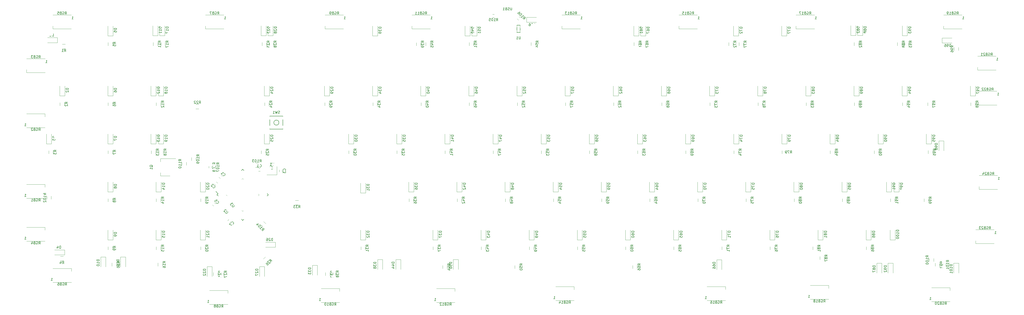
<source format=gbo>
G04 #@! TF.GenerationSoftware,KiCad,Pcbnew,(5.1.5)-3*
G04 #@! TF.CreationDate,2020-11-22T01:35:45-08:00*
G04 #@! TF.ProjectId,1800 layout,31383030-206c-4617-996f-75742e6b6963,rev?*
G04 #@! TF.SameCoordinates,Original*
G04 #@! TF.FileFunction,Legend,Bot*
G04 #@! TF.FilePolarity,Positive*
%FSLAX46Y46*%
G04 Gerber Fmt 4.6, Leading zero omitted, Abs format (unit mm)*
G04 Created by KiCad (PCBNEW (5.1.5)-3) date 2020-11-22 01:35:45*
%MOMM*%
%LPD*%
G04 APERTURE LIST*
%ADD10C,0.150000*%
%ADD11C,0.120000*%
%ADD12R,1.802000X1.802000*%
%ADD13C,1.802000*%
%ADD14R,1.902000X1.202000*%
%ADD15C,1.852000*%
%ADD16R,2.007000X2.007000*%
%ADD17C,2.007000*%
%ADD18C,3.102000*%
%ADD19C,4.089800*%
%ADD20C,3.150000*%
%ADD21C,2.502000*%
%ADD22R,0.852000X0.902000*%
%ADD23C,0.100000*%
%ADD24R,0.902000X0.852000*%
%ADD25C,2.602000*%
%ADD26C,3.202000*%
%ADD27R,2.102000X1.602000*%
%ADD28R,2.102000X3.902000*%
%ADD29R,1.302000X1.002000*%
%ADD30R,1.602000X1.102000*%
%ADD31R,1.402000X0.802000*%
%ADD32R,1.002000X1.302000*%
%ADD33O,1.102000X1.702000*%
%ADD34O,1.102000X2.202000*%
%ADD35C,0.752000*%
%ADD36R,0.402000X1.552000*%
%ADD37R,0.702000X1.552000*%
%ADD38R,0.802000X1.102000*%
%ADD39R,0.802000X0.702000*%
%ADD40R,0.802000X1.402000*%
%ADD41R,1.502000X1.302000*%
G04 APERTURE END LIST*
D10*
X130595880Y-58648600D02*
G75*
G03X130595880Y-58648600I-1000000J0D01*
G01*
X126995880Y-56048600D02*
X126995880Y-61248600D01*
X132195880Y-56048600D02*
X126995880Y-56048600D01*
X132195880Y-61248600D02*
X132195880Y-56048600D01*
X126995880Y-61248600D02*
X132195880Y-61248600D01*
D11*
X102876600Y-75951600D02*
X102876600Y-76651600D01*
X104076600Y-76651600D02*
X104076600Y-75951600D01*
X104376600Y-75951600D02*
X104376600Y-76651600D01*
X105576600Y-76651600D02*
X105576600Y-75951600D01*
X224880249Y-17423377D02*
X225375223Y-17918351D01*
X226223751Y-17069823D02*
X225728777Y-16574849D01*
X215843600Y-15706800D02*
X215143600Y-15706800D01*
X215143600Y-16906800D02*
X215843600Y-16906800D01*
X89748800Y-72917000D02*
X83738800Y-72917000D01*
X87498800Y-79737000D02*
X83738800Y-79737000D01*
X83738800Y-72917000D02*
X83738800Y-74177000D01*
X83738800Y-79737000D02*
X83738800Y-78477000D01*
X397618000Y-114386800D02*
X397618000Y-118286800D01*
X399618000Y-114386800D02*
X399618000Y-118286800D01*
X397618000Y-114386800D02*
X399618000Y-114386800D01*
X41181000Y-121977600D02*
X48481000Y-121977600D01*
X41181000Y-116477600D02*
X48481000Y-116477600D01*
X48481000Y-116477600D02*
X48481000Y-117627600D01*
X104672900Y-118132300D02*
X104672900Y-119332300D01*
X106432900Y-119332300D02*
X106432900Y-118132300D01*
X123939400Y-26882800D02*
X123939400Y-28082800D01*
X125699400Y-28082800D02*
X125699400Y-26882800D01*
X183180200Y-21444400D02*
X183180200Y-20294400D01*
X190480200Y-21444400D02*
X183180200Y-21444400D01*
X190480200Y-15944400D02*
X183180200Y-15944400D01*
X228559800Y-18830800D02*
X228559800Y-16830800D01*
X228559800Y-16830800D02*
X232459800Y-16830800D01*
X228559800Y-18830800D02*
X232459800Y-18830800D01*
X375969400Y-86145800D02*
X373969400Y-86145800D01*
X373969400Y-86145800D02*
X373969400Y-82245800D01*
X375969400Y-86145800D02*
X375969400Y-82245800D01*
X391734800Y-65872800D02*
X391734800Y-69772800D01*
X393734800Y-65872800D02*
X393734800Y-69772800D01*
X391734800Y-65872800D02*
X393734800Y-65872800D01*
X406206400Y-48045800D02*
X404206400Y-48045800D01*
X404206400Y-48045800D02*
X404206400Y-44145800D01*
X406206400Y-48045800D02*
X406206400Y-44145800D01*
X392999400Y-27060400D02*
X392999400Y-25060400D01*
X392999400Y-25060400D02*
X396899400Y-25060400D01*
X392999400Y-27060400D02*
X396899400Y-27060400D01*
X388757400Y-67095800D02*
X388757400Y-63195800D01*
X386757400Y-67095800D02*
X386757400Y-63195800D01*
X388757400Y-67095800D02*
X386757400Y-67095800D01*
X379206400Y-48045800D02*
X377206400Y-48045800D01*
X377206400Y-48045800D02*
X377206400Y-44145800D01*
X379206400Y-48045800D02*
X379206400Y-44145800D01*
X379256800Y-24119400D02*
X377256800Y-24119400D01*
X377256800Y-24119400D02*
X377256800Y-20219400D01*
X379256800Y-24119400D02*
X379256800Y-20219400D01*
X371618000Y-114386800D02*
X371618000Y-118286800D01*
X373618000Y-114386800D02*
X373618000Y-118286800D01*
X371618000Y-114386800D02*
X373618000Y-114386800D01*
X372969400Y-86145800D02*
X370969400Y-86145800D01*
X370969400Y-86145800D02*
X370969400Y-82245800D01*
X372969400Y-86145800D02*
X372969400Y-82245800D01*
X369707400Y-67095800D02*
X369707400Y-63195800D01*
X367707400Y-67095800D02*
X367707400Y-63195800D01*
X369707400Y-67095800D02*
X367707400Y-67095800D01*
X360156400Y-48045800D02*
X358156400Y-48045800D01*
X358156400Y-48045800D02*
X358156400Y-44145800D01*
X360156400Y-48045800D02*
X360156400Y-44145800D01*
X361586000Y-24043200D02*
X359586000Y-24043200D01*
X359586000Y-24043200D02*
X359586000Y-20143200D01*
X361586000Y-24043200D02*
X361586000Y-20143200D01*
X367173000Y-114386800D02*
X369173000Y-114386800D01*
X369173000Y-114386800D02*
X369173000Y-118286800D01*
X367173000Y-114386800D02*
X367173000Y-118286800D01*
X364944400Y-105195800D02*
X362944400Y-105195800D01*
X362944400Y-105195800D02*
X362944400Y-101295800D01*
X364944400Y-105195800D02*
X364944400Y-101295800D01*
X355419400Y-86145800D02*
X353419400Y-86145800D01*
X353419400Y-86145800D02*
X353419400Y-82245800D01*
X355419400Y-86145800D02*
X355419400Y-82245800D01*
X350657400Y-67095800D02*
X350657400Y-63195800D01*
X348657400Y-67095800D02*
X348657400Y-63195800D01*
X350657400Y-67095800D02*
X348657400Y-67095800D01*
X341106400Y-48045800D02*
X339106400Y-48045800D01*
X339106400Y-48045800D02*
X339106400Y-44145800D01*
X341106400Y-48045800D02*
X341106400Y-44145800D01*
X358886000Y-24043200D02*
X356886000Y-24043200D01*
X356886000Y-24043200D02*
X356886000Y-20143200D01*
X358886000Y-24043200D02*
X358886000Y-20143200D01*
X345894400Y-105195800D02*
X343894400Y-105195800D01*
X343894400Y-105195800D02*
X343894400Y-101295800D01*
X345894400Y-105195800D02*
X345894400Y-101295800D01*
X336369400Y-86145800D02*
X334369400Y-86145800D01*
X334369400Y-86145800D02*
X334369400Y-82245800D01*
X336369400Y-86145800D02*
X336369400Y-82245800D01*
X331607400Y-67095800D02*
X331607400Y-63195800D01*
X329607400Y-67095800D02*
X329607400Y-63195800D01*
X331607400Y-67095800D02*
X329607400Y-67095800D01*
X322056400Y-48045800D02*
X320056400Y-48045800D01*
X320056400Y-48045800D02*
X320056400Y-44145800D01*
X322056400Y-48045800D02*
X322056400Y-44145800D01*
X331556400Y-24232800D02*
X329556400Y-24232800D01*
X329556400Y-24232800D02*
X329556400Y-20332800D01*
X331556400Y-24232800D02*
X331556400Y-20332800D01*
X326844400Y-105195800D02*
X324844400Y-105195800D01*
X324844400Y-105195800D02*
X324844400Y-101295800D01*
X326844400Y-105195800D02*
X326844400Y-101295800D01*
X317319400Y-86145800D02*
X315319400Y-86145800D01*
X315319400Y-86145800D02*
X315319400Y-82245800D01*
X317319400Y-86145800D02*
X317319400Y-82245800D01*
X312557400Y-67095800D02*
X312557400Y-63195800D01*
X310557400Y-67095800D02*
X310557400Y-63195800D01*
X312557400Y-67095800D02*
X310557400Y-67095800D01*
X303006400Y-48045800D02*
X301006400Y-48045800D01*
X301006400Y-48045800D02*
X301006400Y-44145800D01*
X303006400Y-48045800D02*
X303006400Y-44145800D01*
X312506400Y-24232800D02*
X310506400Y-24232800D01*
X310506400Y-24232800D02*
X310506400Y-20332800D01*
X312506400Y-24232800D02*
X312506400Y-20332800D01*
X307794400Y-105195800D02*
X305794400Y-105195800D01*
X305794400Y-105195800D02*
X305794400Y-101295800D01*
X307794400Y-105195800D02*
X307794400Y-101295800D01*
X298269400Y-86145800D02*
X296269400Y-86145800D01*
X296269400Y-86145800D02*
X296269400Y-82245800D01*
X298269400Y-86145800D02*
X298269400Y-82245800D01*
X293507400Y-67095800D02*
X293507400Y-63195800D01*
X291507400Y-67095800D02*
X291507400Y-63195800D01*
X293507400Y-67095800D02*
X291507400Y-67095800D01*
X283956400Y-48045800D02*
X281956400Y-48045800D01*
X281956400Y-48045800D02*
X281956400Y-44145800D01*
X283956400Y-48045800D02*
X283956400Y-44145800D01*
X275734000Y-24195600D02*
X273734000Y-24195600D01*
X273734000Y-24195600D02*
X273734000Y-20295600D01*
X275734000Y-24195600D02*
X275734000Y-20295600D01*
X288744400Y-105195800D02*
X286744400Y-105195800D01*
X286744400Y-105195800D02*
X286744400Y-101295800D01*
X288744400Y-105195800D02*
X288744400Y-101295800D01*
X279219400Y-86145800D02*
X277219400Y-86145800D01*
X277219400Y-86145800D02*
X277219400Y-82245800D01*
X279219400Y-86145800D02*
X279219400Y-82245800D01*
X274457400Y-67095800D02*
X274457400Y-63195800D01*
X272457400Y-67095800D02*
X272457400Y-63195800D01*
X274457400Y-67095800D02*
X272457400Y-67095800D01*
X264906400Y-48045800D02*
X262906400Y-48045800D01*
X262906400Y-48045800D02*
X262906400Y-44145800D01*
X264906400Y-48045800D02*
X264906400Y-44145800D01*
X273034000Y-24195600D02*
X271034000Y-24195600D01*
X271034000Y-24195600D02*
X271034000Y-20295600D01*
X273034000Y-24195600D02*
X273034000Y-20295600D01*
X303838100Y-113040600D02*
X305838100Y-113040600D01*
X305838100Y-113040600D02*
X305838100Y-116940600D01*
X303838100Y-113040600D02*
X303838100Y-116940600D01*
X269694400Y-105195800D02*
X267694400Y-105195800D01*
X267694400Y-105195800D02*
X267694400Y-101295800D01*
X269694400Y-105195800D02*
X269694400Y-101295800D01*
X260169400Y-86145800D02*
X258169400Y-86145800D01*
X258169400Y-86145800D02*
X258169400Y-82245800D01*
X260169400Y-86145800D02*
X260169400Y-82245800D01*
X255407400Y-67095800D02*
X255407400Y-63195800D01*
X253407400Y-67095800D02*
X253407400Y-63195800D01*
X255407400Y-67095800D02*
X253407400Y-67095800D01*
X245856400Y-48045800D02*
X243856400Y-48045800D01*
X243856400Y-48045800D02*
X243856400Y-44145800D01*
X245856400Y-48045800D02*
X245856400Y-44145800D01*
X250644400Y-105195800D02*
X248644400Y-105195800D01*
X248644400Y-105195800D02*
X248644400Y-101295800D01*
X250644400Y-105195800D02*
X250644400Y-101295800D01*
X241119400Y-86145800D02*
X239119400Y-86145800D01*
X239119400Y-86145800D02*
X239119400Y-82245800D01*
X241119400Y-86145800D02*
X241119400Y-82245800D01*
X236357400Y-67095800D02*
X236357400Y-63195800D01*
X234357400Y-67095800D02*
X234357400Y-63195800D01*
X236357400Y-67095800D02*
X234357400Y-67095800D01*
X226806400Y-48045800D02*
X224806400Y-48045800D01*
X224806400Y-48045800D02*
X224806400Y-44145800D01*
X226806400Y-48045800D02*
X226806400Y-44145800D01*
X208949800Y-24195600D02*
X206949800Y-24195600D01*
X206949800Y-24195600D02*
X206949800Y-20295600D01*
X208949800Y-24195600D02*
X208949800Y-20295600D01*
X199583800Y-112989800D02*
X199583800Y-116889800D01*
X201583800Y-112989800D02*
X201583800Y-116889800D01*
X199583800Y-112989800D02*
X201583800Y-112989800D01*
X231594400Y-105195800D02*
X229594400Y-105195800D01*
X229594400Y-105195800D02*
X229594400Y-101295800D01*
X231594400Y-105195800D02*
X231594400Y-101295800D01*
X222069400Y-86145800D02*
X220069400Y-86145800D01*
X220069400Y-86145800D02*
X220069400Y-82245800D01*
X222069400Y-86145800D02*
X222069400Y-82245800D01*
X217307400Y-67095800D02*
X217307400Y-63195800D01*
X215307400Y-67095800D02*
X215307400Y-63195800D01*
X217307400Y-67095800D02*
X215307400Y-67095800D01*
X207756400Y-48045800D02*
X205756400Y-48045800D01*
X205756400Y-48045800D02*
X205756400Y-44145800D01*
X207756400Y-48045800D02*
X207756400Y-44145800D01*
X206249800Y-24195600D02*
X204249800Y-24195600D01*
X204249800Y-24195600D02*
X204249800Y-20295600D01*
X206249800Y-24195600D02*
X206249800Y-20295600D01*
X176825400Y-112939000D02*
X178825400Y-112939000D01*
X178825400Y-112939000D02*
X178825400Y-116839000D01*
X176825400Y-112939000D02*
X176825400Y-116839000D01*
X212544400Y-105195800D02*
X210544400Y-105195800D01*
X210544400Y-105195800D02*
X210544400Y-101295800D01*
X212544400Y-105195800D02*
X212544400Y-101295800D01*
X203019400Y-86145800D02*
X201019400Y-86145800D01*
X201019400Y-86145800D02*
X201019400Y-82245800D01*
X203019400Y-86145800D02*
X203019400Y-82245800D01*
X198257400Y-67095800D02*
X198257400Y-63195800D01*
X196257400Y-67095800D02*
X196257400Y-63195800D01*
X198257400Y-67095800D02*
X196257400Y-67095800D01*
X188706400Y-48045800D02*
X186706400Y-48045800D01*
X186706400Y-48045800D02*
X186706400Y-44145800D01*
X188706400Y-48045800D02*
X188706400Y-44145800D01*
X169643900Y-24232800D02*
X167643900Y-24232800D01*
X167643900Y-24232800D02*
X167643900Y-20332800D01*
X169643900Y-24232800D02*
X169643900Y-20332800D01*
X169627800Y-112989800D02*
X171627800Y-112989800D01*
X171627800Y-112989800D02*
X171627800Y-116889800D01*
X169627800Y-112989800D02*
X169627800Y-116889800D01*
X193494400Y-105195800D02*
X191494400Y-105195800D01*
X191494400Y-105195800D02*
X191494400Y-101295800D01*
X193494400Y-105195800D02*
X193494400Y-101295800D01*
X183969400Y-86145800D02*
X181969400Y-86145800D01*
X181969400Y-86145800D02*
X181969400Y-82245800D01*
X183969400Y-86145800D02*
X183969400Y-82245800D01*
X179207400Y-67095800D02*
X179207400Y-63195800D01*
X177207400Y-67095800D02*
X177207400Y-63195800D01*
X179207400Y-67095800D02*
X177207400Y-67095800D01*
X169656400Y-48045800D02*
X167656400Y-48045800D01*
X167656400Y-48045800D02*
X167656400Y-44145800D01*
X169656400Y-48045800D02*
X169656400Y-44145800D01*
X143805400Y-115225000D02*
X145805400Y-115225000D01*
X145805400Y-115225000D02*
X145805400Y-119125000D01*
X143805400Y-115225000D02*
X143805400Y-119125000D01*
X164919400Y-105195800D02*
X162919400Y-105195800D01*
X162919400Y-105195800D02*
X162919400Y-101295800D01*
X164919400Y-105195800D02*
X164919400Y-101295800D01*
X164919400Y-86578000D02*
X162919400Y-86578000D01*
X162919400Y-86578000D02*
X162919400Y-82678000D01*
X164919400Y-86578000D02*
X164919400Y-82678000D01*
X160157400Y-67095800D02*
X160157400Y-63195800D01*
X158157400Y-67095800D02*
X158157400Y-63195800D01*
X160157400Y-67095800D02*
X158157400Y-67095800D01*
X150606400Y-48045800D02*
X148606400Y-48045800D01*
X148606400Y-48045800D02*
X148606400Y-44145800D01*
X150606400Y-48045800D02*
X150606400Y-44145800D01*
X128236200Y-24119400D02*
X126236200Y-24119400D01*
X126236200Y-24119400D02*
X126236200Y-20219400D01*
X128236200Y-24119400D02*
X128236200Y-20219400D01*
X122901200Y-115758400D02*
X124901200Y-115758400D01*
X124901200Y-115758400D02*
X124901200Y-119658400D01*
X122901200Y-115758400D02*
X122901200Y-119658400D01*
X129168720Y-106061000D02*
X129168720Y-108061000D01*
X129168720Y-108061000D02*
X125268720Y-108061000D01*
X129168720Y-106061000D02*
X125268720Y-106061000D01*
X126819400Y-67095800D02*
X126819400Y-63195800D01*
X124819400Y-67095800D02*
X124819400Y-63195800D01*
X126819400Y-67095800D02*
X124819400Y-67095800D01*
X126806400Y-48045800D02*
X124806400Y-48045800D01*
X124806400Y-48045800D02*
X124806400Y-44145800D01*
X126806400Y-48045800D02*
X126806400Y-44145800D01*
X125536200Y-24119400D02*
X123536200Y-24119400D01*
X123536200Y-24119400D02*
X123536200Y-20219400D01*
X125536200Y-24119400D02*
X125536200Y-20219400D01*
X102174800Y-115758400D02*
X104174800Y-115758400D01*
X104174800Y-115758400D02*
X104174800Y-119658400D01*
X102174800Y-115758400D02*
X102174800Y-119658400D01*
X101506400Y-105195800D02*
X99506400Y-105195800D01*
X99506400Y-105195800D02*
X99506400Y-101295800D01*
X101506400Y-105195800D02*
X101506400Y-101295800D01*
X101506400Y-86145800D02*
X99506400Y-86145800D01*
X99506400Y-86145800D02*
X99506400Y-82245800D01*
X101506400Y-86145800D02*
X101506400Y-82245800D01*
X84956400Y-67095800D02*
X84956400Y-63195800D01*
X82956400Y-67095800D02*
X82956400Y-63195800D01*
X84956400Y-67095800D02*
X82956400Y-67095800D01*
X84956400Y-48045800D02*
X82956400Y-48045800D01*
X82956400Y-48045800D02*
X82956400Y-44145800D01*
X84956400Y-48045800D02*
X84956400Y-44145800D01*
X85411800Y-24144800D02*
X83411800Y-24144800D01*
X83411800Y-24144800D02*
X83411800Y-20244800D01*
X85411800Y-24144800D02*
X85411800Y-20244800D01*
X67938400Y-111973800D02*
X69938400Y-111973800D01*
X69938400Y-111973800D02*
X69938400Y-115873800D01*
X67938400Y-111973800D02*
X67938400Y-115873800D01*
X83956400Y-105195800D02*
X81956400Y-105195800D01*
X81956400Y-105195800D02*
X81956400Y-101295800D01*
X83956400Y-105195800D02*
X83956400Y-101295800D01*
X83956400Y-86145800D02*
X81956400Y-86145800D01*
X81956400Y-86145800D02*
X81956400Y-82245800D01*
X83956400Y-86145800D02*
X83956400Y-82245800D01*
X81956400Y-67095800D02*
X81956400Y-63195800D01*
X79956400Y-67095800D02*
X79956400Y-63195800D01*
X81956400Y-67095800D02*
X79956400Y-67095800D01*
X81956400Y-48045800D02*
X79956400Y-48045800D01*
X79956400Y-48045800D02*
X79956400Y-44145800D01*
X81956400Y-48045800D02*
X81956400Y-44145800D01*
X82711800Y-24144800D02*
X80711800Y-24144800D01*
X80711800Y-24144800D02*
X80711800Y-20244800D01*
X82711800Y-24144800D02*
X82711800Y-20244800D01*
X60087000Y-111973800D02*
X62087000Y-111973800D01*
X62087000Y-111973800D02*
X62087000Y-115873800D01*
X60087000Y-111973800D02*
X60087000Y-115873800D01*
X64906400Y-105195800D02*
X62906400Y-105195800D01*
X62906400Y-105195800D02*
X62906400Y-101295800D01*
X64906400Y-105195800D02*
X64906400Y-101295800D01*
X64906400Y-86145800D02*
X62906400Y-86145800D01*
X62906400Y-86145800D02*
X62906400Y-82245800D01*
X64906400Y-86145800D02*
X64906400Y-82245800D01*
X64906400Y-67095800D02*
X64906400Y-63195800D01*
X62906400Y-67095800D02*
X62906400Y-63195800D01*
X64906400Y-67095800D02*
X62906400Y-67095800D01*
X64906400Y-48045800D02*
X62906400Y-48045800D01*
X62906400Y-48045800D02*
X62906400Y-44145800D01*
X64906400Y-48045800D02*
X64906400Y-44145800D01*
X64906400Y-24232800D02*
X62906400Y-24232800D01*
X62906400Y-24232800D02*
X62906400Y-20332800D01*
X64906400Y-24232800D02*
X64906400Y-20332800D01*
X45760200Y-109109000D02*
X45760200Y-111109000D01*
X45760200Y-111109000D02*
X41860200Y-111109000D01*
X45760200Y-109109000D02*
X41860200Y-109109000D01*
X40593900Y-67095800D02*
X40593900Y-63195800D01*
X38593900Y-67095800D02*
X38593900Y-63195800D01*
X40593900Y-67095800D02*
X38593900Y-67095800D01*
X45856400Y-48045800D02*
X43856400Y-48045800D01*
X43856400Y-48045800D02*
X43856400Y-44145800D01*
X45856400Y-48045800D02*
X45856400Y-44145800D01*
X42890000Y-24933400D02*
X42890000Y-26933400D01*
X42890000Y-26933400D02*
X38990000Y-26933400D01*
X42890000Y-24933400D02*
X38990000Y-24933400D01*
X115933124Y-93464649D02*
X116269000Y-93800525D01*
X116269000Y-93800525D02*
X116604876Y-93464649D01*
X116604876Y-81097351D02*
X116269000Y-80761475D01*
X116269000Y-80761475D02*
X115933124Y-81097351D01*
X122452649Y-86945124D02*
X122788525Y-87281000D01*
X122788525Y-87281000D02*
X122452649Y-87616876D01*
X110085351Y-87616876D02*
X109749475Y-87281000D01*
X93983700Y-75568100D02*
X93983700Y-74368100D01*
X92223700Y-74368100D02*
X92223700Y-75568100D01*
X97796240Y-73660560D02*
X97796240Y-72460560D01*
X96036240Y-72460560D02*
X96036240Y-73660560D01*
X414952200Y-79622200D02*
X407652200Y-79622200D01*
X414952200Y-85122200D02*
X407652200Y-85122200D01*
X407652200Y-85122200D02*
X407652200Y-83972200D01*
X38041600Y-83136600D02*
X38041600Y-84286600D01*
X30741600Y-83136600D02*
X38041600Y-83136600D01*
X30741600Y-88636600D02*
X38041600Y-88636600D01*
D10*
X224768400Y-19958600D02*
X224768400Y-22858600D01*
X224768400Y-19958600D02*
X226068400Y-19958600D01*
X226068400Y-19958600D02*
X226068400Y-22858600D01*
X226068400Y-22858600D02*
X224768400Y-22858600D01*
D11*
X38741460Y-87830100D02*
X38741460Y-89030100D01*
X40501460Y-89030100D02*
X40501460Y-87830100D01*
X389703200Y-113706200D02*
X389703200Y-112506200D01*
X387943200Y-112506200D02*
X387943200Y-113706200D01*
X385876900Y-88795800D02*
X385876900Y-89995800D01*
X387636900Y-89995800D02*
X387636900Y-88795800D01*
X404376400Y-50695800D02*
X404376400Y-51895800D01*
X406136400Y-51895800D02*
X406136400Y-50695800D01*
X387326400Y-50695800D02*
X387326400Y-51895800D01*
X389086400Y-51895800D02*
X389086400Y-50695800D01*
X399515200Y-29987800D02*
X399515200Y-28787800D01*
X397755200Y-28787800D02*
X397755200Y-29987800D01*
X394529200Y-115611200D02*
X394529200Y-114411200D01*
X392769200Y-114411200D02*
X392769200Y-115611200D01*
X387536800Y-69732600D02*
X387536800Y-70932600D01*
X389296800Y-70932600D02*
X389296800Y-69732600D01*
X377326400Y-50695800D02*
X377326400Y-51895800D01*
X379086400Y-51895800D02*
X379086400Y-50695800D01*
X378001900Y-26882800D02*
X378001900Y-28082800D01*
X379761900Y-28082800D02*
X379761900Y-26882800D01*
X392029200Y-115611200D02*
X392029200Y-114411200D01*
X390269200Y-114411200D02*
X390269200Y-115611200D01*
X372589400Y-88795800D02*
X372589400Y-89995800D01*
X374349400Y-89995800D02*
X374349400Y-88795800D01*
X366175400Y-69745800D02*
X366175400Y-70945800D01*
X367935400Y-70945800D02*
X367935400Y-69745800D01*
X358276400Y-50695800D02*
X358276400Y-51895800D01*
X360036400Y-51895800D02*
X360036400Y-50695800D01*
X375301900Y-26882800D02*
X375301900Y-28082800D01*
X377061900Y-28082800D02*
X377061900Y-26882800D01*
X346396200Y-112954400D02*
X346396200Y-111754400D01*
X344636200Y-111754400D02*
X344636200Y-112954400D01*
X363064400Y-107845800D02*
X363064400Y-109045800D01*
X364824400Y-109045800D02*
X364824400Y-107845800D01*
X353539400Y-88795800D02*
X353539400Y-89995800D01*
X355299400Y-89995800D02*
X355299400Y-88795800D01*
X348777400Y-69745800D02*
X348777400Y-70945800D01*
X350537400Y-70945800D02*
X350537400Y-69745800D01*
X339226400Y-50695800D02*
X339226400Y-51895800D01*
X340986400Y-51895800D02*
X340986400Y-50695800D01*
X358251900Y-26882800D02*
X358251900Y-28082800D01*
X360011900Y-28082800D02*
X360011900Y-26882800D01*
X341842200Y-107858000D02*
X341842200Y-109058000D01*
X343602200Y-109058000D02*
X343602200Y-107858000D01*
X334489400Y-88795800D02*
X334489400Y-89995800D01*
X336249400Y-89995800D02*
X336249400Y-88795800D01*
X329727400Y-69745800D02*
X329727400Y-70945800D01*
X331487400Y-70945800D02*
X331487400Y-69745800D01*
X320176400Y-50695800D02*
X320176400Y-51895800D01*
X321936400Y-51895800D02*
X321936400Y-50695800D01*
X312657600Y-26882800D02*
X312657600Y-28082800D01*
X314417600Y-28082800D02*
X314417600Y-26882800D01*
X324964400Y-107845800D02*
X324964400Y-109045800D01*
X326724400Y-109045800D02*
X326724400Y-107845800D01*
X315439400Y-88795800D02*
X315439400Y-89995800D01*
X317199400Y-89995800D02*
X317199400Y-88795800D01*
X310677400Y-69745800D02*
X310677400Y-70945800D01*
X312437400Y-70945800D02*
X312437400Y-69745800D01*
X301126400Y-50695800D02*
X301126400Y-51895800D01*
X302886400Y-51895800D02*
X302886400Y-50695800D01*
X308568200Y-26882800D02*
X308568200Y-28082800D01*
X310328200Y-28082800D02*
X310328200Y-26882800D01*
X305914400Y-107845800D02*
X305914400Y-109045800D01*
X307674400Y-109045800D02*
X307674400Y-107845800D01*
X296389400Y-88795800D02*
X296389400Y-89995800D01*
X298149400Y-89995800D02*
X298149400Y-88795800D01*
X291627400Y-69745800D02*
X291627400Y-70945800D01*
X293387400Y-70945800D02*
X293387400Y-69745800D01*
X282076400Y-50695800D02*
X282076400Y-51895800D01*
X283836400Y-51895800D02*
X283836400Y-50695800D01*
X273826400Y-26882800D02*
X273826400Y-28082800D01*
X275586400Y-28082800D02*
X275586400Y-26882800D01*
X286864400Y-107845800D02*
X286864400Y-109045800D01*
X288624400Y-109045800D02*
X288624400Y-107845800D01*
X277339400Y-88795800D02*
X277339400Y-89995800D01*
X279099400Y-89995800D02*
X279099400Y-88795800D01*
X272577400Y-69745800D02*
X272577400Y-70945800D01*
X274337400Y-70945800D02*
X274337400Y-69745800D01*
X263026400Y-50695800D02*
X263026400Y-51895800D01*
X264786400Y-51895800D02*
X264786400Y-50695800D01*
X271126400Y-26882800D02*
X271126400Y-28082800D01*
X272886400Y-28082800D02*
X272886400Y-26882800D01*
X270633300Y-115300200D02*
X270633300Y-116500200D01*
X272393300Y-116500200D02*
X272393300Y-115300200D01*
X267814400Y-107845800D02*
X267814400Y-109045800D01*
X269574400Y-109045800D02*
X269574400Y-107845800D01*
X258289400Y-88795800D02*
X258289400Y-89995800D01*
X260049400Y-89995800D02*
X260049400Y-88795800D01*
X253527400Y-69745800D02*
X253527400Y-70945800D01*
X255287400Y-70945800D02*
X255287400Y-69745800D01*
X243976400Y-50695800D02*
X243976400Y-51895800D01*
X245736400Y-51895800D02*
X245736400Y-50695800D01*
X230361600Y-26857400D02*
X230361600Y-28057400D01*
X232121600Y-28057400D02*
X232121600Y-26857400D01*
X248764400Y-107845800D02*
X248764400Y-109045800D01*
X250524400Y-109045800D02*
X250524400Y-107845800D01*
X239239400Y-88795800D02*
X239239400Y-89995800D01*
X240999400Y-89995800D02*
X240999400Y-88795800D01*
X234477400Y-69745800D02*
X234477400Y-70945800D01*
X236237400Y-70945800D02*
X236237400Y-69745800D01*
X224926400Y-50695800D02*
X224926400Y-51895800D01*
X226686400Y-51895800D02*
X226686400Y-50695800D01*
X205863900Y-26882800D02*
X205863900Y-28082800D01*
X207623900Y-28082800D02*
X207623900Y-26882800D01*
X223960800Y-115300200D02*
X223960800Y-116500200D01*
X225720800Y-116500200D02*
X225720800Y-115300200D01*
X229714400Y-107845800D02*
X229714400Y-109045800D01*
X231474400Y-109045800D02*
X231474400Y-107845800D01*
X220189400Y-88795800D02*
X220189400Y-89995800D01*
X221949400Y-89995800D02*
X221949400Y-88795800D01*
X215427400Y-69745800D02*
X215427400Y-70945800D01*
X217187400Y-70945800D02*
X217187400Y-69745800D01*
X205876400Y-50695800D02*
X205876400Y-51895800D01*
X207636400Y-51895800D02*
X207636400Y-50695800D01*
X188705600Y-26882800D02*
X188705600Y-28082800D01*
X190465600Y-28082800D02*
X190465600Y-26882800D01*
X195385800Y-115300200D02*
X195385800Y-116500200D01*
X197145800Y-116500200D02*
X197145800Y-115300200D01*
X210664400Y-107845800D02*
X210664400Y-109045800D01*
X212424400Y-109045800D02*
X212424400Y-107845800D01*
X201139400Y-88795800D02*
X201139400Y-89995800D01*
X202899400Y-89995800D02*
X202899400Y-88795800D01*
X196377400Y-69745800D02*
X196377400Y-70945800D01*
X198137400Y-70945800D02*
X198137400Y-69745800D01*
X186826400Y-50695800D02*
X186826400Y-51895800D01*
X188586400Y-51895800D02*
X188586400Y-50695800D01*
X184971800Y-26908200D02*
X184971800Y-28108200D01*
X186731800Y-28108200D02*
X186731800Y-26908200D01*
X153038700Y-119268800D02*
X153038700Y-118068800D01*
X151278700Y-118068800D02*
X151278700Y-119268800D01*
X191614400Y-107845800D02*
X191614400Y-109045800D01*
X193374400Y-109045800D02*
X193374400Y-107845800D01*
X182089400Y-88795800D02*
X182089400Y-89995800D01*
X183849400Y-89995800D02*
X183849400Y-88795800D01*
X177327400Y-69745800D02*
X177327400Y-70945800D01*
X179087400Y-70945800D02*
X179087400Y-69745800D01*
X167776400Y-50695800D02*
X167776400Y-51895800D01*
X169536400Y-51895800D02*
X169536400Y-50695800D01*
X149030800Y-118106900D02*
X149030800Y-119306900D01*
X150790800Y-119306900D02*
X150790800Y-118106900D01*
X163039400Y-107845800D02*
X163039400Y-109045800D01*
X164799400Y-109045800D02*
X164799400Y-107845800D01*
X138308640Y-89490660D02*
X137108640Y-89490660D01*
X137108640Y-91250660D02*
X138308640Y-91250660D01*
X158277400Y-69745800D02*
X158277400Y-70945800D01*
X160037400Y-70945800D02*
X160037400Y-69745800D01*
X148726400Y-50695800D02*
X148726400Y-51895800D01*
X150486400Y-51895800D02*
X150486400Y-50695800D01*
X126639400Y-26882800D02*
X126639400Y-28082800D01*
X128399400Y-28082800D02*
X128399400Y-26882800D01*
X106972900Y-118132300D02*
X106972900Y-119332300D01*
X108732900Y-119332300D02*
X108732900Y-118132300D01*
X125313570Y-111871722D02*
X124465042Y-112720250D01*
X125709550Y-113964758D02*
X126558078Y-113116230D01*
X123605400Y-69770700D02*
X123605400Y-70970700D01*
X125365400Y-70970700D02*
X125365400Y-69770700D01*
X124939400Y-50695800D02*
X124939400Y-51895800D01*
X126699400Y-51895800D02*
X126699400Y-50695800D01*
X99626400Y-107845800D02*
X99626400Y-109045800D01*
X101386400Y-109045800D02*
X101386400Y-107845800D01*
X99626400Y-88795800D02*
X99626400Y-89995800D01*
X101386400Y-89995800D02*
X101386400Y-88795800D01*
X83076400Y-69745800D02*
X83076400Y-70945800D01*
X84836400Y-70945800D02*
X84836400Y-69745800D01*
X97714000Y-53153200D02*
X98914000Y-53153200D01*
X98914000Y-51393200D02*
X97714000Y-51393200D01*
X83876400Y-26882800D02*
X83876400Y-28082800D01*
X85636400Y-28082800D02*
X85636400Y-26882800D01*
X82736800Y-114350200D02*
X82736800Y-115550200D01*
X84496800Y-115550200D02*
X84496800Y-114350200D01*
X82076400Y-107845800D02*
X82076400Y-109045800D01*
X83836400Y-109045800D02*
X83836400Y-107845800D01*
X82076400Y-88795800D02*
X82076400Y-89995800D01*
X83836400Y-89995800D02*
X83836400Y-88795800D01*
X80076400Y-69745800D02*
X80076400Y-70945800D01*
X81836400Y-70945800D02*
X81836400Y-69745800D01*
X82076400Y-50695800D02*
X82076400Y-51895800D01*
X83836400Y-51895800D02*
X83836400Y-50695800D01*
X80876400Y-26882800D02*
X80876400Y-28082800D01*
X82636400Y-28082800D02*
X82636400Y-26882800D01*
X64550400Y-114350200D02*
X64550400Y-115550200D01*
X66310400Y-115550200D02*
X66310400Y-114350200D01*
X63026400Y-107845800D02*
X63026400Y-109045800D01*
X64786400Y-109045800D02*
X64786400Y-107845800D01*
X63026400Y-88795800D02*
X63026400Y-89995800D01*
X64786400Y-89995800D02*
X64786400Y-88795800D01*
X63026400Y-69745800D02*
X63026400Y-70945800D01*
X64786400Y-70945800D02*
X64786400Y-69745800D01*
X63026400Y-50695800D02*
X63026400Y-51895800D01*
X64786400Y-51895800D02*
X64786400Y-50695800D01*
X63026400Y-26882800D02*
X63026400Y-28082800D01*
X64786400Y-28082800D02*
X64786400Y-26882800D01*
X45329400Y-111692800D02*
X44129400Y-111692800D01*
X44129400Y-113452800D02*
X45329400Y-113452800D01*
X41266000Y-70958000D02*
X41266000Y-69758000D01*
X39506000Y-69758000D02*
X39506000Y-70958000D01*
X43976400Y-50695800D02*
X43976400Y-51895800D01*
X45736400Y-51895800D02*
X45736400Y-50695800D01*
X46066000Y-27542600D02*
X44866000Y-27542600D01*
X44866000Y-29302600D02*
X46066000Y-29302600D01*
X374469400Y-105195800D02*
X372469400Y-105195800D01*
X372469400Y-105195800D02*
X372469400Y-101295800D01*
X374469400Y-105195800D02*
X374469400Y-101295800D01*
X38041600Y-55136600D02*
X38041600Y-56286600D01*
X30741600Y-55136600D02*
X38041600Y-55136600D01*
X30741600Y-60636600D02*
X38041600Y-60636600D01*
X30741600Y-105636600D02*
X38041600Y-105636600D01*
X30741600Y-100136600D02*
X38041600Y-100136600D01*
X38041600Y-100136600D02*
X38041600Y-101286600D01*
X110406200Y-125215200D02*
X110406200Y-126365200D01*
X103106200Y-125215200D02*
X110406200Y-125215200D01*
X103106200Y-130715200D02*
X110406200Y-130715200D01*
X154622400Y-124453200D02*
X154622400Y-125603200D01*
X147322400Y-124453200D02*
X154622400Y-124453200D01*
X147322400Y-129953200D02*
X154622400Y-129953200D01*
X192922400Y-129953200D02*
X200222400Y-129953200D01*
X192922400Y-124453200D02*
X200222400Y-124453200D01*
X200222400Y-124453200D02*
X200222400Y-125603200D01*
X247388400Y-123716600D02*
X247388400Y-124866600D01*
X240088400Y-123716600D02*
X247388400Y-123716600D01*
X240088400Y-129216600D02*
X247388400Y-129216600D01*
X300012200Y-129191200D02*
X307312200Y-129191200D01*
X300012200Y-123691200D02*
X307312200Y-123691200D01*
X307312200Y-123691200D02*
X307312200Y-124841200D01*
X348150200Y-123208600D02*
X348150200Y-124358600D01*
X340850200Y-123208600D02*
X348150200Y-123208600D01*
X340850200Y-128708600D02*
X348150200Y-128708600D01*
X388881600Y-129597600D02*
X396181600Y-129597600D01*
X388881600Y-124097600D02*
X396181600Y-124097600D01*
X396181600Y-124097600D02*
X396181600Y-125247600D01*
X406331400Y-106636000D02*
X406331400Y-105486000D01*
X413631400Y-106636000D02*
X406331400Y-106636000D01*
X413631400Y-101136000D02*
X406331400Y-101136000D01*
X407398200Y-51645000D02*
X407398200Y-50495000D01*
X414698200Y-51645000D02*
X407398200Y-51645000D01*
X414698200Y-46145000D02*
X407398200Y-46145000D01*
X407042600Y-37802000D02*
X407042600Y-36652000D01*
X414342600Y-37802000D02*
X407042600Y-37802000D01*
X414342600Y-32302000D02*
X407042600Y-32302000D01*
X393580200Y-21444400D02*
X393580200Y-20294400D01*
X400880200Y-21444400D02*
X393580200Y-21444400D01*
X400880200Y-15944400D02*
X393580200Y-15944400D01*
X335230200Y-21444400D02*
X335230200Y-20294400D01*
X342530200Y-21444400D02*
X335230200Y-21444400D01*
X342530200Y-15944400D02*
X335230200Y-15944400D01*
X288880200Y-21444400D02*
X288880200Y-20294400D01*
X296180200Y-21444400D02*
X288880200Y-21444400D01*
X296180200Y-15944400D02*
X288880200Y-15944400D01*
X242530200Y-21444400D02*
X242530200Y-20294400D01*
X249830200Y-21444400D02*
X242530200Y-21444400D01*
X249830200Y-15944400D02*
X242530200Y-15944400D01*
X148830200Y-21444400D02*
X148830200Y-20294400D01*
X156130200Y-21444400D02*
X148830200Y-21444400D01*
X156130200Y-15944400D02*
X148830200Y-15944400D01*
X101480200Y-21444400D02*
X101480200Y-20294400D01*
X108780200Y-21444400D02*
X101480200Y-21444400D01*
X108780200Y-15944400D02*
X101480200Y-15944400D01*
X41130200Y-21444400D02*
X41130200Y-20294400D01*
X48430200Y-21444400D02*
X41130200Y-21444400D01*
X48430200Y-15944400D02*
X41130200Y-15944400D01*
X30767000Y-38792600D02*
X30767000Y-37642600D01*
X38067000Y-38792600D02*
X30767000Y-38792600D01*
X38067000Y-33292600D02*
X30767000Y-33292600D01*
X129812800Y-79323200D02*
X125812800Y-79323200D01*
X129812800Y-76023200D02*
X129812800Y-79323200D01*
D10*
X106122018Y-87281000D02*
X106528604Y-86874414D01*
X116269000Y-97427982D02*
X116746297Y-96950685D01*
X126415982Y-87281000D02*
X125938685Y-87758297D01*
X116269000Y-77134018D02*
X115791703Y-77611315D01*
X106122018Y-87281000D02*
X106599315Y-87758297D01*
X116269000Y-77134018D02*
X116746297Y-77611315D01*
X126415982Y-87281000D02*
X125938685Y-86803703D01*
X116269000Y-97427982D02*
X115791703Y-96950685D01*
X106528604Y-86874414D02*
X105627043Y-85972852D01*
D11*
X125404918Y-98709610D02*
X124556390Y-97861082D01*
X123311882Y-99105590D02*
X124160410Y-99954118D01*
X122481900Y-74608800D02*
X121281900Y-74608800D01*
X121281900Y-76368800D02*
X122481900Y-76368800D01*
X110770423Y-97042049D02*
X110275449Y-97537023D01*
X111123977Y-98385551D02*
X111618951Y-97890577D01*
X122522500Y-77943000D02*
X123222500Y-77943000D01*
X123222500Y-76743000D02*
X122522500Y-76743000D01*
X104275969Y-91251017D02*
X104770943Y-91745991D01*
X105619471Y-90897463D02*
X105124497Y-90402489D01*
X104964309Y-82990937D02*
X105459283Y-83485911D01*
X106307811Y-82637383D02*
X105812837Y-82142409D01*
X127807200Y-74584000D02*
X127107200Y-74584000D01*
X127107200Y-75784000D02*
X127807200Y-75784000D01*
X130718000Y-77424800D02*
X130718000Y-78124800D01*
X131918000Y-78124800D02*
X131918000Y-77424800D01*
X106821049Y-80288377D02*
X107316023Y-80783351D01*
X108164551Y-79934823D02*
X107669577Y-79439849D01*
D10*
X130929213Y-54989361D02*
X130786356Y-55036980D01*
X130548260Y-55036980D01*
X130453022Y-54989361D01*
X130405403Y-54941742D01*
X130357784Y-54846504D01*
X130357784Y-54751266D01*
X130405403Y-54656028D01*
X130453022Y-54608409D01*
X130548260Y-54560790D01*
X130738737Y-54513171D01*
X130833975Y-54465552D01*
X130881594Y-54417933D01*
X130929213Y-54322695D01*
X130929213Y-54227457D01*
X130881594Y-54132219D01*
X130833975Y-54084600D01*
X130738737Y-54036980D01*
X130500641Y-54036980D01*
X130357784Y-54084600D01*
X130024451Y-54036980D02*
X129786356Y-55036980D01*
X129595880Y-54322695D01*
X129405403Y-55036980D01*
X129167308Y-54036980D01*
X128262546Y-55036980D02*
X128833975Y-55036980D01*
X128548260Y-55036980D02*
X128548260Y-54036980D01*
X128643499Y-54179838D01*
X128738737Y-54275076D01*
X128833975Y-54322695D01*
X105428980Y-75182552D02*
X104952790Y-74849219D01*
X105428980Y-74611123D02*
X104428980Y-74611123D01*
X104428980Y-74992076D01*
X104476600Y-75087314D01*
X104524219Y-75134933D01*
X104619457Y-75182552D01*
X104762314Y-75182552D01*
X104857552Y-75134933D01*
X104905171Y-75087314D01*
X104952790Y-74992076D01*
X104952790Y-74611123D01*
X105428980Y-76134933D02*
X105428980Y-75563504D01*
X105428980Y-75849219D02*
X104428980Y-75849219D01*
X104571838Y-75753980D01*
X104667076Y-75658742D01*
X104714695Y-75563504D01*
X104428980Y-76753980D02*
X104428980Y-76849219D01*
X104476600Y-76944457D01*
X104524219Y-76992076D01*
X104619457Y-77039695D01*
X104809933Y-77087314D01*
X105048028Y-77087314D01*
X105238504Y-77039695D01*
X105333742Y-76992076D01*
X105381361Y-76944457D01*
X105428980Y-76849219D01*
X105428980Y-76753980D01*
X105381361Y-76658742D01*
X105333742Y-76611123D01*
X105238504Y-76563504D01*
X105048028Y-76515885D01*
X104809933Y-76515885D01*
X104619457Y-76563504D01*
X104524219Y-76611123D01*
X104476600Y-76658742D01*
X104428980Y-76753980D01*
X104857552Y-77658742D02*
X104809933Y-77563504D01*
X104762314Y-77515885D01*
X104667076Y-77468266D01*
X104619457Y-77468266D01*
X104524219Y-77515885D01*
X104476600Y-77563504D01*
X104428980Y-77658742D01*
X104428980Y-77849219D01*
X104476600Y-77944457D01*
X104524219Y-77992076D01*
X104619457Y-78039695D01*
X104667076Y-78039695D01*
X104762314Y-77992076D01*
X104809933Y-77944457D01*
X104857552Y-77849219D01*
X104857552Y-77658742D01*
X104905171Y-77563504D01*
X104952790Y-77515885D01*
X105048028Y-77468266D01*
X105238504Y-77468266D01*
X105333742Y-77515885D01*
X105381361Y-77563504D01*
X105428980Y-77658742D01*
X105428980Y-77849219D01*
X105381361Y-77944457D01*
X105333742Y-77992076D01*
X105238504Y-78039695D01*
X105048028Y-78039695D01*
X104952790Y-77992076D01*
X104905171Y-77944457D01*
X104857552Y-77849219D01*
X106928980Y-75182552D02*
X106452790Y-74849219D01*
X106928980Y-74611123D02*
X105928980Y-74611123D01*
X105928980Y-74992076D01*
X105976600Y-75087314D01*
X106024219Y-75134933D01*
X106119457Y-75182552D01*
X106262314Y-75182552D01*
X106357552Y-75134933D01*
X106405171Y-75087314D01*
X106452790Y-74992076D01*
X106452790Y-74611123D01*
X106928980Y-76134933D02*
X106928980Y-75563504D01*
X106928980Y-75849219D02*
X105928980Y-75849219D01*
X106071838Y-75753980D01*
X106167076Y-75658742D01*
X106214695Y-75563504D01*
X105928980Y-76753980D02*
X105928980Y-76849219D01*
X105976600Y-76944457D01*
X106024219Y-76992076D01*
X106119457Y-77039695D01*
X106309933Y-77087314D01*
X106548028Y-77087314D01*
X106738504Y-77039695D01*
X106833742Y-76992076D01*
X106881361Y-76944457D01*
X106928980Y-76849219D01*
X106928980Y-76753980D01*
X106881361Y-76658742D01*
X106833742Y-76611123D01*
X106738504Y-76563504D01*
X106548028Y-76515885D01*
X106309933Y-76515885D01*
X106119457Y-76563504D01*
X106024219Y-76611123D01*
X105976600Y-76658742D01*
X105928980Y-76753980D01*
X105928980Y-77420647D02*
X105928980Y-78087314D01*
X106928980Y-77658742D01*
X227084064Y-17297107D02*
X227656484Y-17196092D01*
X227488125Y-17701168D02*
X228195232Y-16994062D01*
X227925858Y-16724688D01*
X227824843Y-16691016D01*
X227757499Y-16691016D01*
X227656484Y-16724688D01*
X227555469Y-16825703D01*
X227521797Y-16926718D01*
X227521797Y-16994062D01*
X227555469Y-17095077D01*
X227824843Y-17364451D01*
X226410629Y-16623672D02*
X226814690Y-17027733D01*
X226612660Y-16825703D02*
X227319766Y-16118596D01*
X227286095Y-16286955D01*
X227286095Y-16421642D01*
X227319766Y-16522657D01*
X226680003Y-15478833D02*
X226612660Y-15411489D01*
X226511644Y-15377817D01*
X226444301Y-15377817D01*
X226343285Y-15411489D01*
X226174927Y-15512504D01*
X226006568Y-15680863D01*
X225905553Y-15849222D01*
X225871881Y-15950237D01*
X225871881Y-16017581D01*
X225905553Y-16118596D01*
X225972896Y-16185939D01*
X226073911Y-16219611D01*
X226141255Y-16219611D01*
X226242270Y-16185939D01*
X226410629Y-16084924D01*
X226578988Y-15916565D01*
X226680003Y-15748207D01*
X226713675Y-15647191D01*
X226713675Y-15579848D01*
X226680003Y-15478833D01*
X225838209Y-14637039D02*
X225972896Y-14771726D01*
X226006568Y-14872741D01*
X226006568Y-14940085D01*
X225972896Y-15108443D01*
X225871881Y-15276802D01*
X225602507Y-15546176D01*
X225501492Y-15579848D01*
X225434148Y-15579848D01*
X225333133Y-15546176D01*
X225198446Y-15411489D01*
X225164774Y-15310474D01*
X225164774Y-15243130D01*
X225198446Y-15142115D01*
X225366805Y-14973756D01*
X225467820Y-14940085D01*
X225535163Y-14940085D01*
X225636179Y-14973756D01*
X225770866Y-15108443D01*
X225804537Y-15209459D01*
X225804537Y-15276802D01*
X225770866Y-15377817D01*
X216612647Y-18259180D02*
X216945980Y-17782990D01*
X217184076Y-18259180D02*
X217184076Y-17259180D01*
X216803123Y-17259180D01*
X216707885Y-17306800D01*
X216660266Y-17354419D01*
X216612647Y-17449657D01*
X216612647Y-17592514D01*
X216660266Y-17687752D01*
X216707885Y-17735371D01*
X216803123Y-17782990D01*
X217184076Y-17782990D01*
X215660266Y-18259180D02*
X216231695Y-18259180D01*
X215945980Y-18259180D02*
X215945980Y-17259180D01*
X216041219Y-17402038D01*
X216136457Y-17497276D01*
X216231695Y-17544895D01*
X215041219Y-17259180D02*
X214945980Y-17259180D01*
X214850742Y-17306800D01*
X214803123Y-17354419D01*
X214755504Y-17449657D01*
X214707885Y-17640133D01*
X214707885Y-17878228D01*
X214755504Y-18068704D01*
X214803123Y-18163942D01*
X214850742Y-18211561D01*
X214945980Y-18259180D01*
X215041219Y-18259180D01*
X215136457Y-18211561D01*
X215184076Y-18163942D01*
X215231695Y-18068704D01*
X215279314Y-17878228D01*
X215279314Y-17640133D01*
X215231695Y-17449657D01*
X215184076Y-17354419D01*
X215136457Y-17306800D01*
X215041219Y-17259180D01*
X213803123Y-17259180D02*
X214279314Y-17259180D01*
X214326933Y-17735371D01*
X214279314Y-17687752D01*
X214184076Y-17640133D01*
X213945980Y-17640133D01*
X213850742Y-17687752D01*
X213803123Y-17735371D01*
X213755504Y-17830609D01*
X213755504Y-18068704D01*
X213803123Y-18163942D01*
X213850742Y-18211561D01*
X213945980Y-18259180D01*
X214184076Y-18259180D01*
X214279314Y-18211561D01*
X214326933Y-18163942D01*
X80640169Y-76231761D02*
X80592550Y-76136523D01*
X80497311Y-76041285D01*
X80354454Y-75898428D01*
X80306835Y-75803190D01*
X80306835Y-75707952D01*
X80544930Y-75755571D02*
X80497311Y-75660333D01*
X80402073Y-75565095D01*
X80211597Y-75517476D01*
X79878264Y-75517476D01*
X79687788Y-75565095D01*
X79592550Y-75660333D01*
X79544930Y-75755571D01*
X79544930Y-75946047D01*
X79592550Y-76041285D01*
X79687788Y-76136523D01*
X79878264Y-76184142D01*
X80211597Y-76184142D01*
X80402073Y-76136523D01*
X80497311Y-76041285D01*
X80544930Y-75946047D01*
X80544930Y-75755571D01*
X80544930Y-77136523D02*
X80544930Y-76565095D01*
X80544930Y-76850809D02*
X79544930Y-76850809D01*
X79687788Y-76755571D01*
X79783026Y-76660333D01*
X79830645Y-76565095D01*
X397070380Y-114946323D02*
X396070380Y-114946323D01*
X396070380Y-115184419D01*
X396118000Y-115327276D01*
X396213238Y-115422514D01*
X396308476Y-115470133D01*
X396498952Y-115517752D01*
X396641809Y-115517752D01*
X396832285Y-115470133D01*
X396927523Y-115422514D01*
X397022761Y-115327276D01*
X397070380Y-115184419D01*
X397070380Y-114946323D01*
X397070380Y-116470133D02*
X397070380Y-115898704D01*
X397070380Y-116184419D02*
X396070380Y-116184419D01*
X396213238Y-116089180D01*
X396308476Y-115993942D01*
X396356095Y-115898704D01*
X396070380Y-117089180D02*
X396070380Y-117184419D01*
X396118000Y-117279657D01*
X396165619Y-117327276D01*
X396260857Y-117374895D01*
X396451333Y-117422514D01*
X396689428Y-117422514D01*
X396879904Y-117374895D01*
X396975142Y-117327276D01*
X397022761Y-117279657D01*
X397070380Y-117184419D01*
X397070380Y-117089180D01*
X397022761Y-116993942D01*
X396975142Y-116946323D01*
X396879904Y-116898704D01*
X396689428Y-116851085D01*
X396451333Y-116851085D01*
X396260857Y-116898704D01*
X396165619Y-116946323D01*
X396118000Y-116993942D01*
X396070380Y-117089180D01*
X397070380Y-118374895D02*
X397070380Y-117803466D01*
X397070380Y-118089180D02*
X396070380Y-118089180D01*
X396213238Y-117993942D01*
X396308476Y-117898704D01*
X396356095Y-117803466D01*
X45997666Y-123179980D02*
X46331000Y-122703790D01*
X46569095Y-123179980D02*
X46569095Y-122179980D01*
X46188142Y-122179980D01*
X46092904Y-122227600D01*
X46045285Y-122275219D01*
X45997666Y-122370457D01*
X45997666Y-122513314D01*
X46045285Y-122608552D01*
X46092904Y-122656171D01*
X46188142Y-122703790D01*
X46569095Y-122703790D01*
X45045285Y-122227600D02*
X45140523Y-122179980D01*
X45283380Y-122179980D01*
X45426238Y-122227600D01*
X45521476Y-122322838D01*
X45569095Y-122418076D01*
X45616714Y-122608552D01*
X45616714Y-122751409D01*
X45569095Y-122941885D01*
X45521476Y-123037123D01*
X45426238Y-123132361D01*
X45283380Y-123179980D01*
X45188142Y-123179980D01*
X45045285Y-123132361D01*
X44997666Y-123084742D01*
X44997666Y-122751409D01*
X45188142Y-122751409D01*
X44235761Y-122656171D02*
X44092904Y-122703790D01*
X44045285Y-122751409D01*
X43997666Y-122846647D01*
X43997666Y-122989504D01*
X44045285Y-123084742D01*
X44092904Y-123132361D01*
X44188142Y-123179980D01*
X44569095Y-123179980D01*
X44569095Y-122179980D01*
X44235761Y-122179980D01*
X44140523Y-122227600D01*
X44092904Y-122275219D01*
X44045285Y-122370457D01*
X44045285Y-122465695D01*
X44092904Y-122560933D01*
X44140523Y-122608552D01*
X44235761Y-122656171D01*
X44569095Y-122656171D01*
X43140523Y-122179980D02*
X43331000Y-122179980D01*
X43426238Y-122227600D01*
X43473857Y-122275219D01*
X43569095Y-122418076D01*
X43616714Y-122608552D01*
X43616714Y-122989504D01*
X43569095Y-123084742D01*
X43521476Y-123132361D01*
X43426238Y-123179980D01*
X43235761Y-123179980D01*
X43140523Y-123132361D01*
X43092904Y-123084742D01*
X43045285Y-122989504D01*
X43045285Y-122751409D01*
X43092904Y-122656171D01*
X43140523Y-122608552D01*
X43235761Y-122560933D01*
X43426238Y-122560933D01*
X43521476Y-122608552D01*
X43569095Y-122656171D01*
X43616714Y-122751409D01*
X40395285Y-121279980D02*
X40966714Y-121279980D01*
X40681000Y-121279980D02*
X40681000Y-120279980D01*
X40776238Y-120422838D01*
X40871476Y-120518076D01*
X40966714Y-120565695D01*
X107655280Y-118089442D02*
X107179090Y-117756109D01*
X107655280Y-117518014D02*
X106655280Y-117518014D01*
X106655280Y-117898966D01*
X106702900Y-117994204D01*
X106750519Y-118041823D01*
X106845757Y-118089442D01*
X106988614Y-118089442D01*
X107083852Y-118041823D01*
X107131471Y-117994204D01*
X107179090Y-117898966D01*
X107179090Y-117518014D01*
X106750519Y-118470395D02*
X106702900Y-118518014D01*
X106655280Y-118613252D01*
X106655280Y-118851347D01*
X106702900Y-118946585D01*
X106750519Y-118994204D01*
X106845757Y-119041823D01*
X106940995Y-119041823D01*
X107083852Y-118994204D01*
X107655280Y-118422776D01*
X107655280Y-119041823D01*
X107655280Y-119994204D02*
X107655280Y-119422776D01*
X107655280Y-119708490D02*
X106655280Y-119708490D01*
X106798138Y-119613252D01*
X106893376Y-119518014D01*
X106940995Y-119422776D01*
X126921780Y-26839942D02*
X126445590Y-26506609D01*
X126921780Y-26268514D02*
X125921780Y-26268514D01*
X125921780Y-26649466D01*
X125969400Y-26744704D01*
X126017019Y-26792323D01*
X126112257Y-26839942D01*
X126255114Y-26839942D01*
X126350352Y-26792323D01*
X126397971Y-26744704D01*
X126445590Y-26649466D01*
X126445590Y-26268514D01*
X126017019Y-27220895D02*
X125969400Y-27268514D01*
X125921780Y-27363752D01*
X125921780Y-27601847D01*
X125969400Y-27697085D01*
X126017019Y-27744704D01*
X126112257Y-27792323D01*
X126207495Y-27792323D01*
X126350352Y-27744704D01*
X126921780Y-27173276D01*
X126921780Y-27792323D01*
X125921780Y-28125657D02*
X125921780Y-28744704D01*
X126302733Y-28411371D01*
X126302733Y-28554228D01*
X126350352Y-28649466D01*
X126397971Y-28697085D01*
X126493209Y-28744704D01*
X126731304Y-28744704D01*
X126826542Y-28697085D01*
X126874161Y-28649466D01*
X126921780Y-28554228D01*
X126921780Y-28268514D01*
X126874161Y-28173276D01*
X126826542Y-28125657D01*
X188473057Y-15646780D02*
X188806390Y-15170590D01*
X189044485Y-15646780D02*
X189044485Y-14646780D01*
X188663533Y-14646780D01*
X188568295Y-14694400D01*
X188520676Y-14742019D01*
X188473057Y-14837257D01*
X188473057Y-14980114D01*
X188520676Y-15075352D01*
X188568295Y-15122971D01*
X188663533Y-15170590D01*
X189044485Y-15170590D01*
X187520676Y-14694400D02*
X187615914Y-14646780D01*
X187758771Y-14646780D01*
X187901628Y-14694400D01*
X187996866Y-14789638D01*
X188044485Y-14884876D01*
X188092104Y-15075352D01*
X188092104Y-15218209D01*
X188044485Y-15408685D01*
X187996866Y-15503923D01*
X187901628Y-15599161D01*
X187758771Y-15646780D01*
X187663533Y-15646780D01*
X187520676Y-15599161D01*
X187473057Y-15551542D01*
X187473057Y-15218209D01*
X187663533Y-15218209D01*
X186711152Y-15122971D02*
X186568295Y-15170590D01*
X186520676Y-15218209D01*
X186473057Y-15313447D01*
X186473057Y-15456304D01*
X186520676Y-15551542D01*
X186568295Y-15599161D01*
X186663533Y-15646780D01*
X187044485Y-15646780D01*
X187044485Y-14646780D01*
X186711152Y-14646780D01*
X186615914Y-14694400D01*
X186568295Y-14742019D01*
X186520676Y-14837257D01*
X186520676Y-14932495D01*
X186568295Y-15027733D01*
X186615914Y-15075352D01*
X186711152Y-15122971D01*
X187044485Y-15122971D01*
X185520676Y-15646780D02*
X186092104Y-15646780D01*
X185806390Y-15646780D02*
X185806390Y-14646780D01*
X185901628Y-14789638D01*
X185996866Y-14884876D01*
X186092104Y-14932495D01*
X184568295Y-15646780D02*
X185139723Y-15646780D01*
X184854009Y-15646780D02*
X184854009Y-14646780D01*
X184949247Y-14789638D01*
X185044485Y-14884876D01*
X185139723Y-14932495D01*
X190694485Y-17546780D02*
X191265914Y-17546780D01*
X190980200Y-17546780D02*
X190980200Y-16546780D01*
X191075438Y-16689638D01*
X191170676Y-16784876D01*
X191265914Y-16832495D01*
X232024085Y-20283180D02*
X232024085Y-19283180D01*
X231785990Y-19283180D01*
X231643133Y-19330800D01*
X231547895Y-19426038D01*
X231500276Y-19521276D01*
X231452657Y-19711752D01*
X231452657Y-19854609D01*
X231500276Y-20045085D01*
X231547895Y-20140323D01*
X231643133Y-20235561D01*
X231785990Y-20283180D01*
X232024085Y-20283180D01*
X230547895Y-19283180D02*
X231024085Y-19283180D01*
X231071704Y-19759371D01*
X231024085Y-19711752D01*
X230928847Y-19664133D01*
X230690752Y-19664133D01*
X230595514Y-19711752D01*
X230547895Y-19759371D01*
X230500276Y-19854609D01*
X230500276Y-20092704D01*
X230547895Y-20187942D01*
X230595514Y-20235561D01*
X230690752Y-20283180D01*
X230928847Y-20283180D01*
X231024085Y-20235561D01*
X231071704Y-20187942D01*
X229643133Y-19283180D02*
X229833609Y-19283180D01*
X229928847Y-19330800D01*
X229976466Y-19378419D01*
X230071704Y-19521276D01*
X230119323Y-19711752D01*
X230119323Y-20092704D01*
X230071704Y-20187942D01*
X230024085Y-20235561D01*
X229928847Y-20283180D01*
X229738371Y-20283180D01*
X229643133Y-20235561D01*
X229595514Y-20187942D01*
X229547895Y-20092704D01*
X229547895Y-19854609D01*
X229595514Y-19759371D01*
X229643133Y-19711752D01*
X229738371Y-19664133D01*
X229928847Y-19664133D01*
X230024085Y-19711752D01*
X230071704Y-19759371D01*
X230119323Y-19854609D01*
X377421780Y-82681514D02*
X376421780Y-82681514D01*
X376421780Y-82919609D01*
X376469400Y-83062466D01*
X376564638Y-83157704D01*
X376659876Y-83205323D01*
X376850352Y-83252942D01*
X376993209Y-83252942D01*
X377183685Y-83205323D01*
X377278923Y-83157704D01*
X377374161Y-83062466D01*
X377421780Y-82919609D01*
X377421780Y-82681514D01*
X377421780Y-83729133D02*
X377421780Y-83919609D01*
X377374161Y-84014847D01*
X377326542Y-84062466D01*
X377183685Y-84157704D01*
X376993209Y-84205323D01*
X376612257Y-84205323D01*
X376517019Y-84157704D01*
X376469400Y-84110085D01*
X376421780Y-84014847D01*
X376421780Y-83824371D01*
X376469400Y-83729133D01*
X376517019Y-83681514D01*
X376612257Y-83633895D01*
X376850352Y-83633895D01*
X376945590Y-83681514D01*
X376993209Y-83729133D01*
X377040828Y-83824371D01*
X377040828Y-84014847D01*
X376993209Y-84110085D01*
X376945590Y-84157704D01*
X376850352Y-84205323D01*
X377421780Y-84681514D02*
X377421780Y-84871990D01*
X377374161Y-84967228D01*
X377326542Y-85014847D01*
X377183685Y-85110085D01*
X376993209Y-85157704D01*
X376612257Y-85157704D01*
X376517019Y-85110085D01*
X376469400Y-85062466D01*
X376421780Y-84967228D01*
X376421780Y-84776752D01*
X376469400Y-84681514D01*
X376517019Y-84633895D01*
X376612257Y-84586276D01*
X376850352Y-84586276D01*
X376945590Y-84633895D01*
X376993209Y-84681514D01*
X377040828Y-84776752D01*
X377040828Y-84967228D01*
X376993209Y-85062466D01*
X376945590Y-85110085D01*
X376850352Y-85157704D01*
X391187180Y-66908514D02*
X390187180Y-66908514D01*
X390187180Y-67146609D01*
X390234800Y-67289466D01*
X390330038Y-67384704D01*
X390425276Y-67432323D01*
X390615752Y-67479942D01*
X390758609Y-67479942D01*
X390949085Y-67432323D01*
X391044323Y-67384704D01*
X391139561Y-67289466D01*
X391187180Y-67146609D01*
X391187180Y-66908514D01*
X391187180Y-67956133D02*
X391187180Y-68146609D01*
X391139561Y-68241847D01*
X391091942Y-68289466D01*
X390949085Y-68384704D01*
X390758609Y-68432323D01*
X390377657Y-68432323D01*
X390282419Y-68384704D01*
X390234800Y-68337085D01*
X390187180Y-68241847D01*
X390187180Y-68051371D01*
X390234800Y-67956133D01*
X390282419Y-67908514D01*
X390377657Y-67860895D01*
X390615752Y-67860895D01*
X390710990Y-67908514D01*
X390758609Y-67956133D01*
X390806228Y-68051371D01*
X390806228Y-68241847D01*
X390758609Y-68337085D01*
X390710990Y-68384704D01*
X390615752Y-68432323D01*
X390615752Y-69003752D02*
X390568133Y-68908514D01*
X390520514Y-68860895D01*
X390425276Y-68813276D01*
X390377657Y-68813276D01*
X390282419Y-68860895D01*
X390234800Y-68908514D01*
X390187180Y-69003752D01*
X390187180Y-69194228D01*
X390234800Y-69289466D01*
X390282419Y-69337085D01*
X390377657Y-69384704D01*
X390425276Y-69384704D01*
X390520514Y-69337085D01*
X390568133Y-69289466D01*
X390615752Y-69194228D01*
X390615752Y-69003752D01*
X390663371Y-68908514D01*
X390710990Y-68860895D01*
X390806228Y-68813276D01*
X390996704Y-68813276D01*
X391091942Y-68860895D01*
X391139561Y-68908514D01*
X391187180Y-69003752D01*
X391187180Y-69194228D01*
X391139561Y-69289466D01*
X391091942Y-69337085D01*
X390996704Y-69384704D01*
X390806228Y-69384704D01*
X390710990Y-69337085D01*
X390663371Y-69289466D01*
X390615752Y-69194228D01*
X407658780Y-44581514D02*
X406658780Y-44581514D01*
X406658780Y-44819609D01*
X406706400Y-44962466D01*
X406801638Y-45057704D01*
X406896876Y-45105323D01*
X407087352Y-45152942D01*
X407230209Y-45152942D01*
X407420685Y-45105323D01*
X407515923Y-45057704D01*
X407611161Y-44962466D01*
X407658780Y-44819609D01*
X407658780Y-44581514D01*
X407658780Y-45629133D02*
X407658780Y-45819609D01*
X407611161Y-45914847D01*
X407563542Y-45962466D01*
X407420685Y-46057704D01*
X407230209Y-46105323D01*
X406849257Y-46105323D01*
X406754019Y-46057704D01*
X406706400Y-46010085D01*
X406658780Y-45914847D01*
X406658780Y-45724371D01*
X406706400Y-45629133D01*
X406754019Y-45581514D01*
X406849257Y-45533895D01*
X407087352Y-45533895D01*
X407182590Y-45581514D01*
X407230209Y-45629133D01*
X407277828Y-45724371D01*
X407277828Y-45914847D01*
X407230209Y-46010085D01*
X407182590Y-46057704D01*
X407087352Y-46105323D01*
X406658780Y-46438657D02*
X406658780Y-47105323D01*
X407658780Y-46676752D01*
X396463685Y-28512780D02*
X396463685Y-27512780D01*
X396225590Y-27512780D01*
X396082733Y-27560400D01*
X395987495Y-27655638D01*
X395939876Y-27750876D01*
X395892257Y-27941352D01*
X395892257Y-28084209D01*
X395939876Y-28274685D01*
X395987495Y-28369923D01*
X396082733Y-28465161D01*
X396225590Y-28512780D01*
X396463685Y-28512780D01*
X395416066Y-28512780D02*
X395225590Y-28512780D01*
X395130352Y-28465161D01*
X395082733Y-28417542D01*
X394987495Y-28274685D01*
X394939876Y-28084209D01*
X394939876Y-27703257D01*
X394987495Y-27608019D01*
X395035114Y-27560400D01*
X395130352Y-27512780D01*
X395320828Y-27512780D01*
X395416066Y-27560400D01*
X395463685Y-27608019D01*
X395511304Y-27703257D01*
X395511304Y-27941352D01*
X395463685Y-28036590D01*
X395416066Y-28084209D01*
X395320828Y-28131828D01*
X395130352Y-28131828D01*
X395035114Y-28084209D01*
X394987495Y-28036590D01*
X394939876Y-27941352D01*
X394082733Y-27512780D02*
X394273209Y-27512780D01*
X394368447Y-27560400D01*
X394416066Y-27608019D01*
X394511304Y-27750876D01*
X394558923Y-27941352D01*
X394558923Y-28322304D01*
X394511304Y-28417542D01*
X394463685Y-28465161D01*
X394368447Y-28512780D01*
X394177971Y-28512780D01*
X394082733Y-28465161D01*
X394035114Y-28417542D01*
X393987495Y-28322304D01*
X393987495Y-28084209D01*
X394035114Y-27988971D01*
X394082733Y-27941352D01*
X394177971Y-27893733D01*
X394368447Y-27893733D01*
X394463685Y-27941352D01*
X394511304Y-27988971D01*
X394558923Y-28084209D01*
X390209780Y-63631514D02*
X389209780Y-63631514D01*
X389209780Y-63869609D01*
X389257400Y-64012466D01*
X389352638Y-64107704D01*
X389447876Y-64155323D01*
X389638352Y-64202942D01*
X389781209Y-64202942D01*
X389971685Y-64155323D01*
X390066923Y-64107704D01*
X390162161Y-64012466D01*
X390209780Y-63869609D01*
X390209780Y-63631514D01*
X390209780Y-64679133D02*
X390209780Y-64869609D01*
X390162161Y-64964847D01*
X390114542Y-65012466D01*
X389971685Y-65107704D01*
X389781209Y-65155323D01*
X389400257Y-65155323D01*
X389305019Y-65107704D01*
X389257400Y-65060085D01*
X389209780Y-64964847D01*
X389209780Y-64774371D01*
X389257400Y-64679133D01*
X389305019Y-64631514D01*
X389400257Y-64583895D01*
X389638352Y-64583895D01*
X389733590Y-64631514D01*
X389781209Y-64679133D01*
X389828828Y-64774371D01*
X389828828Y-64964847D01*
X389781209Y-65060085D01*
X389733590Y-65107704D01*
X389638352Y-65155323D01*
X389209780Y-66060085D02*
X389209780Y-65583895D01*
X389685971Y-65536276D01*
X389638352Y-65583895D01*
X389590733Y-65679133D01*
X389590733Y-65917228D01*
X389638352Y-66012466D01*
X389685971Y-66060085D01*
X389781209Y-66107704D01*
X390019304Y-66107704D01*
X390114542Y-66060085D01*
X390162161Y-66012466D01*
X390209780Y-65917228D01*
X390209780Y-65679133D01*
X390162161Y-65583895D01*
X390114542Y-65536276D01*
X380658780Y-44581514D02*
X379658780Y-44581514D01*
X379658780Y-44819609D01*
X379706400Y-44962466D01*
X379801638Y-45057704D01*
X379896876Y-45105323D01*
X380087352Y-45152942D01*
X380230209Y-45152942D01*
X380420685Y-45105323D01*
X380515923Y-45057704D01*
X380611161Y-44962466D01*
X380658780Y-44819609D01*
X380658780Y-44581514D01*
X380658780Y-45629133D02*
X380658780Y-45819609D01*
X380611161Y-45914847D01*
X380563542Y-45962466D01*
X380420685Y-46057704D01*
X380230209Y-46105323D01*
X379849257Y-46105323D01*
X379754019Y-46057704D01*
X379706400Y-46010085D01*
X379658780Y-45914847D01*
X379658780Y-45724371D01*
X379706400Y-45629133D01*
X379754019Y-45581514D01*
X379849257Y-45533895D01*
X380087352Y-45533895D01*
X380182590Y-45581514D01*
X380230209Y-45629133D01*
X380277828Y-45724371D01*
X380277828Y-45914847D01*
X380230209Y-46010085D01*
X380182590Y-46057704D01*
X380087352Y-46105323D01*
X379992114Y-46962466D02*
X380658780Y-46962466D01*
X379611161Y-46724371D02*
X380325447Y-46486276D01*
X380325447Y-47105323D01*
X380709180Y-20655114D02*
X379709180Y-20655114D01*
X379709180Y-20893209D01*
X379756800Y-21036066D01*
X379852038Y-21131304D01*
X379947276Y-21178923D01*
X380137752Y-21226542D01*
X380280609Y-21226542D01*
X380471085Y-21178923D01*
X380566323Y-21131304D01*
X380661561Y-21036066D01*
X380709180Y-20893209D01*
X380709180Y-20655114D01*
X380709180Y-21702733D02*
X380709180Y-21893209D01*
X380661561Y-21988447D01*
X380613942Y-22036066D01*
X380471085Y-22131304D01*
X380280609Y-22178923D01*
X379899657Y-22178923D01*
X379804419Y-22131304D01*
X379756800Y-22083685D01*
X379709180Y-21988447D01*
X379709180Y-21797971D01*
X379756800Y-21702733D01*
X379804419Y-21655114D01*
X379899657Y-21607495D01*
X380137752Y-21607495D01*
X380232990Y-21655114D01*
X380280609Y-21702733D01*
X380328228Y-21797971D01*
X380328228Y-21988447D01*
X380280609Y-22083685D01*
X380232990Y-22131304D01*
X380137752Y-22178923D01*
X379709180Y-22512257D02*
X379709180Y-23131304D01*
X380090133Y-22797971D01*
X380090133Y-22940828D01*
X380137752Y-23036066D01*
X380185371Y-23083685D01*
X380280609Y-23131304D01*
X380518704Y-23131304D01*
X380613942Y-23083685D01*
X380661561Y-23036066D01*
X380709180Y-22940828D01*
X380709180Y-22655114D01*
X380661561Y-22559876D01*
X380613942Y-22512257D01*
X371070380Y-115422514D02*
X370070380Y-115422514D01*
X370070380Y-115660609D01*
X370118000Y-115803466D01*
X370213238Y-115898704D01*
X370308476Y-115946323D01*
X370498952Y-115993942D01*
X370641809Y-115993942D01*
X370832285Y-115946323D01*
X370927523Y-115898704D01*
X371022761Y-115803466D01*
X371070380Y-115660609D01*
X371070380Y-115422514D01*
X371070380Y-116470133D02*
X371070380Y-116660609D01*
X371022761Y-116755847D01*
X370975142Y-116803466D01*
X370832285Y-116898704D01*
X370641809Y-116946323D01*
X370260857Y-116946323D01*
X370165619Y-116898704D01*
X370118000Y-116851085D01*
X370070380Y-116755847D01*
X370070380Y-116565371D01*
X370118000Y-116470133D01*
X370165619Y-116422514D01*
X370260857Y-116374895D01*
X370498952Y-116374895D01*
X370594190Y-116422514D01*
X370641809Y-116470133D01*
X370689428Y-116565371D01*
X370689428Y-116755847D01*
X370641809Y-116851085D01*
X370594190Y-116898704D01*
X370498952Y-116946323D01*
X370165619Y-117327276D02*
X370118000Y-117374895D01*
X370070380Y-117470133D01*
X370070380Y-117708228D01*
X370118000Y-117803466D01*
X370165619Y-117851085D01*
X370260857Y-117898704D01*
X370356095Y-117898704D01*
X370498952Y-117851085D01*
X371070380Y-117279657D01*
X371070380Y-117898704D01*
X374421780Y-82681514D02*
X373421780Y-82681514D01*
X373421780Y-82919609D01*
X373469400Y-83062466D01*
X373564638Y-83157704D01*
X373659876Y-83205323D01*
X373850352Y-83252942D01*
X373993209Y-83252942D01*
X374183685Y-83205323D01*
X374278923Y-83157704D01*
X374374161Y-83062466D01*
X374421780Y-82919609D01*
X374421780Y-82681514D01*
X374421780Y-83729133D02*
X374421780Y-83919609D01*
X374374161Y-84014847D01*
X374326542Y-84062466D01*
X374183685Y-84157704D01*
X373993209Y-84205323D01*
X373612257Y-84205323D01*
X373517019Y-84157704D01*
X373469400Y-84110085D01*
X373421780Y-84014847D01*
X373421780Y-83824371D01*
X373469400Y-83729133D01*
X373517019Y-83681514D01*
X373612257Y-83633895D01*
X373850352Y-83633895D01*
X373945590Y-83681514D01*
X373993209Y-83729133D01*
X374040828Y-83824371D01*
X374040828Y-84014847D01*
X373993209Y-84110085D01*
X373945590Y-84157704D01*
X373850352Y-84205323D01*
X374421780Y-85157704D02*
X374421780Y-84586276D01*
X374421780Y-84871990D02*
X373421780Y-84871990D01*
X373564638Y-84776752D01*
X373659876Y-84681514D01*
X373707495Y-84586276D01*
X371159780Y-63631514D02*
X370159780Y-63631514D01*
X370159780Y-63869609D01*
X370207400Y-64012466D01*
X370302638Y-64107704D01*
X370397876Y-64155323D01*
X370588352Y-64202942D01*
X370731209Y-64202942D01*
X370921685Y-64155323D01*
X371016923Y-64107704D01*
X371112161Y-64012466D01*
X371159780Y-63869609D01*
X371159780Y-63631514D01*
X371159780Y-64679133D02*
X371159780Y-64869609D01*
X371112161Y-64964847D01*
X371064542Y-65012466D01*
X370921685Y-65107704D01*
X370731209Y-65155323D01*
X370350257Y-65155323D01*
X370255019Y-65107704D01*
X370207400Y-65060085D01*
X370159780Y-64964847D01*
X370159780Y-64774371D01*
X370207400Y-64679133D01*
X370255019Y-64631514D01*
X370350257Y-64583895D01*
X370588352Y-64583895D01*
X370683590Y-64631514D01*
X370731209Y-64679133D01*
X370778828Y-64774371D01*
X370778828Y-64964847D01*
X370731209Y-65060085D01*
X370683590Y-65107704D01*
X370588352Y-65155323D01*
X370159780Y-65774371D02*
X370159780Y-65869609D01*
X370207400Y-65964847D01*
X370255019Y-66012466D01*
X370350257Y-66060085D01*
X370540733Y-66107704D01*
X370778828Y-66107704D01*
X370969304Y-66060085D01*
X371064542Y-66012466D01*
X371112161Y-65964847D01*
X371159780Y-65869609D01*
X371159780Y-65774371D01*
X371112161Y-65679133D01*
X371064542Y-65631514D01*
X370969304Y-65583895D01*
X370778828Y-65536276D01*
X370540733Y-65536276D01*
X370350257Y-65583895D01*
X370255019Y-65631514D01*
X370207400Y-65679133D01*
X370159780Y-65774371D01*
X361608780Y-44581514D02*
X360608780Y-44581514D01*
X360608780Y-44819609D01*
X360656400Y-44962466D01*
X360751638Y-45057704D01*
X360846876Y-45105323D01*
X361037352Y-45152942D01*
X361180209Y-45152942D01*
X361370685Y-45105323D01*
X361465923Y-45057704D01*
X361561161Y-44962466D01*
X361608780Y-44819609D01*
X361608780Y-44581514D01*
X361037352Y-45724371D02*
X360989733Y-45629133D01*
X360942114Y-45581514D01*
X360846876Y-45533895D01*
X360799257Y-45533895D01*
X360704019Y-45581514D01*
X360656400Y-45629133D01*
X360608780Y-45724371D01*
X360608780Y-45914847D01*
X360656400Y-46010085D01*
X360704019Y-46057704D01*
X360799257Y-46105323D01*
X360846876Y-46105323D01*
X360942114Y-46057704D01*
X360989733Y-46010085D01*
X361037352Y-45914847D01*
X361037352Y-45724371D01*
X361084971Y-45629133D01*
X361132590Y-45581514D01*
X361227828Y-45533895D01*
X361418304Y-45533895D01*
X361513542Y-45581514D01*
X361561161Y-45629133D01*
X361608780Y-45724371D01*
X361608780Y-45914847D01*
X361561161Y-46010085D01*
X361513542Y-46057704D01*
X361418304Y-46105323D01*
X361227828Y-46105323D01*
X361132590Y-46057704D01*
X361084971Y-46010085D01*
X361037352Y-45914847D01*
X361608780Y-46581514D02*
X361608780Y-46771990D01*
X361561161Y-46867228D01*
X361513542Y-46914847D01*
X361370685Y-47010085D01*
X361180209Y-47057704D01*
X360799257Y-47057704D01*
X360704019Y-47010085D01*
X360656400Y-46962466D01*
X360608780Y-46867228D01*
X360608780Y-46676752D01*
X360656400Y-46581514D01*
X360704019Y-46533895D01*
X360799257Y-46486276D01*
X361037352Y-46486276D01*
X361132590Y-46533895D01*
X361180209Y-46581514D01*
X361227828Y-46676752D01*
X361227828Y-46867228D01*
X361180209Y-46962466D01*
X361132590Y-47010085D01*
X361037352Y-47057704D01*
X363038380Y-20578914D02*
X362038380Y-20578914D01*
X362038380Y-20817009D01*
X362086000Y-20959866D01*
X362181238Y-21055104D01*
X362276476Y-21102723D01*
X362466952Y-21150342D01*
X362609809Y-21150342D01*
X362800285Y-21102723D01*
X362895523Y-21055104D01*
X362990761Y-20959866D01*
X363038380Y-20817009D01*
X363038380Y-20578914D01*
X362466952Y-21721771D02*
X362419333Y-21626533D01*
X362371714Y-21578914D01*
X362276476Y-21531295D01*
X362228857Y-21531295D01*
X362133619Y-21578914D01*
X362086000Y-21626533D01*
X362038380Y-21721771D01*
X362038380Y-21912247D01*
X362086000Y-22007485D01*
X362133619Y-22055104D01*
X362228857Y-22102723D01*
X362276476Y-22102723D01*
X362371714Y-22055104D01*
X362419333Y-22007485D01*
X362466952Y-21912247D01*
X362466952Y-21721771D01*
X362514571Y-21626533D01*
X362562190Y-21578914D01*
X362657428Y-21531295D01*
X362847904Y-21531295D01*
X362943142Y-21578914D01*
X362990761Y-21626533D01*
X363038380Y-21721771D01*
X363038380Y-21912247D01*
X362990761Y-22007485D01*
X362943142Y-22055104D01*
X362847904Y-22102723D01*
X362657428Y-22102723D01*
X362562190Y-22055104D01*
X362514571Y-22007485D01*
X362466952Y-21912247D01*
X362466952Y-22674152D02*
X362419333Y-22578914D01*
X362371714Y-22531295D01*
X362276476Y-22483676D01*
X362228857Y-22483676D01*
X362133619Y-22531295D01*
X362086000Y-22578914D01*
X362038380Y-22674152D01*
X362038380Y-22864628D01*
X362086000Y-22959866D01*
X362133619Y-23007485D01*
X362228857Y-23055104D01*
X362276476Y-23055104D01*
X362371714Y-23007485D01*
X362419333Y-22959866D01*
X362466952Y-22864628D01*
X362466952Y-22674152D01*
X362514571Y-22578914D01*
X362562190Y-22531295D01*
X362657428Y-22483676D01*
X362847904Y-22483676D01*
X362943142Y-22531295D01*
X362990761Y-22578914D01*
X363038380Y-22674152D01*
X363038380Y-22864628D01*
X362990761Y-22959866D01*
X362943142Y-23007485D01*
X362847904Y-23055104D01*
X362657428Y-23055104D01*
X362562190Y-23007485D01*
X362514571Y-22959866D01*
X362466952Y-22864628D01*
X366625380Y-115422514D02*
X365625380Y-115422514D01*
X365625380Y-115660609D01*
X365673000Y-115803466D01*
X365768238Y-115898704D01*
X365863476Y-115946323D01*
X366053952Y-115993942D01*
X366196809Y-115993942D01*
X366387285Y-115946323D01*
X366482523Y-115898704D01*
X366577761Y-115803466D01*
X366625380Y-115660609D01*
X366625380Y-115422514D01*
X366053952Y-116565371D02*
X366006333Y-116470133D01*
X365958714Y-116422514D01*
X365863476Y-116374895D01*
X365815857Y-116374895D01*
X365720619Y-116422514D01*
X365673000Y-116470133D01*
X365625380Y-116565371D01*
X365625380Y-116755847D01*
X365673000Y-116851085D01*
X365720619Y-116898704D01*
X365815857Y-116946323D01*
X365863476Y-116946323D01*
X365958714Y-116898704D01*
X366006333Y-116851085D01*
X366053952Y-116755847D01*
X366053952Y-116565371D01*
X366101571Y-116470133D01*
X366149190Y-116422514D01*
X366244428Y-116374895D01*
X366434904Y-116374895D01*
X366530142Y-116422514D01*
X366577761Y-116470133D01*
X366625380Y-116565371D01*
X366625380Y-116755847D01*
X366577761Y-116851085D01*
X366530142Y-116898704D01*
X366434904Y-116946323D01*
X366244428Y-116946323D01*
X366149190Y-116898704D01*
X366101571Y-116851085D01*
X366053952Y-116755847D01*
X365625380Y-117279657D02*
X365625380Y-117946323D01*
X366625380Y-117517752D01*
X366396780Y-101731514D02*
X365396780Y-101731514D01*
X365396780Y-101969609D01*
X365444400Y-102112466D01*
X365539638Y-102207704D01*
X365634876Y-102255323D01*
X365825352Y-102302942D01*
X365968209Y-102302942D01*
X366158685Y-102255323D01*
X366253923Y-102207704D01*
X366349161Y-102112466D01*
X366396780Y-101969609D01*
X366396780Y-101731514D01*
X365825352Y-102874371D02*
X365777733Y-102779133D01*
X365730114Y-102731514D01*
X365634876Y-102683895D01*
X365587257Y-102683895D01*
X365492019Y-102731514D01*
X365444400Y-102779133D01*
X365396780Y-102874371D01*
X365396780Y-103064847D01*
X365444400Y-103160085D01*
X365492019Y-103207704D01*
X365587257Y-103255323D01*
X365634876Y-103255323D01*
X365730114Y-103207704D01*
X365777733Y-103160085D01*
X365825352Y-103064847D01*
X365825352Y-102874371D01*
X365872971Y-102779133D01*
X365920590Y-102731514D01*
X366015828Y-102683895D01*
X366206304Y-102683895D01*
X366301542Y-102731514D01*
X366349161Y-102779133D01*
X366396780Y-102874371D01*
X366396780Y-103064847D01*
X366349161Y-103160085D01*
X366301542Y-103207704D01*
X366206304Y-103255323D01*
X366015828Y-103255323D01*
X365920590Y-103207704D01*
X365872971Y-103160085D01*
X365825352Y-103064847D01*
X365396780Y-104112466D02*
X365396780Y-103921990D01*
X365444400Y-103826752D01*
X365492019Y-103779133D01*
X365634876Y-103683895D01*
X365825352Y-103636276D01*
X366206304Y-103636276D01*
X366301542Y-103683895D01*
X366349161Y-103731514D01*
X366396780Y-103826752D01*
X366396780Y-104017228D01*
X366349161Y-104112466D01*
X366301542Y-104160085D01*
X366206304Y-104207704D01*
X365968209Y-104207704D01*
X365872971Y-104160085D01*
X365825352Y-104112466D01*
X365777733Y-104017228D01*
X365777733Y-103826752D01*
X365825352Y-103731514D01*
X365872971Y-103683895D01*
X365968209Y-103636276D01*
X356871780Y-82681514D02*
X355871780Y-82681514D01*
X355871780Y-82919609D01*
X355919400Y-83062466D01*
X356014638Y-83157704D01*
X356109876Y-83205323D01*
X356300352Y-83252942D01*
X356443209Y-83252942D01*
X356633685Y-83205323D01*
X356728923Y-83157704D01*
X356824161Y-83062466D01*
X356871780Y-82919609D01*
X356871780Y-82681514D01*
X356300352Y-83824371D02*
X356252733Y-83729133D01*
X356205114Y-83681514D01*
X356109876Y-83633895D01*
X356062257Y-83633895D01*
X355967019Y-83681514D01*
X355919400Y-83729133D01*
X355871780Y-83824371D01*
X355871780Y-84014847D01*
X355919400Y-84110085D01*
X355967019Y-84157704D01*
X356062257Y-84205323D01*
X356109876Y-84205323D01*
X356205114Y-84157704D01*
X356252733Y-84110085D01*
X356300352Y-84014847D01*
X356300352Y-83824371D01*
X356347971Y-83729133D01*
X356395590Y-83681514D01*
X356490828Y-83633895D01*
X356681304Y-83633895D01*
X356776542Y-83681514D01*
X356824161Y-83729133D01*
X356871780Y-83824371D01*
X356871780Y-84014847D01*
X356824161Y-84110085D01*
X356776542Y-84157704D01*
X356681304Y-84205323D01*
X356490828Y-84205323D01*
X356395590Y-84157704D01*
X356347971Y-84110085D01*
X356300352Y-84014847D01*
X355871780Y-85110085D02*
X355871780Y-84633895D01*
X356347971Y-84586276D01*
X356300352Y-84633895D01*
X356252733Y-84729133D01*
X356252733Y-84967228D01*
X356300352Y-85062466D01*
X356347971Y-85110085D01*
X356443209Y-85157704D01*
X356681304Y-85157704D01*
X356776542Y-85110085D01*
X356824161Y-85062466D01*
X356871780Y-84967228D01*
X356871780Y-84729133D01*
X356824161Y-84633895D01*
X356776542Y-84586276D01*
X352109780Y-63631514D02*
X351109780Y-63631514D01*
X351109780Y-63869609D01*
X351157400Y-64012466D01*
X351252638Y-64107704D01*
X351347876Y-64155323D01*
X351538352Y-64202942D01*
X351681209Y-64202942D01*
X351871685Y-64155323D01*
X351966923Y-64107704D01*
X352062161Y-64012466D01*
X352109780Y-63869609D01*
X352109780Y-63631514D01*
X351538352Y-64774371D02*
X351490733Y-64679133D01*
X351443114Y-64631514D01*
X351347876Y-64583895D01*
X351300257Y-64583895D01*
X351205019Y-64631514D01*
X351157400Y-64679133D01*
X351109780Y-64774371D01*
X351109780Y-64964847D01*
X351157400Y-65060085D01*
X351205019Y-65107704D01*
X351300257Y-65155323D01*
X351347876Y-65155323D01*
X351443114Y-65107704D01*
X351490733Y-65060085D01*
X351538352Y-64964847D01*
X351538352Y-64774371D01*
X351585971Y-64679133D01*
X351633590Y-64631514D01*
X351728828Y-64583895D01*
X351919304Y-64583895D01*
X352014542Y-64631514D01*
X352062161Y-64679133D01*
X352109780Y-64774371D01*
X352109780Y-64964847D01*
X352062161Y-65060085D01*
X352014542Y-65107704D01*
X351919304Y-65155323D01*
X351728828Y-65155323D01*
X351633590Y-65107704D01*
X351585971Y-65060085D01*
X351538352Y-64964847D01*
X351443114Y-66012466D02*
X352109780Y-66012466D01*
X351062161Y-65774371D02*
X351776447Y-65536276D01*
X351776447Y-66155323D01*
X342558780Y-44581514D02*
X341558780Y-44581514D01*
X341558780Y-44819609D01*
X341606400Y-44962466D01*
X341701638Y-45057704D01*
X341796876Y-45105323D01*
X341987352Y-45152942D01*
X342130209Y-45152942D01*
X342320685Y-45105323D01*
X342415923Y-45057704D01*
X342511161Y-44962466D01*
X342558780Y-44819609D01*
X342558780Y-44581514D01*
X341987352Y-45724371D02*
X341939733Y-45629133D01*
X341892114Y-45581514D01*
X341796876Y-45533895D01*
X341749257Y-45533895D01*
X341654019Y-45581514D01*
X341606400Y-45629133D01*
X341558780Y-45724371D01*
X341558780Y-45914847D01*
X341606400Y-46010085D01*
X341654019Y-46057704D01*
X341749257Y-46105323D01*
X341796876Y-46105323D01*
X341892114Y-46057704D01*
X341939733Y-46010085D01*
X341987352Y-45914847D01*
X341987352Y-45724371D01*
X342034971Y-45629133D01*
X342082590Y-45581514D01*
X342177828Y-45533895D01*
X342368304Y-45533895D01*
X342463542Y-45581514D01*
X342511161Y-45629133D01*
X342558780Y-45724371D01*
X342558780Y-45914847D01*
X342511161Y-46010085D01*
X342463542Y-46057704D01*
X342368304Y-46105323D01*
X342177828Y-46105323D01*
X342082590Y-46057704D01*
X342034971Y-46010085D01*
X341987352Y-45914847D01*
X341558780Y-46438657D02*
X341558780Y-47057704D01*
X341939733Y-46724371D01*
X341939733Y-46867228D01*
X341987352Y-46962466D01*
X342034971Y-47010085D01*
X342130209Y-47057704D01*
X342368304Y-47057704D01*
X342463542Y-47010085D01*
X342511161Y-46962466D01*
X342558780Y-46867228D01*
X342558780Y-46581514D01*
X342511161Y-46486276D01*
X342463542Y-46438657D01*
X360338380Y-20578914D02*
X359338380Y-20578914D01*
X359338380Y-20817009D01*
X359386000Y-20959866D01*
X359481238Y-21055104D01*
X359576476Y-21102723D01*
X359766952Y-21150342D01*
X359909809Y-21150342D01*
X360100285Y-21102723D01*
X360195523Y-21055104D01*
X360290761Y-20959866D01*
X360338380Y-20817009D01*
X360338380Y-20578914D01*
X359766952Y-21721771D02*
X359719333Y-21626533D01*
X359671714Y-21578914D01*
X359576476Y-21531295D01*
X359528857Y-21531295D01*
X359433619Y-21578914D01*
X359386000Y-21626533D01*
X359338380Y-21721771D01*
X359338380Y-21912247D01*
X359386000Y-22007485D01*
X359433619Y-22055104D01*
X359528857Y-22102723D01*
X359576476Y-22102723D01*
X359671714Y-22055104D01*
X359719333Y-22007485D01*
X359766952Y-21912247D01*
X359766952Y-21721771D01*
X359814571Y-21626533D01*
X359862190Y-21578914D01*
X359957428Y-21531295D01*
X360147904Y-21531295D01*
X360243142Y-21578914D01*
X360290761Y-21626533D01*
X360338380Y-21721771D01*
X360338380Y-21912247D01*
X360290761Y-22007485D01*
X360243142Y-22055104D01*
X360147904Y-22102723D01*
X359957428Y-22102723D01*
X359862190Y-22055104D01*
X359814571Y-22007485D01*
X359766952Y-21912247D01*
X359433619Y-22483676D02*
X359386000Y-22531295D01*
X359338380Y-22626533D01*
X359338380Y-22864628D01*
X359386000Y-22959866D01*
X359433619Y-23007485D01*
X359528857Y-23055104D01*
X359624095Y-23055104D01*
X359766952Y-23007485D01*
X360338380Y-22436057D01*
X360338380Y-23055104D01*
X347346780Y-101731514D02*
X346346780Y-101731514D01*
X346346780Y-101969609D01*
X346394400Y-102112466D01*
X346489638Y-102207704D01*
X346584876Y-102255323D01*
X346775352Y-102302942D01*
X346918209Y-102302942D01*
X347108685Y-102255323D01*
X347203923Y-102207704D01*
X347299161Y-102112466D01*
X347346780Y-101969609D01*
X347346780Y-101731514D01*
X346775352Y-102874371D02*
X346727733Y-102779133D01*
X346680114Y-102731514D01*
X346584876Y-102683895D01*
X346537257Y-102683895D01*
X346442019Y-102731514D01*
X346394400Y-102779133D01*
X346346780Y-102874371D01*
X346346780Y-103064847D01*
X346394400Y-103160085D01*
X346442019Y-103207704D01*
X346537257Y-103255323D01*
X346584876Y-103255323D01*
X346680114Y-103207704D01*
X346727733Y-103160085D01*
X346775352Y-103064847D01*
X346775352Y-102874371D01*
X346822971Y-102779133D01*
X346870590Y-102731514D01*
X346965828Y-102683895D01*
X347156304Y-102683895D01*
X347251542Y-102731514D01*
X347299161Y-102779133D01*
X347346780Y-102874371D01*
X347346780Y-103064847D01*
X347299161Y-103160085D01*
X347251542Y-103207704D01*
X347156304Y-103255323D01*
X346965828Y-103255323D01*
X346870590Y-103207704D01*
X346822971Y-103160085D01*
X346775352Y-103064847D01*
X347346780Y-104207704D02*
X347346780Y-103636276D01*
X347346780Y-103921990D02*
X346346780Y-103921990D01*
X346489638Y-103826752D01*
X346584876Y-103731514D01*
X346632495Y-103636276D01*
X337821780Y-82681514D02*
X336821780Y-82681514D01*
X336821780Y-82919609D01*
X336869400Y-83062466D01*
X336964638Y-83157704D01*
X337059876Y-83205323D01*
X337250352Y-83252942D01*
X337393209Y-83252942D01*
X337583685Y-83205323D01*
X337678923Y-83157704D01*
X337774161Y-83062466D01*
X337821780Y-82919609D01*
X337821780Y-82681514D01*
X337250352Y-83824371D02*
X337202733Y-83729133D01*
X337155114Y-83681514D01*
X337059876Y-83633895D01*
X337012257Y-83633895D01*
X336917019Y-83681514D01*
X336869400Y-83729133D01*
X336821780Y-83824371D01*
X336821780Y-84014847D01*
X336869400Y-84110085D01*
X336917019Y-84157704D01*
X337012257Y-84205323D01*
X337059876Y-84205323D01*
X337155114Y-84157704D01*
X337202733Y-84110085D01*
X337250352Y-84014847D01*
X337250352Y-83824371D01*
X337297971Y-83729133D01*
X337345590Y-83681514D01*
X337440828Y-83633895D01*
X337631304Y-83633895D01*
X337726542Y-83681514D01*
X337774161Y-83729133D01*
X337821780Y-83824371D01*
X337821780Y-84014847D01*
X337774161Y-84110085D01*
X337726542Y-84157704D01*
X337631304Y-84205323D01*
X337440828Y-84205323D01*
X337345590Y-84157704D01*
X337297971Y-84110085D01*
X337250352Y-84014847D01*
X336821780Y-84824371D02*
X336821780Y-84919609D01*
X336869400Y-85014847D01*
X336917019Y-85062466D01*
X337012257Y-85110085D01*
X337202733Y-85157704D01*
X337440828Y-85157704D01*
X337631304Y-85110085D01*
X337726542Y-85062466D01*
X337774161Y-85014847D01*
X337821780Y-84919609D01*
X337821780Y-84824371D01*
X337774161Y-84729133D01*
X337726542Y-84681514D01*
X337631304Y-84633895D01*
X337440828Y-84586276D01*
X337202733Y-84586276D01*
X337012257Y-84633895D01*
X336917019Y-84681514D01*
X336869400Y-84729133D01*
X336821780Y-84824371D01*
X333059780Y-63631514D02*
X332059780Y-63631514D01*
X332059780Y-63869609D01*
X332107400Y-64012466D01*
X332202638Y-64107704D01*
X332297876Y-64155323D01*
X332488352Y-64202942D01*
X332631209Y-64202942D01*
X332821685Y-64155323D01*
X332916923Y-64107704D01*
X333012161Y-64012466D01*
X333059780Y-63869609D01*
X333059780Y-63631514D01*
X332059780Y-64536276D02*
X332059780Y-65202942D01*
X333059780Y-64774371D01*
X333059780Y-65631514D02*
X333059780Y-65821990D01*
X333012161Y-65917228D01*
X332964542Y-65964847D01*
X332821685Y-66060085D01*
X332631209Y-66107704D01*
X332250257Y-66107704D01*
X332155019Y-66060085D01*
X332107400Y-66012466D01*
X332059780Y-65917228D01*
X332059780Y-65726752D01*
X332107400Y-65631514D01*
X332155019Y-65583895D01*
X332250257Y-65536276D01*
X332488352Y-65536276D01*
X332583590Y-65583895D01*
X332631209Y-65631514D01*
X332678828Y-65726752D01*
X332678828Y-65917228D01*
X332631209Y-66012466D01*
X332583590Y-66060085D01*
X332488352Y-66107704D01*
X323508780Y-44581514D02*
X322508780Y-44581514D01*
X322508780Y-44819609D01*
X322556400Y-44962466D01*
X322651638Y-45057704D01*
X322746876Y-45105323D01*
X322937352Y-45152942D01*
X323080209Y-45152942D01*
X323270685Y-45105323D01*
X323365923Y-45057704D01*
X323461161Y-44962466D01*
X323508780Y-44819609D01*
X323508780Y-44581514D01*
X322508780Y-45486276D02*
X322508780Y-46152942D01*
X323508780Y-45724371D01*
X322937352Y-46676752D02*
X322889733Y-46581514D01*
X322842114Y-46533895D01*
X322746876Y-46486276D01*
X322699257Y-46486276D01*
X322604019Y-46533895D01*
X322556400Y-46581514D01*
X322508780Y-46676752D01*
X322508780Y-46867228D01*
X322556400Y-46962466D01*
X322604019Y-47010085D01*
X322699257Y-47057704D01*
X322746876Y-47057704D01*
X322842114Y-47010085D01*
X322889733Y-46962466D01*
X322937352Y-46867228D01*
X322937352Y-46676752D01*
X322984971Y-46581514D01*
X323032590Y-46533895D01*
X323127828Y-46486276D01*
X323318304Y-46486276D01*
X323413542Y-46533895D01*
X323461161Y-46581514D01*
X323508780Y-46676752D01*
X323508780Y-46867228D01*
X323461161Y-46962466D01*
X323413542Y-47010085D01*
X323318304Y-47057704D01*
X323127828Y-47057704D01*
X323032590Y-47010085D01*
X322984971Y-46962466D01*
X322937352Y-46867228D01*
X333008780Y-20768514D02*
X332008780Y-20768514D01*
X332008780Y-21006609D01*
X332056400Y-21149466D01*
X332151638Y-21244704D01*
X332246876Y-21292323D01*
X332437352Y-21339942D01*
X332580209Y-21339942D01*
X332770685Y-21292323D01*
X332865923Y-21244704D01*
X332961161Y-21149466D01*
X333008780Y-21006609D01*
X333008780Y-20768514D01*
X332008780Y-21673276D02*
X332008780Y-22339942D01*
X333008780Y-21911371D01*
X332008780Y-22625657D02*
X332008780Y-23292323D01*
X333008780Y-22863752D01*
X328296780Y-101731514D02*
X327296780Y-101731514D01*
X327296780Y-101969609D01*
X327344400Y-102112466D01*
X327439638Y-102207704D01*
X327534876Y-102255323D01*
X327725352Y-102302942D01*
X327868209Y-102302942D01*
X328058685Y-102255323D01*
X328153923Y-102207704D01*
X328249161Y-102112466D01*
X328296780Y-101969609D01*
X328296780Y-101731514D01*
X327296780Y-102636276D02*
X327296780Y-103302942D01*
X328296780Y-102874371D01*
X327296780Y-104112466D02*
X327296780Y-103921990D01*
X327344400Y-103826752D01*
X327392019Y-103779133D01*
X327534876Y-103683895D01*
X327725352Y-103636276D01*
X328106304Y-103636276D01*
X328201542Y-103683895D01*
X328249161Y-103731514D01*
X328296780Y-103826752D01*
X328296780Y-104017228D01*
X328249161Y-104112466D01*
X328201542Y-104160085D01*
X328106304Y-104207704D01*
X327868209Y-104207704D01*
X327772971Y-104160085D01*
X327725352Y-104112466D01*
X327677733Y-104017228D01*
X327677733Y-103826752D01*
X327725352Y-103731514D01*
X327772971Y-103683895D01*
X327868209Y-103636276D01*
X318771780Y-82681514D02*
X317771780Y-82681514D01*
X317771780Y-82919609D01*
X317819400Y-83062466D01*
X317914638Y-83157704D01*
X318009876Y-83205323D01*
X318200352Y-83252942D01*
X318343209Y-83252942D01*
X318533685Y-83205323D01*
X318628923Y-83157704D01*
X318724161Y-83062466D01*
X318771780Y-82919609D01*
X318771780Y-82681514D01*
X317771780Y-83586276D02*
X317771780Y-84252942D01*
X318771780Y-83824371D01*
X317771780Y-85110085D02*
X317771780Y-84633895D01*
X318247971Y-84586276D01*
X318200352Y-84633895D01*
X318152733Y-84729133D01*
X318152733Y-84967228D01*
X318200352Y-85062466D01*
X318247971Y-85110085D01*
X318343209Y-85157704D01*
X318581304Y-85157704D01*
X318676542Y-85110085D01*
X318724161Y-85062466D01*
X318771780Y-84967228D01*
X318771780Y-84729133D01*
X318724161Y-84633895D01*
X318676542Y-84586276D01*
X314009780Y-63631514D02*
X313009780Y-63631514D01*
X313009780Y-63869609D01*
X313057400Y-64012466D01*
X313152638Y-64107704D01*
X313247876Y-64155323D01*
X313438352Y-64202942D01*
X313581209Y-64202942D01*
X313771685Y-64155323D01*
X313866923Y-64107704D01*
X313962161Y-64012466D01*
X314009780Y-63869609D01*
X314009780Y-63631514D01*
X313009780Y-64536276D02*
X313009780Y-65202942D01*
X314009780Y-64774371D01*
X313343114Y-66012466D02*
X314009780Y-66012466D01*
X312962161Y-65774371D02*
X313676447Y-65536276D01*
X313676447Y-66155323D01*
X304458780Y-44581514D02*
X303458780Y-44581514D01*
X303458780Y-44819609D01*
X303506400Y-44962466D01*
X303601638Y-45057704D01*
X303696876Y-45105323D01*
X303887352Y-45152942D01*
X304030209Y-45152942D01*
X304220685Y-45105323D01*
X304315923Y-45057704D01*
X304411161Y-44962466D01*
X304458780Y-44819609D01*
X304458780Y-44581514D01*
X303458780Y-45486276D02*
X303458780Y-46152942D01*
X304458780Y-45724371D01*
X303458780Y-46438657D02*
X303458780Y-47057704D01*
X303839733Y-46724371D01*
X303839733Y-46867228D01*
X303887352Y-46962466D01*
X303934971Y-47010085D01*
X304030209Y-47057704D01*
X304268304Y-47057704D01*
X304363542Y-47010085D01*
X304411161Y-46962466D01*
X304458780Y-46867228D01*
X304458780Y-46581514D01*
X304411161Y-46486276D01*
X304363542Y-46438657D01*
X313958780Y-20768514D02*
X312958780Y-20768514D01*
X312958780Y-21006609D01*
X313006400Y-21149466D01*
X313101638Y-21244704D01*
X313196876Y-21292323D01*
X313387352Y-21339942D01*
X313530209Y-21339942D01*
X313720685Y-21292323D01*
X313815923Y-21244704D01*
X313911161Y-21149466D01*
X313958780Y-21006609D01*
X313958780Y-20768514D01*
X312958780Y-21673276D02*
X312958780Y-22339942D01*
X313958780Y-21911371D01*
X313054019Y-22673276D02*
X313006400Y-22720895D01*
X312958780Y-22816133D01*
X312958780Y-23054228D01*
X313006400Y-23149466D01*
X313054019Y-23197085D01*
X313149257Y-23244704D01*
X313244495Y-23244704D01*
X313387352Y-23197085D01*
X313958780Y-22625657D01*
X313958780Y-23244704D01*
X309246780Y-101731514D02*
X308246780Y-101731514D01*
X308246780Y-101969609D01*
X308294400Y-102112466D01*
X308389638Y-102207704D01*
X308484876Y-102255323D01*
X308675352Y-102302942D01*
X308818209Y-102302942D01*
X309008685Y-102255323D01*
X309103923Y-102207704D01*
X309199161Y-102112466D01*
X309246780Y-101969609D01*
X309246780Y-101731514D01*
X308246780Y-102636276D02*
X308246780Y-103302942D01*
X309246780Y-102874371D01*
X309246780Y-104207704D02*
X309246780Y-103636276D01*
X309246780Y-103921990D02*
X308246780Y-103921990D01*
X308389638Y-103826752D01*
X308484876Y-103731514D01*
X308532495Y-103636276D01*
X299721780Y-82681514D02*
X298721780Y-82681514D01*
X298721780Y-82919609D01*
X298769400Y-83062466D01*
X298864638Y-83157704D01*
X298959876Y-83205323D01*
X299150352Y-83252942D01*
X299293209Y-83252942D01*
X299483685Y-83205323D01*
X299578923Y-83157704D01*
X299674161Y-83062466D01*
X299721780Y-82919609D01*
X299721780Y-82681514D01*
X298721780Y-83586276D02*
X298721780Y-84252942D01*
X299721780Y-83824371D01*
X298721780Y-84824371D02*
X298721780Y-84919609D01*
X298769400Y-85014847D01*
X298817019Y-85062466D01*
X298912257Y-85110085D01*
X299102733Y-85157704D01*
X299340828Y-85157704D01*
X299531304Y-85110085D01*
X299626542Y-85062466D01*
X299674161Y-85014847D01*
X299721780Y-84919609D01*
X299721780Y-84824371D01*
X299674161Y-84729133D01*
X299626542Y-84681514D01*
X299531304Y-84633895D01*
X299340828Y-84586276D01*
X299102733Y-84586276D01*
X298912257Y-84633895D01*
X298817019Y-84681514D01*
X298769400Y-84729133D01*
X298721780Y-84824371D01*
X294959780Y-63631514D02*
X293959780Y-63631514D01*
X293959780Y-63869609D01*
X294007400Y-64012466D01*
X294102638Y-64107704D01*
X294197876Y-64155323D01*
X294388352Y-64202942D01*
X294531209Y-64202942D01*
X294721685Y-64155323D01*
X294816923Y-64107704D01*
X294912161Y-64012466D01*
X294959780Y-63869609D01*
X294959780Y-63631514D01*
X293959780Y-65060085D02*
X293959780Y-64869609D01*
X294007400Y-64774371D01*
X294055019Y-64726752D01*
X294197876Y-64631514D01*
X294388352Y-64583895D01*
X294769304Y-64583895D01*
X294864542Y-64631514D01*
X294912161Y-64679133D01*
X294959780Y-64774371D01*
X294959780Y-64964847D01*
X294912161Y-65060085D01*
X294864542Y-65107704D01*
X294769304Y-65155323D01*
X294531209Y-65155323D01*
X294435971Y-65107704D01*
X294388352Y-65060085D01*
X294340733Y-64964847D01*
X294340733Y-64774371D01*
X294388352Y-64679133D01*
X294435971Y-64631514D01*
X294531209Y-64583895D01*
X294959780Y-65631514D02*
X294959780Y-65821990D01*
X294912161Y-65917228D01*
X294864542Y-65964847D01*
X294721685Y-66060085D01*
X294531209Y-66107704D01*
X294150257Y-66107704D01*
X294055019Y-66060085D01*
X294007400Y-66012466D01*
X293959780Y-65917228D01*
X293959780Y-65726752D01*
X294007400Y-65631514D01*
X294055019Y-65583895D01*
X294150257Y-65536276D01*
X294388352Y-65536276D01*
X294483590Y-65583895D01*
X294531209Y-65631514D01*
X294578828Y-65726752D01*
X294578828Y-65917228D01*
X294531209Y-66012466D01*
X294483590Y-66060085D01*
X294388352Y-66107704D01*
X285408780Y-44581514D02*
X284408780Y-44581514D01*
X284408780Y-44819609D01*
X284456400Y-44962466D01*
X284551638Y-45057704D01*
X284646876Y-45105323D01*
X284837352Y-45152942D01*
X284980209Y-45152942D01*
X285170685Y-45105323D01*
X285265923Y-45057704D01*
X285361161Y-44962466D01*
X285408780Y-44819609D01*
X285408780Y-44581514D01*
X284408780Y-46010085D02*
X284408780Y-45819609D01*
X284456400Y-45724371D01*
X284504019Y-45676752D01*
X284646876Y-45581514D01*
X284837352Y-45533895D01*
X285218304Y-45533895D01*
X285313542Y-45581514D01*
X285361161Y-45629133D01*
X285408780Y-45724371D01*
X285408780Y-45914847D01*
X285361161Y-46010085D01*
X285313542Y-46057704D01*
X285218304Y-46105323D01*
X284980209Y-46105323D01*
X284884971Y-46057704D01*
X284837352Y-46010085D01*
X284789733Y-45914847D01*
X284789733Y-45724371D01*
X284837352Y-45629133D01*
X284884971Y-45581514D01*
X284980209Y-45533895D01*
X284837352Y-46676752D02*
X284789733Y-46581514D01*
X284742114Y-46533895D01*
X284646876Y-46486276D01*
X284599257Y-46486276D01*
X284504019Y-46533895D01*
X284456400Y-46581514D01*
X284408780Y-46676752D01*
X284408780Y-46867228D01*
X284456400Y-46962466D01*
X284504019Y-47010085D01*
X284599257Y-47057704D01*
X284646876Y-47057704D01*
X284742114Y-47010085D01*
X284789733Y-46962466D01*
X284837352Y-46867228D01*
X284837352Y-46676752D01*
X284884971Y-46581514D01*
X284932590Y-46533895D01*
X285027828Y-46486276D01*
X285218304Y-46486276D01*
X285313542Y-46533895D01*
X285361161Y-46581514D01*
X285408780Y-46676752D01*
X285408780Y-46867228D01*
X285361161Y-46962466D01*
X285313542Y-47010085D01*
X285218304Y-47057704D01*
X285027828Y-47057704D01*
X284932590Y-47010085D01*
X284884971Y-46962466D01*
X284837352Y-46867228D01*
X277186380Y-20731314D02*
X276186380Y-20731314D01*
X276186380Y-20969409D01*
X276234000Y-21112266D01*
X276329238Y-21207504D01*
X276424476Y-21255123D01*
X276614952Y-21302742D01*
X276757809Y-21302742D01*
X276948285Y-21255123D01*
X277043523Y-21207504D01*
X277138761Y-21112266D01*
X277186380Y-20969409D01*
X277186380Y-20731314D01*
X276186380Y-22159885D02*
X276186380Y-21969409D01*
X276234000Y-21874171D01*
X276281619Y-21826552D01*
X276424476Y-21731314D01*
X276614952Y-21683695D01*
X276995904Y-21683695D01*
X277091142Y-21731314D01*
X277138761Y-21778933D01*
X277186380Y-21874171D01*
X277186380Y-22064647D01*
X277138761Y-22159885D01*
X277091142Y-22207504D01*
X276995904Y-22255123D01*
X276757809Y-22255123D01*
X276662571Y-22207504D01*
X276614952Y-22159885D01*
X276567333Y-22064647D01*
X276567333Y-21874171D01*
X276614952Y-21778933D01*
X276662571Y-21731314D01*
X276757809Y-21683695D01*
X276186380Y-22588457D02*
X276186380Y-23255123D01*
X277186380Y-22826552D01*
X290196780Y-101731514D02*
X289196780Y-101731514D01*
X289196780Y-101969609D01*
X289244400Y-102112466D01*
X289339638Y-102207704D01*
X289434876Y-102255323D01*
X289625352Y-102302942D01*
X289768209Y-102302942D01*
X289958685Y-102255323D01*
X290053923Y-102207704D01*
X290149161Y-102112466D01*
X290196780Y-101969609D01*
X290196780Y-101731514D01*
X289196780Y-103160085D02*
X289196780Y-102969609D01*
X289244400Y-102874371D01*
X289292019Y-102826752D01*
X289434876Y-102731514D01*
X289625352Y-102683895D01*
X290006304Y-102683895D01*
X290101542Y-102731514D01*
X290149161Y-102779133D01*
X290196780Y-102874371D01*
X290196780Y-103064847D01*
X290149161Y-103160085D01*
X290101542Y-103207704D01*
X290006304Y-103255323D01*
X289768209Y-103255323D01*
X289672971Y-103207704D01*
X289625352Y-103160085D01*
X289577733Y-103064847D01*
X289577733Y-102874371D01*
X289625352Y-102779133D01*
X289672971Y-102731514D01*
X289768209Y-102683895D01*
X289196780Y-104160085D02*
X289196780Y-103683895D01*
X289672971Y-103636276D01*
X289625352Y-103683895D01*
X289577733Y-103779133D01*
X289577733Y-104017228D01*
X289625352Y-104112466D01*
X289672971Y-104160085D01*
X289768209Y-104207704D01*
X290006304Y-104207704D01*
X290101542Y-104160085D01*
X290149161Y-104112466D01*
X290196780Y-104017228D01*
X290196780Y-103779133D01*
X290149161Y-103683895D01*
X290101542Y-103636276D01*
X280671780Y-82681514D02*
X279671780Y-82681514D01*
X279671780Y-82919609D01*
X279719400Y-83062466D01*
X279814638Y-83157704D01*
X279909876Y-83205323D01*
X280100352Y-83252942D01*
X280243209Y-83252942D01*
X280433685Y-83205323D01*
X280528923Y-83157704D01*
X280624161Y-83062466D01*
X280671780Y-82919609D01*
X280671780Y-82681514D01*
X279671780Y-84110085D02*
X279671780Y-83919609D01*
X279719400Y-83824371D01*
X279767019Y-83776752D01*
X279909876Y-83681514D01*
X280100352Y-83633895D01*
X280481304Y-83633895D01*
X280576542Y-83681514D01*
X280624161Y-83729133D01*
X280671780Y-83824371D01*
X280671780Y-84014847D01*
X280624161Y-84110085D01*
X280576542Y-84157704D01*
X280481304Y-84205323D01*
X280243209Y-84205323D01*
X280147971Y-84157704D01*
X280100352Y-84110085D01*
X280052733Y-84014847D01*
X280052733Y-83824371D01*
X280100352Y-83729133D01*
X280147971Y-83681514D01*
X280243209Y-83633895D01*
X280005114Y-85062466D02*
X280671780Y-85062466D01*
X279624161Y-84824371D02*
X280338447Y-84586276D01*
X280338447Y-85205323D01*
X275909780Y-63631514D02*
X274909780Y-63631514D01*
X274909780Y-63869609D01*
X274957400Y-64012466D01*
X275052638Y-64107704D01*
X275147876Y-64155323D01*
X275338352Y-64202942D01*
X275481209Y-64202942D01*
X275671685Y-64155323D01*
X275766923Y-64107704D01*
X275862161Y-64012466D01*
X275909780Y-63869609D01*
X275909780Y-63631514D01*
X274909780Y-65060085D02*
X274909780Y-64869609D01*
X274957400Y-64774371D01*
X275005019Y-64726752D01*
X275147876Y-64631514D01*
X275338352Y-64583895D01*
X275719304Y-64583895D01*
X275814542Y-64631514D01*
X275862161Y-64679133D01*
X275909780Y-64774371D01*
X275909780Y-64964847D01*
X275862161Y-65060085D01*
X275814542Y-65107704D01*
X275719304Y-65155323D01*
X275481209Y-65155323D01*
X275385971Y-65107704D01*
X275338352Y-65060085D01*
X275290733Y-64964847D01*
X275290733Y-64774371D01*
X275338352Y-64679133D01*
X275385971Y-64631514D01*
X275481209Y-64583895D01*
X274909780Y-65488657D02*
X274909780Y-66107704D01*
X275290733Y-65774371D01*
X275290733Y-65917228D01*
X275338352Y-66012466D01*
X275385971Y-66060085D01*
X275481209Y-66107704D01*
X275719304Y-66107704D01*
X275814542Y-66060085D01*
X275862161Y-66012466D01*
X275909780Y-65917228D01*
X275909780Y-65631514D01*
X275862161Y-65536276D01*
X275814542Y-65488657D01*
X266358780Y-44581514D02*
X265358780Y-44581514D01*
X265358780Y-44819609D01*
X265406400Y-44962466D01*
X265501638Y-45057704D01*
X265596876Y-45105323D01*
X265787352Y-45152942D01*
X265930209Y-45152942D01*
X266120685Y-45105323D01*
X266215923Y-45057704D01*
X266311161Y-44962466D01*
X266358780Y-44819609D01*
X266358780Y-44581514D01*
X265358780Y-46010085D02*
X265358780Y-45819609D01*
X265406400Y-45724371D01*
X265454019Y-45676752D01*
X265596876Y-45581514D01*
X265787352Y-45533895D01*
X266168304Y-45533895D01*
X266263542Y-45581514D01*
X266311161Y-45629133D01*
X266358780Y-45724371D01*
X266358780Y-45914847D01*
X266311161Y-46010085D01*
X266263542Y-46057704D01*
X266168304Y-46105323D01*
X265930209Y-46105323D01*
X265834971Y-46057704D01*
X265787352Y-46010085D01*
X265739733Y-45914847D01*
X265739733Y-45724371D01*
X265787352Y-45629133D01*
X265834971Y-45581514D01*
X265930209Y-45533895D01*
X265454019Y-46486276D02*
X265406400Y-46533895D01*
X265358780Y-46629133D01*
X265358780Y-46867228D01*
X265406400Y-46962466D01*
X265454019Y-47010085D01*
X265549257Y-47057704D01*
X265644495Y-47057704D01*
X265787352Y-47010085D01*
X266358780Y-46438657D01*
X266358780Y-47057704D01*
X274486380Y-20731314D02*
X273486380Y-20731314D01*
X273486380Y-20969409D01*
X273534000Y-21112266D01*
X273629238Y-21207504D01*
X273724476Y-21255123D01*
X273914952Y-21302742D01*
X274057809Y-21302742D01*
X274248285Y-21255123D01*
X274343523Y-21207504D01*
X274438761Y-21112266D01*
X274486380Y-20969409D01*
X274486380Y-20731314D01*
X273486380Y-22159885D02*
X273486380Y-21969409D01*
X273534000Y-21874171D01*
X273581619Y-21826552D01*
X273724476Y-21731314D01*
X273914952Y-21683695D01*
X274295904Y-21683695D01*
X274391142Y-21731314D01*
X274438761Y-21778933D01*
X274486380Y-21874171D01*
X274486380Y-22064647D01*
X274438761Y-22159885D01*
X274391142Y-22207504D01*
X274295904Y-22255123D01*
X274057809Y-22255123D01*
X273962571Y-22207504D01*
X273914952Y-22159885D01*
X273867333Y-22064647D01*
X273867333Y-21874171D01*
X273914952Y-21778933D01*
X273962571Y-21731314D01*
X274057809Y-21683695D01*
X274486380Y-23207504D02*
X274486380Y-22636076D01*
X274486380Y-22921790D02*
X273486380Y-22921790D01*
X273629238Y-22826552D01*
X273724476Y-22731314D01*
X273772095Y-22636076D01*
X303290480Y-114076314D02*
X302290480Y-114076314D01*
X302290480Y-114314409D01*
X302338100Y-114457266D01*
X302433338Y-114552504D01*
X302528576Y-114600123D01*
X302719052Y-114647742D01*
X302861909Y-114647742D01*
X303052385Y-114600123D01*
X303147623Y-114552504D01*
X303242861Y-114457266D01*
X303290480Y-114314409D01*
X303290480Y-114076314D01*
X302290480Y-115504885D02*
X302290480Y-115314409D01*
X302338100Y-115219171D01*
X302385719Y-115171552D01*
X302528576Y-115076314D01*
X302719052Y-115028695D01*
X303100004Y-115028695D01*
X303195242Y-115076314D01*
X303242861Y-115123933D01*
X303290480Y-115219171D01*
X303290480Y-115409647D01*
X303242861Y-115504885D01*
X303195242Y-115552504D01*
X303100004Y-115600123D01*
X302861909Y-115600123D01*
X302766671Y-115552504D01*
X302719052Y-115504885D01*
X302671433Y-115409647D01*
X302671433Y-115219171D01*
X302719052Y-115123933D01*
X302766671Y-115076314D01*
X302861909Y-115028695D01*
X302290480Y-116457266D02*
X302290480Y-116266790D01*
X302338100Y-116171552D01*
X302385719Y-116123933D01*
X302528576Y-116028695D01*
X302719052Y-115981076D01*
X303100004Y-115981076D01*
X303195242Y-116028695D01*
X303242861Y-116076314D01*
X303290480Y-116171552D01*
X303290480Y-116362028D01*
X303242861Y-116457266D01*
X303195242Y-116504885D01*
X303100004Y-116552504D01*
X302861909Y-116552504D01*
X302766671Y-116504885D01*
X302719052Y-116457266D01*
X302671433Y-116362028D01*
X302671433Y-116171552D01*
X302719052Y-116076314D01*
X302766671Y-116028695D01*
X302861909Y-115981076D01*
X271146780Y-101731514D02*
X270146780Y-101731514D01*
X270146780Y-101969609D01*
X270194400Y-102112466D01*
X270289638Y-102207704D01*
X270384876Y-102255323D01*
X270575352Y-102302942D01*
X270718209Y-102302942D01*
X270908685Y-102255323D01*
X271003923Y-102207704D01*
X271099161Y-102112466D01*
X271146780Y-101969609D01*
X271146780Y-101731514D01*
X270146780Y-103160085D02*
X270146780Y-102969609D01*
X270194400Y-102874371D01*
X270242019Y-102826752D01*
X270384876Y-102731514D01*
X270575352Y-102683895D01*
X270956304Y-102683895D01*
X271051542Y-102731514D01*
X271099161Y-102779133D01*
X271146780Y-102874371D01*
X271146780Y-103064847D01*
X271099161Y-103160085D01*
X271051542Y-103207704D01*
X270956304Y-103255323D01*
X270718209Y-103255323D01*
X270622971Y-103207704D01*
X270575352Y-103160085D01*
X270527733Y-103064847D01*
X270527733Y-102874371D01*
X270575352Y-102779133D01*
X270622971Y-102731514D01*
X270718209Y-102683895D01*
X270146780Y-103874371D02*
X270146780Y-103969609D01*
X270194400Y-104064847D01*
X270242019Y-104112466D01*
X270337257Y-104160085D01*
X270527733Y-104207704D01*
X270765828Y-104207704D01*
X270956304Y-104160085D01*
X271051542Y-104112466D01*
X271099161Y-104064847D01*
X271146780Y-103969609D01*
X271146780Y-103874371D01*
X271099161Y-103779133D01*
X271051542Y-103731514D01*
X270956304Y-103683895D01*
X270765828Y-103636276D01*
X270527733Y-103636276D01*
X270337257Y-103683895D01*
X270242019Y-103731514D01*
X270194400Y-103779133D01*
X270146780Y-103874371D01*
X261621780Y-82681514D02*
X260621780Y-82681514D01*
X260621780Y-82919609D01*
X260669400Y-83062466D01*
X260764638Y-83157704D01*
X260859876Y-83205323D01*
X261050352Y-83252942D01*
X261193209Y-83252942D01*
X261383685Y-83205323D01*
X261478923Y-83157704D01*
X261574161Y-83062466D01*
X261621780Y-82919609D01*
X261621780Y-82681514D01*
X260621780Y-84157704D02*
X260621780Y-83681514D01*
X261097971Y-83633895D01*
X261050352Y-83681514D01*
X261002733Y-83776752D01*
X261002733Y-84014847D01*
X261050352Y-84110085D01*
X261097971Y-84157704D01*
X261193209Y-84205323D01*
X261431304Y-84205323D01*
X261526542Y-84157704D01*
X261574161Y-84110085D01*
X261621780Y-84014847D01*
X261621780Y-83776752D01*
X261574161Y-83681514D01*
X261526542Y-83633895D01*
X261621780Y-84681514D02*
X261621780Y-84871990D01*
X261574161Y-84967228D01*
X261526542Y-85014847D01*
X261383685Y-85110085D01*
X261193209Y-85157704D01*
X260812257Y-85157704D01*
X260717019Y-85110085D01*
X260669400Y-85062466D01*
X260621780Y-84967228D01*
X260621780Y-84776752D01*
X260669400Y-84681514D01*
X260717019Y-84633895D01*
X260812257Y-84586276D01*
X261050352Y-84586276D01*
X261145590Y-84633895D01*
X261193209Y-84681514D01*
X261240828Y-84776752D01*
X261240828Y-84967228D01*
X261193209Y-85062466D01*
X261145590Y-85110085D01*
X261050352Y-85157704D01*
X256859780Y-63631514D02*
X255859780Y-63631514D01*
X255859780Y-63869609D01*
X255907400Y-64012466D01*
X256002638Y-64107704D01*
X256097876Y-64155323D01*
X256288352Y-64202942D01*
X256431209Y-64202942D01*
X256621685Y-64155323D01*
X256716923Y-64107704D01*
X256812161Y-64012466D01*
X256859780Y-63869609D01*
X256859780Y-63631514D01*
X255859780Y-65107704D02*
X255859780Y-64631514D01*
X256335971Y-64583895D01*
X256288352Y-64631514D01*
X256240733Y-64726752D01*
X256240733Y-64964847D01*
X256288352Y-65060085D01*
X256335971Y-65107704D01*
X256431209Y-65155323D01*
X256669304Y-65155323D01*
X256764542Y-65107704D01*
X256812161Y-65060085D01*
X256859780Y-64964847D01*
X256859780Y-64726752D01*
X256812161Y-64631514D01*
X256764542Y-64583895D01*
X256288352Y-65726752D02*
X256240733Y-65631514D01*
X256193114Y-65583895D01*
X256097876Y-65536276D01*
X256050257Y-65536276D01*
X255955019Y-65583895D01*
X255907400Y-65631514D01*
X255859780Y-65726752D01*
X255859780Y-65917228D01*
X255907400Y-66012466D01*
X255955019Y-66060085D01*
X256050257Y-66107704D01*
X256097876Y-66107704D01*
X256193114Y-66060085D01*
X256240733Y-66012466D01*
X256288352Y-65917228D01*
X256288352Y-65726752D01*
X256335971Y-65631514D01*
X256383590Y-65583895D01*
X256478828Y-65536276D01*
X256669304Y-65536276D01*
X256764542Y-65583895D01*
X256812161Y-65631514D01*
X256859780Y-65726752D01*
X256859780Y-65917228D01*
X256812161Y-66012466D01*
X256764542Y-66060085D01*
X256669304Y-66107704D01*
X256478828Y-66107704D01*
X256383590Y-66060085D01*
X256335971Y-66012466D01*
X256288352Y-65917228D01*
X247308780Y-44581514D02*
X246308780Y-44581514D01*
X246308780Y-44819609D01*
X246356400Y-44962466D01*
X246451638Y-45057704D01*
X246546876Y-45105323D01*
X246737352Y-45152942D01*
X246880209Y-45152942D01*
X247070685Y-45105323D01*
X247165923Y-45057704D01*
X247261161Y-44962466D01*
X247308780Y-44819609D01*
X247308780Y-44581514D01*
X246308780Y-46057704D02*
X246308780Y-45581514D01*
X246784971Y-45533895D01*
X246737352Y-45581514D01*
X246689733Y-45676752D01*
X246689733Y-45914847D01*
X246737352Y-46010085D01*
X246784971Y-46057704D01*
X246880209Y-46105323D01*
X247118304Y-46105323D01*
X247213542Y-46057704D01*
X247261161Y-46010085D01*
X247308780Y-45914847D01*
X247308780Y-45676752D01*
X247261161Y-45581514D01*
X247213542Y-45533895D01*
X246308780Y-46438657D02*
X246308780Y-47105323D01*
X247308780Y-46676752D01*
X252096780Y-101731514D02*
X251096780Y-101731514D01*
X251096780Y-101969609D01*
X251144400Y-102112466D01*
X251239638Y-102207704D01*
X251334876Y-102255323D01*
X251525352Y-102302942D01*
X251668209Y-102302942D01*
X251858685Y-102255323D01*
X251953923Y-102207704D01*
X252049161Y-102112466D01*
X252096780Y-101969609D01*
X252096780Y-101731514D01*
X251096780Y-103207704D02*
X251096780Y-102731514D01*
X251572971Y-102683895D01*
X251525352Y-102731514D01*
X251477733Y-102826752D01*
X251477733Y-103064847D01*
X251525352Y-103160085D01*
X251572971Y-103207704D01*
X251668209Y-103255323D01*
X251906304Y-103255323D01*
X252001542Y-103207704D01*
X252049161Y-103160085D01*
X252096780Y-103064847D01*
X252096780Y-102826752D01*
X252049161Y-102731514D01*
X252001542Y-102683895D01*
X251096780Y-104160085D02*
X251096780Y-103683895D01*
X251572971Y-103636276D01*
X251525352Y-103683895D01*
X251477733Y-103779133D01*
X251477733Y-104017228D01*
X251525352Y-104112466D01*
X251572971Y-104160085D01*
X251668209Y-104207704D01*
X251906304Y-104207704D01*
X252001542Y-104160085D01*
X252049161Y-104112466D01*
X252096780Y-104017228D01*
X252096780Y-103779133D01*
X252049161Y-103683895D01*
X252001542Y-103636276D01*
X242571780Y-82681514D02*
X241571780Y-82681514D01*
X241571780Y-82919609D01*
X241619400Y-83062466D01*
X241714638Y-83157704D01*
X241809876Y-83205323D01*
X242000352Y-83252942D01*
X242143209Y-83252942D01*
X242333685Y-83205323D01*
X242428923Y-83157704D01*
X242524161Y-83062466D01*
X242571780Y-82919609D01*
X242571780Y-82681514D01*
X241571780Y-84157704D02*
X241571780Y-83681514D01*
X242047971Y-83633895D01*
X242000352Y-83681514D01*
X241952733Y-83776752D01*
X241952733Y-84014847D01*
X242000352Y-84110085D01*
X242047971Y-84157704D01*
X242143209Y-84205323D01*
X242381304Y-84205323D01*
X242476542Y-84157704D01*
X242524161Y-84110085D01*
X242571780Y-84014847D01*
X242571780Y-83776752D01*
X242524161Y-83681514D01*
X242476542Y-83633895D01*
X241905114Y-85062466D02*
X242571780Y-85062466D01*
X241524161Y-84824371D02*
X242238447Y-84586276D01*
X242238447Y-85205323D01*
X237809780Y-63631514D02*
X236809780Y-63631514D01*
X236809780Y-63869609D01*
X236857400Y-64012466D01*
X236952638Y-64107704D01*
X237047876Y-64155323D01*
X237238352Y-64202942D01*
X237381209Y-64202942D01*
X237571685Y-64155323D01*
X237666923Y-64107704D01*
X237762161Y-64012466D01*
X237809780Y-63869609D01*
X237809780Y-63631514D01*
X236809780Y-65107704D02*
X236809780Y-64631514D01*
X237285971Y-64583895D01*
X237238352Y-64631514D01*
X237190733Y-64726752D01*
X237190733Y-64964847D01*
X237238352Y-65060085D01*
X237285971Y-65107704D01*
X237381209Y-65155323D01*
X237619304Y-65155323D01*
X237714542Y-65107704D01*
X237762161Y-65060085D01*
X237809780Y-64964847D01*
X237809780Y-64726752D01*
X237762161Y-64631514D01*
X237714542Y-64583895D01*
X236809780Y-65488657D02*
X236809780Y-66107704D01*
X237190733Y-65774371D01*
X237190733Y-65917228D01*
X237238352Y-66012466D01*
X237285971Y-66060085D01*
X237381209Y-66107704D01*
X237619304Y-66107704D01*
X237714542Y-66060085D01*
X237762161Y-66012466D01*
X237809780Y-65917228D01*
X237809780Y-65631514D01*
X237762161Y-65536276D01*
X237714542Y-65488657D01*
X228258780Y-44581514D02*
X227258780Y-44581514D01*
X227258780Y-44819609D01*
X227306400Y-44962466D01*
X227401638Y-45057704D01*
X227496876Y-45105323D01*
X227687352Y-45152942D01*
X227830209Y-45152942D01*
X228020685Y-45105323D01*
X228115923Y-45057704D01*
X228211161Y-44962466D01*
X228258780Y-44819609D01*
X228258780Y-44581514D01*
X227258780Y-46057704D02*
X227258780Y-45581514D01*
X227734971Y-45533895D01*
X227687352Y-45581514D01*
X227639733Y-45676752D01*
X227639733Y-45914847D01*
X227687352Y-46010085D01*
X227734971Y-46057704D01*
X227830209Y-46105323D01*
X228068304Y-46105323D01*
X228163542Y-46057704D01*
X228211161Y-46010085D01*
X228258780Y-45914847D01*
X228258780Y-45676752D01*
X228211161Y-45581514D01*
X228163542Y-45533895D01*
X227354019Y-46486276D02*
X227306400Y-46533895D01*
X227258780Y-46629133D01*
X227258780Y-46867228D01*
X227306400Y-46962466D01*
X227354019Y-47010085D01*
X227449257Y-47057704D01*
X227544495Y-47057704D01*
X227687352Y-47010085D01*
X228258780Y-46438657D01*
X228258780Y-47057704D01*
X210402180Y-20731314D02*
X209402180Y-20731314D01*
X209402180Y-20969409D01*
X209449800Y-21112266D01*
X209545038Y-21207504D01*
X209640276Y-21255123D01*
X209830752Y-21302742D01*
X209973609Y-21302742D01*
X210164085Y-21255123D01*
X210259323Y-21207504D01*
X210354561Y-21112266D01*
X210402180Y-20969409D01*
X210402180Y-20731314D01*
X209402180Y-22207504D02*
X209402180Y-21731314D01*
X209878371Y-21683695D01*
X209830752Y-21731314D01*
X209783133Y-21826552D01*
X209783133Y-22064647D01*
X209830752Y-22159885D01*
X209878371Y-22207504D01*
X209973609Y-22255123D01*
X210211704Y-22255123D01*
X210306942Y-22207504D01*
X210354561Y-22159885D01*
X210402180Y-22064647D01*
X210402180Y-21826552D01*
X210354561Y-21731314D01*
X210306942Y-21683695D01*
X210402180Y-23207504D02*
X210402180Y-22636076D01*
X210402180Y-22921790D02*
X209402180Y-22921790D01*
X209545038Y-22826552D01*
X209640276Y-22731314D01*
X209687895Y-22636076D01*
X199036180Y-114025514D02*
X198036180Y-114025514D01*
X198036180Y-114263609D01*
X198083800Y-114406466D01*
X198179038Y-114501704D01*
X198274276Y-114549323D01*
X198464752Y-114596942D01*
X198607609Y-114596942D01*
X198798085Y-114549323D01*
X198893323Y-114501704D01*
X198988561Y-114406466D01*
X199036180Y-114263609D01*
X199036180Y-114025514D01*
X198036180Y-115501704D02*
X198036180Y-115025514D01*
X198512371Y-114977895D01*
X198464752Y-115025514D01*
X198417133Y-115120752D01*
X198417133Y-115358847D01*
X198464752Y-115454085D01*
X198512371Y-115501704D01*
X198607609Y-115549323D01*
X198845704Y-115549323D01*
X198940942Y-115501704D01*
X198988561Y-115454085D01*
X199036180Y-115358847D01*
X199036180Y-115120752D01*
X198988561Y-115025514D01*
X198940942Y-114977895D01*
X198036180Y-116168371D02*
X198036180Y-116263609D01*
X198083800Y-116358847D01*
X198131419Y-116406466D01*
X198226657Y-116454085D01*
X198417133Y-116501704D01*
X198655228Y-116501704D01*
X198845704Y-116454085D01*
X198940942Y-116406466D01*
X198988561Y-116358847D01*
X199036180Y-116263609D01*
X199036180Y-116168371D01*
X198988561Y-116073133D01*
X198940942Y-116025514D01*
X198845704Y-115977895D01*
X198655228Y-115930276D01*
X198417133Y-115930276D01*
X198226657Y-115977895D01*
X198131419Y-116025514D01*
X198083800Y-116073133D01*
X198036180Y-116168371D01*
X233046780Y-101731514D02*
X232046780Y-101731514D01*
X232046780Y-101969609D01*
X232094400Y-102112466D01*
X232189638Y-102207704D01*
X232284876Y-102255323D01*
X232475352Y-102302942D01*
X232618209Y-102302942D01*
X232808685Y-102255323D01*
X232903923Y-102207704D01*
X232999161Y-102112466D01*
X233046780Y-101969609D01*
X233046780Y-101731514D01*
X232380114Y-103160085D02*
X233046780Y-103160085D01*
X231999161Y-102921990D02*
X232713447Y-102683895D01*
X232713447Y-103302942D01*
X233046780Y-103731514D02*
X233046780Y-103921990D01*
X232999161Y-104017228D01*
X232951542Y-104064847D01*
X232808685Y-104160085D01*
X232618209Y-104207704D01*
X232237257Y-104207704D01*
X232142019Y-104160085D01*
X232094400Y-104112466D01*
X232046780Y-104017228D01*
X232046780Y-103826752D01*
X232094400Y-103731514D01*
X232142019Y-103683895D01*
X232237257Y-103636276D01*
X232475352Y-103636276D01*
X232570590Y-103683895D01*
X232618209Y-103731514D01*
X232665828Y-103826752D01*
X232665828Y-104017228D01*
X232618209Y-104112466D01*
X232570590Y-104160085D01*
X232475352Y-104207704D01*
X223521780Y-82681514D02*
X222521780Y-82681514D01*
X222521780Y-82919609D01*
X222569400Y-83062466D01*
X222664638Y-83157704D01*
X222759876Y-83205323D01*
X222950352Y-83252942D01*
X223093209Y-83252942D01*
X223283685Y-83205323D01*
X223378923Y-83157704D01*
X223474161Y-83062466D01*
X223521780Y-82919609D01*
X223521780Y-82681514D01*
X222855114Y-84110085D02*
X223521780Y-84110085D01*
X222474161Y-83871990D02*
X223188447Y-83633895D01*
X223188447Y-84252942D01*
X222950352Y-84776752D02*
X222902733Y-84681514D01*
X222855114Y-84633895D01*
X222759876Y-84586276D01*
X222712257Y-84586276D01*
X222617019Y-84633895D01*
X222569400Y-84681514D01*
X222521780Y-84776752D01*
X222521780Y-84967228D01*
X222569400Y-85062466D01*
X222617019Y-85110085D01*
X222712257Y-85157704D01*
X222759876Y-85157704D01*
X222855114Y-85110085D01*
X222902733Y-85062466D01*
X222950352Y-84967228D01*
X222950352Y-84776752D01*
X222997971Y-84681514D01*
X223045590Y-84633895D01*
X223140828Y-84586276D01*
X223331304Y-84586276D01*
X223426542Y-84633895D01*
X223474161Y-84681514D01*
X223521780Y-84776752D01*
X223521780Y-84967228D01*
X223474161Y-85062466D01*
X223426542Y-85110085D01*
X223331304Y-85157704D01*
X223140828Y-85157704D01*
X223045590Y-85110085D01*
X222997971Y-85062466D01*
X222950352Y-84967228D01*
X218759780Y-63631514D02*
X217759780Y-63631514D01*
X217759780Y-63869609D01*
X217807400Y-64012466D01*
X217902638Y-64107704D01*
X217997876Y-64155323D01*
X218188352Y-64202942D01*
X218331209Y-64202942D01*
X218521685Y-64155323D01*
X218616923Y-64107704D01*
X218712161Y-64012466D01*
X218759780Y-63869609D01*
X218759780Y-63631514D01*
X218093114Y-65060085D02*
X218759780Y-65060085D01*
X217712161Y-64821990D02*
X218426447Y-64583895D01*
X218426447Y-65202942D01*
X217759780Y-65488657D02*
X217759780Y-66155323D01*
X218759780Y-65726752D01*
X209208780Y-44581514D02*
X208208780Y-44581514D01*
X208208780Y-44819609D01*
X208256400Y-44962466D01*
X208351638Y-45057704D01*
X208446876Y-45105323D01*
X208637352Y-45152942D01*
X208780209Y-45152942D01*
X208970685Y-45105323D01*
X209065923Y-45057704D01*
X209161161Y-44962466D01*
X209208780Y-44819609D01*
X209208780Y-44581514D01*
X208542114Y-46010085D02*
X209208780Y-46010085D01*
X208161161Y-45771990D02*
X208875447Y-45533895D01*
X208875447Y-46152942D01*
X208208780Y-46962466D02*
X208208780Y-46771990D01*
X208256400Y-46676752D01*
X208304019Y-46629133D01*
X208446876Y-46533895D01*
X208637352Y-46486276D01*
X209018304Y-46486276D01*
X209113542Y-46533895D01*
X209161161Y-46581514D01*
X209208780Y-46676752D01*
X209208780Y-46867228D01*
X209161161Y-46962466D01*
X209113542Y-47010085D01*
X209018304Y-47057704D01*
X208780209Y-47057704D01*
X208684971Y-47010085D01*
X208637352Y-46962466D01*
X208589733Y-46867228D01*
X208589733Y-46676752D01*
X208637352Y-46581514D01*
X208684971Y-46533895D01*
X208780209Y-46486276D01*
X207702180Y-20731314D02*
X206702180Y-20731314D01*
X206702180Y-20969409D01*
X206749800Y-21112266D01*
X206845038Y-21207504D01*
X206940276Y-21255123D01*
X207130752Y-21302742D01*
X207273609Y-21302742D01*
X207464085Y-21255123D01*
X207559323Y-21207504D01*
X207654561Y-21112266D01*
X207702180Y-20969409D01*
X207702180Y-20731314D01*
X207035514Y-22159885D02*
X207702180Y-22159885D01*
X206654561Y-21921790D02*
X207368847Y-21683695D01*
X207368847Y-22302742D01*
X206702180Y-23159885D02*
X206702180Y-22683695D01*
X207178371Y-22636076D01*
X207130752Y-22683695D01*
X207083133Y-22778933D01*
X207083133Y-23017028D01*
X207130752Y-23112266D01*
X207178371Y-23159885D01*
X207273609Y-23207504D01*
X207511704Y-23207504D01*
X207606942Y-23159885D01*
X207654561Y-23112266D01*
X207702180Y-23017028D01*
X207702180Y-22778933D01*
X207654561Y-22683695D01*
X207606942Y-22636076D01*
X176277780Y-113974714D02*
X175277780Y-113974714D01*
X175277780Y-114212809D01*
X175325400Y-114355666D01*
X175420638Y-114450904D01*
X175515876Y-114498523D01*
X175706352Y-114546142D01*
X175849209Y-114546142D01*
X176039685Y-114498523D01*
X176134923Y-114450904D01*
X176230161Y-114355666D01*
X176277780Y-114212809D01*
X176277780Y-113974714D01*
X175611114Y-115403285D02*
X176277780Y-115403285D01*
X175230161Y-115165190D02*
X175944447Y-114927095D01*
X175944447Y-115546142D01*
X175611114Y-116355666D02*
X176277780Y-116355666D01*
X175230161Y-116117571D02*
X175944447Y-115879476D01*
X175944447Y-116498523D01*
X213996780Y-101731514D02*
X212996780Y-101731514D01*
X212996780Y-101969609D01*
X213044400Y-102112466D01*
X213139638Y-102207704D01*
X213234876Y-102255323D01*
X213425352Y-102302942D01*
X213568209Y-102302942D01*
X213758685Y-102255323D01*
X213853923Y-102207704D01*
X213949161Y-102112466D01*
X213996780Y-101969609D01*
X213996780Y-101731514D01*
X213330114Y-103160085D02*
X213996780Y-103160085D01*
X212949161Y-102921990D02*
X213663447Y-102683895D01*
X213663447Y-103302942D01*
X212996780Y-103588657D02*
X212996780Y-104207704D01*
X213377733Y-103874371D01*
X213377733Y-104017228D01*
X213425352Y-104112466D01*
X213472971Y-104160085D01*
X213568209Y-104207704D01*
X213806304Y-104207704D01*
X213901542Y-104160085D01*
X213949161Y-104112466D01*
X213996780Y-104017228D01*
X213996780Y-103731514D01*
X213949161Y-103636276D01*
X213901542Y-103588657D01*
X204471780Y-82681514D02*
X203471780Y-82681514D01*
X203471780Y-82919609D01*
X203519400Y-83062466D01*
X203614638Y-83157704D01*
X203709876Y-83205323D01*
X203900352Y-83252942D01*
X204043209Y-83252942D01*
X204233685Y-83205323D01*
X204328923Y-83157704D01*
X204424161Y-83062466D01*
X204471780Y-82919609D01*
X204471780Y-82681514D01*
X203805114Y-84110085D02*
X204471780Y-84110085D01*
X203424161Y-83871990D02*
X204138447Y-83633895D01*
X204138447Y-84252942D01*
X203567019Y-84586276D02*
X203519400Y-84633895D01*
X203471780Y-84729133D01*
X203471780Y-84967228D01*
X203519400Y-85062466D01*
X203567019Y-85110085D01*
X203662257Y-85157704D01*
X203757495Y-85157704D01*
X203900352Y-85110085D01*
X204471780Y-84538657D01*
X204471780Y-85157704D01*
X199709780Y-63631514D02*
X198709780Y-63631514D01*
X198709780Y-63869609D01*
X198757400Y-64012466D01*
X198852638Y-64107704D01*
X198947876Y-64155323D01*
X199138352Y-64202942D01*
X199281209Y-64202942D01*
X199471685Y-64155323D01*
X199566923Y-64107704D01*
X199662161Y-64012466D01*
X199709780Y-63869609D01*
X199709780Y-63631514D01*
X199043114Y-65060085D02*
X199709780Y-65060085D01*
X198662161Y-64821990D02*
X199376447Y-64583895D01*
X199376447Y-65202942D01*
X199709780Y-66107704D02*
X199709780Y-65536276D01*
X199709780Y-65821990D02*
X198709780Y-65821990D01*
X198852638Y-65726752D01*
X198947876Y-65631514D01*
X198995495Y-65536276D01*
X190158780Y-44581514D02*
X189158780Y-44581514D01*
X189158780Y-44819609D01*
X189206400Y-44962466D01*
X189301638Y-45057704D01*
X189396876Y-45105323D01*
X189587352Y-45152942D01*
X189730209Y-45152942D01*
X189920685Y-45105323D01*
X190015923Y-45057704D01*
X190111161Y-44962466D01*
X190158780Y-44819609D01*
X190158780Y-44581514D01*
X189492114Y-46010085D02*
X190158780Y-46010085D01*
X189111161Y-45771990D02*
X189825447Y-45533895D01*
X189825447Y-46152942D01*
X189158780Y-46724371D02*
X189158780Y-46819609D01*
X189206400Y-46914847D01*
X189254019Y-46962466D01*
X189349257Y-47010085D01*
X189539733Y-47057704D01*
X189777828Y-47057704D01*
X189968304Y-47010085D01*
X190063542Y-46962466D01*
X190111161Y-46914847D01*
X190158780Y-46819609D01*
X190158780Y-46724371D01*
X190111161Y-46629133D01*
X190063542Y-46581514D01*
X189968304Y-46533895D01*
X189777828Y-46486276D01*
X189539733Y-46486276D01*
X189349257Y-46533895D01*
X189254019Y-46581514D01*
X189206400Y-46629133D01*
X189158780Y-46724371D01*
X171096280Y-20768514D02*
X170096280Y-20768514D01*
X170096280Y-21006609D01*
X170143900Y-21149466D01*
X170239138Y-21244704D01*
X170334376Y-21292323D01*
X170524852Y-21339942D01*
X170667709Y-21339942D01*
X170858185Y-21292323D01*
X170953423Y-21244704D01*
X171048661Y-21149466D01*
X171096280Y-21006609D01*
X171096280Y-20768514D01*
X170096280Y-21673276D02*
X170096280Y-22292323D01*
X170477233Y-21958990D01*
X170477233Y-22101847D01*
X170524852Y-22197085D01*
X170572471Y-22244704D01*
X170667709Y-22292323D01*
X170905804Y-22292323D01*
X171001042Y-22244704D01*
X171048661Y-22197085D01*
X171096280Y-22101847D01*
X171096280Y-21816133D01*
X171048661Y-21720895D01*
X171001042Y-21673276D01*
X171096280Y-22768514D02*
X171096280Y-22958990D01*
X171048661Y-23054228D01*
X171001042Y-23101847D01*
X170858185Y-23197085D01*
X170667709Y-23244704D01*
X170286757Y-23244704D01*
X170191519Y-23197085D01*
X170143900Y-23149466D01*
X170096280Y-23054228D01*
X170096280Y-22863752D01*
X170143900Y-22768514D01*
X170191519Y-22720895D01*
X170286757Y-22673276D01*
X170524852Y-22673276D01*
X170620090Y-22720895D01*
X170667709Y-22768514D01*
X170715328Y-22863752D01*
X170715328Y-23054228D01*
X170667709Y-23149466D01*
X170620090Y-23197085D01*
X170524852Y-23244704D01*
X169080180Y-114025514D02*
X168080180Y-114025514D01*
X168080180Y-114263609D01*
X168127800Y-114406466D01*
X168223038Y-114501704D01*
X168318276Y-114549323D01*
X168508752Y-114596942D01*
X168651609Y-114596942D01*
X168842085Y-114549323D01*
X168937323Y-114501704D01*
X169032561Y-114406466D01*
X169080180Y-114263609D01*
X169080180Y-114025514D01*
X168080180Y-114930276D02*
X168080180Y-115549323D01*
X168461133Y-115215990D01*
X168461133Y-115358847D01*
X168508752Y-115454085D01*
X168556371Y-115501704D01*
X168651609Y-115549323D01*
X168889704Y-115549323D01*
X168984942Y-115501704D01*
X169032561Y-115454085D01*
X169080180Y-115358847D01*
X169080180Y-115073133D01*
X169032561Y-114977895D01*
X168984942Y-114930276D01*
X168508752Y-116120752D02*
X168461133Y-116025514D01*
X168413514Y-115977895D01*
X168318276Y-115930276D01*
X168270657Y-115930276D01*
X168175419Y-115977895D01*
X168127800Y-116025514D01*
X168080180Y-116120752D01*
X168080180Y-116311228D01*
X168127800Y-116406466D01*
X168175419Y-116454085D01*
X168270657Y-116501704D01*
X168318276Y-116501704D01*
X168413514Y-116454085D01*
X168461133Y-116406466D01*
X168508752Y-116311228D01*
X168508752Y-116120752D01*
X168556371Y-116025514D01*
X168603990Y-115977895D01*
X168699228Y-115930276D01*
X168889704Y-115930276D01*
X168984942Y-115977895D01*
X169032561Y-116025514D01*
X169080180Y-116120752D01*
X169080180Y-116311228D01*
X169032561Y-116406466D01*
X168984942Y-116454085D01*
X168889704Y-116501704D01*
X168699228Y-116501704D01*
X168603990Y-116454085D01*
X168556371Y-116406466D01*
X168508752Y-116311228D01*
X194946780Y-101731514D02*
X193946780Y-101731514D01*
X193946780Y-101969609D01*
X193994400Y-102112466D01*
X194089638Y-102207704D01*
X194184876Y-102255323D01*
X194375352Y-102302942D01*
X194518209Y-102302942D01*
X194708685Y-102255323D01*
X194803923Y-102207704D01*
X194899161Y-102112466D01*
X194946780Y-101969609D01*
X194946780Y-101731514D01*
X193946780Y-102636276D02*
X193946780Y-103255323D01*
X194327733Y-102921990D01*
X194327733Y-103064847D01*
X194375352Y-103160085D01*
X194422971Y-103207704D01*
X194518209Y-103255323D01*
X194756304Y-103255323D01*
X194851542Y-103207704D01*
X194899161Y-103160085D01*
X194946780Y-103064847D01*
X194946780Y-102779133D01*
X194899161Y-102683895D01*
X194851542Y-102636276D01*
X193946780Y-103588657D02*
X193946780Y-104255323D01*
X194946780Y-103826752D01*
X185421780Y-82681514D02*
X184421780Y-82681514D01*
X184421780Y-82919609D01*
X184469400Y-83062466D01*
X184564638Y-83157704D01*
X184659876Y-83205323D01*
X184850352Y-83252942D01*
X184993209Y-83252942D01*
X185183685Y-83205323D01*
X185278923Y-83157704D01*
X185374161Y-83062466D01*
X185421780Y-82919609D01*
X185421780Y-82681514D01*
X184421780Y-83586276D02*
X184421780Y-84205323D01*
X184802733Y-83871990D01*
X184802733Y-84014847D01*
X184850352Y-84110085D01*
X184897971Y-84157704D01*
X184993209Y-84205323D01*
X185231304Y-84205323D01*
X185326542Y-84157704D01*
X185374161Y-84110085D01*
X185421780Y-84014847D01*
X185421780Y-83729133D01*
X185374161Y-83633895D01*
X185326542Y-83586276D01*
X184421780Y-85062466D02*
X184421780Y-84871990D01*
X184469400Y-84776752D01*
X184517019Y-84729133D01*
X184659876Y-84633895D01*
X184850352Y-84586276D01*
X185231304Y-84586276D01*
X185326542Y-84633895D01*
X185374161Y-84681514D01*
X185421780Y-84776752D01*
X185421780Y-84967228D01*
X185374161Y-85062466D01*
X185326542Y-85110085D01*
X185231304Y-85157704D01*
X184993209Y-85157704D01*
X184897971Y-85110085D01*
X184850352Y-85062466D01*
X184802733Y-84967228D01*
X184802733Y-84776752D01*
X184850352Y-84681514D01*
X184897971Y-84633895D01*
X184993209Y-84586276D01*
X180659780Y-63631514D02*
X179659780Y-63631514D01*
X179659780Y-63869609D01*
X179707400Y-64012466D01*
X179802638Y-64107704D01*
X179897876Y-64155323D01*
X180088352Y-64202942D01*
X180231209Y-64202942D01*
X180421685Y-64155323D01*
X180516923Y-64107704D01*
X180612161Y-64012466D01*
X180659780Y-63869609D01*
X180659780Y-63631514D01*
X179659780Y-64536276D02*
X179659780Y-65155323D01*
X180040733Y-64821990D01*
X180040733Y-64964847D01*
X180088352Y-65060085D01*
X180135971Y-65107704D01*
X180231209Y-65155323D01*
X180469304Y-65155323D01*
X180564542Y-65107704D01*
X180612161Y-65060085D01*
X180659780Y-64964847D01*
X180659780Y-64679133D01*
X180612161Y-64583895D01*
X180564542Y-64536276D01*
X179659780Y-66060085D02*
X179659780Y-65583895D01*
X180135971Y-65536276D01*
X180088352Y-65583895D01*
X180040733Y-65679133D01*
X180040733Y-65917228D01*
X180088352Y-66012466D01*
X180135971Y-66060085D01*
X180231209Y-66107704D01*
X180469304Y-66107704D01*
X180564542Y-66060085D01*
X180612161Y-66012466D01*
X180659780Y-65917228D01*
X180659780Y-65679133D01*
X180612161Y-65583895D01*
X180564542Y-65536276D01*
X171108780Y-44581514D02*
X170108780Y-44581514D01*
X170108780Y-44819609D01*
X170156400Y-44962466D01*
X170251638Y-45057704D01*
X170346876Y-45105323D01*
X170537352Y-45152942D01*
X170680209Y-45152942D01*
X170870685Y-45105323D01*
X170965923Y-45057704D01*
X171061161Y-44962466D01*
X171108780Y-44819609D01*
X171108780Y-44581514D01*
X170108780Y-45486276D02*
X170108780Y-46105323D01*
X170489733Y-45771990D01*
X170489733Y-45914847D01*
X170537352Y-46010085D01*
X170584971Y-46057704D01*
X170680209Y-46105323D01*
X170918304Y-46105323D01*
X171013542Y-46057704D01*
X171061161Y-46010085D01*
X171108780Y-45914847D01*
X171108780Y-45629133D01*
X171061161Y-45533895D01*
X171013542Y-45486276D01*
X170442114Y-46962466D02*
X171108780Y-46962466D01*
X170061161Y-46724371D02*
X170775447Y-46486276D01*
X170775447Y-47105323D01*
X143257780Y-116260714D02*
X142257780Y-116260714D01*
X142257780Y-116498809D01*
X142305400Y-116641666D01*
X142400638Y-116736904D01*
X142495876Y-116784523D01*
X142686352Y-116832142D01*
X142829209Y-116832142D01*
X143019685Y-116784523D01*
X143114923Y-116736904D01*
X143210161Y-116641666D01*
X143257780Y-116498809D01*
X143257780Y-116260714D01*
X142257780Y-117165476D02*
X142257780Y-117784523D01*
X142638733Y-117451190D01*
X142638733Y-117594047D01*
X142686352Y-117689285D01*
X142733971Y-117736904D01*
X142829209Y-117784523D01*
X143067304Y-117784523D01*
X143162542Y-117736904D01*
X143210161Y-117689285D01*
X143257780Y-117594047D01*
X143257780Y-117308333D01*
X143210161Y-117213095D01*
X143162542Y-117165476D01*
X142257780Y-118117857D02*
X142257780Y-118736904D01*
X142638733Y-118403571D01*
X142638733Y-118546428D01*
X142686352Y-118641666D01*
X142733971Y-118689285D01*
X142829209Y-118736904D01*
X143067304Y-118736904D01*
X143162542Y-118689285D01*
X143210161Y-118641666D01*
X143257780Y-118546428D01*
X143257780Y-118260714D01*
X143210161Y-118165476D01*
X143162542Y-118117857D01*
X166371780Y-101731514D02*
X165371780Y-101731514D01*
X165371780Y-101969609D01*
X165419400Y-102112466D01*
X165514638Y-102207704D01*
X165609876Y-102255323D01*
X165800352Y-102302942D01*
X165943209Y-102302942D01*
X166133685Y-102255323D01*
X166228923Y-102207704D01*
X166324161Y-102112466D01*
X166371780Y-101969609D01*
X166371780Y-101731514D01*
X165371780Y-102636276D02*
X165371780Y-103255323D01*
X165752733Y-102921990D01*
X165752733Y-103064847D01*
X165800352Y-103160085D01*
X165847971Y-103207704D01*
X165943209Y-103255323D01*
X166181304Y-103255323D01*
X166276542Y-103207704D01*
X166324161Y-103160085D01*
X166371780Y-103064847D01*
X166371780Y-102779133D01*
X166324161Y-102683895D01*
X166276542Y-102636276D01*
X165467019Y-103636276D02*
X165419400Y-103683895D01*
X165371780Y-103779133D01*
X165371780Y-104017228D01*
X165419400Y-104112466D01*
X165467019Y-104160085D01*
X165562257Y-104207704D01*
X165657495Y-104207704D01*
X165800352Y-104160085D01*
X166371780Y-103588657D01*
X166371780Y-104207704D01*
X166371780Y-83113714D02*
X165371780Y-83113714D01*
X165371780Y-83351809D01*
X165419400Y-83494666D01*
X165514638Y-83589904D01*
X165609876Y-83637523D01*
X165800352Y-83685142D01*
X165943209Y-83685142D01*
X166133685Y-83637523D01*
X166228923Y-83589904D01*
X166324161Y-83494666D01*
X166371780Y-83351809D01*
X166371780Y-83113714D01*
X165371780Y-84018476D02*
X165371780Y-84637523D01*
X165752733Y-84304190D01*
X165752733Y-84447047D01*
X165800352Y-84542285D01*
X165847971Y-84589904D01*
X165943209Y-84637523D01*
X166181304Y-84637523D01*
X166276542Y-84589904D01*
X166324161Y-84542285D01*
X166371780Y-84447047D01*
X166371780Y-84161333D01*
X166324161Y-84066095D01*
X166276542Y-84018476D01*
X166371780Y-85589904D02*
X166371780Y-85018476D01*
X166371780Y-85304190D02*
X165371780Y-85304190D01*
X165514638Y-85208952D01*
X165609876Y-85113714D01*
X165657495Y-85018476D01*
X161609780Y-63631514D02*
X160609780Y-63631514D01*
X160609780Y-63869609D01*
X160657400Y-64012466D01*
X160752638Y-64107704D01*
X160847876Y-64155323D01*
X161038352Y-64202942D01*
X161181209Y-64202942D01*
X161371685Y-64155323D01*
X161466923Y-64107704D01*
X161562161Y-64012466D01*
X161609780Y-63869609D01*
X161609780Y-63631514D01*
X160609780Y-64536276D02*
X160609780Y-65155323D01*
X160990733Y-64821990D01*
X160990733Y-64964847D01*
X161038352Y-65060085D01*
X161085971Y-65107704D01*
X161181209Y-65155323D01*
X161419304Y-65155323D01*
X161514542Y-65107704D01*
X161562161Y-65060085D01*
X161609780Y-64964847D01*
X161609780Y-64679133D01*
X161562161Y-64583895D01*
X161514542Y-64536276D01*
X160609780Y-65774371D02*
X160609780Y-65869609D01*
X160657400Y-65964847D01*
X160705019Y-66012466D01*
X160800257Y-66060085D01*
X160990733Y-66107704D01*
X161228828Y-66107704D01*
X161419304Y-66060085D01*
X161514542Y-66012466D01*
X161562161Y-65964847D01*
X161609780Y-65869609D01*
X161609780Y-65774371D01*
X161562161Y-65679133D01*
X161514542Y-65631514D01*
X161419304Y-65583895D01*
X161228828Y-65536276D01*
X160990733Y-65536276D01*
X160800257Y-65583895D01*
X160705019Y-65631514D01*
X160657400Y-65679133D01*
X160609780Y-65774371D01*
X152058780Y-44581514D02*
X151058780Y-44581514D01*
X151058780Y-44819609D01*
X151106400Y-44962466D01*
X151201638Y-45057704D01*
X151296876Y-45105323D01*
X151487352Y-45152942D01*
X151630209Y-45152942D01*
X151820685Y-45105323D01*
X151915923Y-45057704D01*
X152011161Y-44962466D01*
X152058780Y-44819609D01*
X152058780Y-44581514D01*
X151154019Y-45533895D02*
X151106400Y-45581514D01*
X151058780Y-45676752D01*
X151058780Y-45914847D01*
X151106400Y-46010085D01*
X151154019Y-46057704D01*
X151249257Y-46105323D01*
X151344495Y-46105323D01*
X151487352Y-46057704D01*
X152058780Y-45486276D01*
X152058780Y-46105323D01*
X152058780Y-46581514D02*
X152058780Y-46771990D01*
X152011161Y-46867228D01*
X151963542Y-46914847D01*
X151820685Y-47010085D01*
X151630209Y-47057704D01*
X151249257Y-47057704D01*
X151154019Y-47010085D01*
X151106400Y-46962466D01*
X151058780Y-46867228D01*
X151058780Y-46676752D01*
X151106400Y-46581514D01*
X151154019Y-46533895D01*
X151249257Y-46486276D01*
X151487352Y-46486276D01*
X151582590Y-46533895D01*
X151630209Y-46581514D01*
X151677828Y-46676752D01*
X151677828Y-46867228D01*
X151630209Y-46962466D01*
X151582590Y-47010085D01*
X151487352Y-47057704D01*
X129688580Y-20655114D02*
X128688580Y-20655114D01*
X128688580Y-20893209D01*
X128736200Y-21036066D01*
X128831438Y-21131304D01*
X128926676Y-21178923D01*
X129117152Y-21226542D01*
X129260009Y-21226542D01*
X129450485Y-21178923D01*
X129545723Y-21131304D01*
X129640961Y-21036066D01*
X129688580Y-20893209D01*
X129688580Y-20655114D01*
X128783819Y-21607495D02*
X128736200Y-21655114D01*
X128688580Y-21750352D01*
X128688580Y-21988447D01*
X128736200Y-22083685D01*
X128783819Y-22131304D01*
X128879057Y-22178923D01*
X128974295Y-22178923D01*
X129117152Y-22131304D01*
X129688580Y-21559876D01*
X129688580Y-22178923D01*
X129117152Y-22750352D02*
X129069533Y-22655114D01*
X129021914Y-22607495D01*
X128926676Y-22559876D01*
X128879057Y-22559876D01*
X128783819Y-22607495D01*
X128736200Y-22655114D01*
X128688580Y-22750352D01*
X128688580Y-22940828D01*
X128736200Y-23036066D01*
X128783819Y-23083685D01*
X128879057Y-23131304D01*
X128926676Y-23131304D01*
X129021914Y-23083685D01*
X129069533Y-23036066D01*
X129117152Y-22940828D01*
X129117152Y-22750352D01*
X129164771Y-22655114D01*
X129212390Y-22607495D01*
X129307628Y-22559876D01*
X129498104Y-22559876D01*
X129593342Y-22607495D01*
X129640961Y-22655114D01*
X129688580Y-22750352D01*
X129688580Y-22940828D01*
X129640961Y-23036066D01*
X129593342Y-23083685D01*
X129498104Y-23131304D01*
X129307628Y-23131304D01*
X129212390Y-23083685D01*
X129164771Y-23036066D01*
X129117152Y-22940828D01*
X122353580Y-116794114D02*
X121353580Y-116794114D01*
X121353580Y-117032209D01*
X121401200Y-117175066D01*
X121496438Y-117270304D01*
X121591676Y-117317923D01*
X121782152Y-117365542D01*
X121925009Y-117365542D01*
X122115485Y-117317923D01*
X122210723Y-117270304D01*
X122305961Y-117175066D01*
X122353580Y-117032209D01*
X122353580Y-116794114D01*
X121448819Y-117746495D02*
X121401200Y-117794114D01*
X121353580Y-117889352D01*
X121353580Y-118127447D01*
X121401200Y-118222685D01*
X121448819Y-118270304D01*
X121544057Y-118317923D01*
X121639295Y-118317923D01*
X121782152Y-118270304D01*
X122353580Y-117698876D01*
X122353580Y-118317923D01*
X121353580Y-118651257D02*
X121353580Y-119317923D01*
X122353580Y-118889352D01*
X128133005Y-105513380D02*
X128133005Y-104513380D01*
X127894910Y-104513380D01*
X127752053Y-104561000D01*
X127656815Y-104656238D01*
X127609196Y-104751476D01*
X127561577Y-104941952D01*
X127561577Y-105084809D01*
X127609196Y-105275285D01*
X127656815Y-105370523D01*
X127752053Y-105465761D01*
X127894910Y-105513380D01*
X128133005Y-105513380D01*
X127180624Y-104608619D02*
X127133005Y-104561000D01*
X127037767Y-104513380D01*
X126799672Y-104513380D01*
X126704434Y-104561000D01*
X126656815Y-104608619D01*
X126609196Y-104703857D01*
X126609196Y-104799095D01*
X126656815Y-104941952D01*
X127228243Y-105513380D01*
X126609196Y-105513380D01*
X125752053Y-104513380D02*
X125942529Y-104513380D01*
X126037767Y-104561000D01*
X126085386Y-104608619D01*
X126180624Y-104751476D01*
X126228243Y-104941952D01*
X126228243Y-105322904D01*
X126180624Y-105418142D01*
X126133005Y-105465761D01*
X126037767Y-105513380D01*
X125847291Y-105513380D01*
X125752053Y-105465761D01*
X125704434Y-105418142D01*
X125656815Y-105322904D01*
X125656815Y-105084809D01*
X125704434Y-104989571D01*
X125752053Y-104941952D01*
X125847291Y-104894333D01*
X126037767Y-104894333D01*
X126133005Y-104941952D01*
X126180624Y-104989571D01*
X126228243Y-105084809D01*
X128271780Y-63631514D02*
X127271780Y-63631514D01*
X127271780Y-63869609D01*
X127319400Y-64012466D01*
X127414638Y-64107704D01*
X127509876Y-64155323D01*
X127700352Y-64202942D01*
X127843209Y-64202942D01*
X128033685Y-64155323D01*
X128128923Y-64107704D01*
X128224161Y-64012466D01*
X128271780Y-63869609D01*
X128271780Y-63631514D01*
X127367019Y-64583895D02*
X127319400Y-64631514D01*
X127271780Y-64726752D01*
X127271780Y-64964847D01*
X127319400Y-65060085D01*
X127367019Y-65107704D01*
X127462257Y-65155323D01*
X127557495Y-65155323D01*
X127700352Y-65107704D01*
X128271780Y-64536276D01*
X128271780Y-65155323D01*
X127271780Y-66060085D02*
X127271780Y-65583895D01*
X127747971Y-65536276D01*
X127700352Y-65583895D01*
X127652733Y-65679133D01*
X127652733Y-65917228D01*
X127700352Y-66012466D01*
X127747971Y-66060085D01*
X127843209Y-66107704D01*
X128081304Y-66107704D01*
X128176542Y-66060085D01*
X128224161Y-66012466D01*
X128271780Y-65917228D01*
X128271780Y-65679133D01*
X128224161Y-65583895D01*
X128176542Y-65536276D01*
X128258780Y-44581514D02*
X127258780Y-44581514D01*
X127258780Y-44819609D01*
X127306400Y-44962466D01*
X127401638Y-45057704D01*
X127496876Y-45105323D01*
X127687352Y-45152942D01*
X127830209Y-45152942D01*
X128020685Y-45105323D01*
X128115923Y-45057704D01*
X128211161Y-44962466D01*
X128258780Y-44819609D01*
X128258780Y-44581514D01*
X127354019Y-45533895D02*
X127306400Y-45581514D01*
X127258780Y-45676752D01*
X127258780Y-45914847D01*
X127306400Y-46010085D01*
X127354019Y-46057704D01*
X127449257Y-46105323D01*
X127544495Y-46105323D01*
X127687352Y-46057704D01*
X128258780Y-45486276D01*
X128258780Y-46105323D01*
X127592114Y-46962466D02*
X128258780Y-46962466D01*
X127211161Y-46724371D02*
X127925447Y-46486276D01*
X127925447Y-47105323D01*
X126988580Y-20655114D02*
X125988580Y-20655114D01*
X125988580Y-20893209D01*
X126036200Y-21036066D01*
X126131438Y-21131304D01*
X126226676Y-21178923D01*
X126417152Y-21226542D01*
X126560009Y-21226542D01*
X126750485Y-21178923D01*
X126845723Y-21131304D01*
X126940961Y-21036066D01*
X126988580Y-20893209D01*
X126988580Y-20655114D01*
X126083819Y-21607495D02*
X126036200Y-21655114D01*
X125988580Y-21750352D01*
X125988580Y-21988447D01*
X126036200Y-22083685D01*
X126083819Y-22131304D01*
X126179057Y-22178923D01*
X126274295Y-22178923D01*
X126417152Y-22131304D01*
X126988580Y-21559876D01*
X126988580Y-22178923D01*
X125988580Y-22512257D02*
X125988580Y-23131304D01*
X126369533Y-22797971D01*
X126369533Y-22940828D01*
X126417152Y-23036066D01*
X126464771Y-23083685D01*
X126560009Y-23131304D01*
X126798104Y-23131304D01*
X126893342Y-23083685D01*
X126940961Y-23036066D01*
X126988580Y-22940828D01*
X126988580Y-22655114D01*
X126940961Y-22559876D01*
X126893342Y-22512257D01*
X101627180Y-116794114D02*
X100627180Y-116794114D01*
X100627180Y-117032209D01*
X100674800Y-117175066D01*
X100770038Y-117270304D01*
X100865276Y-117317923D01*
X101055752Y-117365542D01*
X101198609Y-117365542D01*
X101389085Y-117317923D01*
X101484323Y-117270304D01*
X101579561Y-117175066D01*
X101627180Y-117032209D01*
X101627180Y-116794114D01*
X100722419Y-117746495D02*
X100674800Y-117794114D01*
X100627180Y-117889352D01*
X100627180Y-118127447D01*
X100674800Y-118222685D01*
X100722419Y-118270304D01*
X100817657Y-118317923D01*
X100912895Y-118317923D01*
X101055752Y-118270304D01*
X101627180Y-117698876D01*
X101627180Y-118317923D01*
X100722419Y-118698876D02*
X100674800Y-118746495D01*
X100627180Y-118841733D01*
X100627180Y-119079828D01*
X100674800Y-119175066D01*
X100722419Y-119222685D01*
X100817657Y-119270304D01*
X100912895Y-119270304D01*
X101055752Y-119222685D01*
X101627180Y-118651257D01*
X101627180Y-119270304D01*
X102958780Y-101731514D02*
X101958780Y-101731514D01*
X101958780Y-101969609D01*
X102006400Y-102112466D01*
X102101638Y-102207704D01*
X102196876Y-102255323D01*
X102387352Y-102302942D01*
X102530209Y-102302942D01*
X102720685Y-102255323D01*
X102815923Y-102207704D01*
X102911161Y-102112466D01*
X102958780Y-101969609D01*
X102958780Y-101731514D01*
X102054019Y-102683895D02*
X102006400Y-102731514D01*
X101958780Y-102826752D01*
X101958780Y-103064847D01*
X102006400Y-103160085D01*
X102054019Y-103207704D01*
X102149257Y-103255323D01*
X102244495Y-103255323D01*
X102387352Y-103207704D01*
X102958780Y-102636276D01*
X102958780Y-103255323D01*
X102958780Y-104207704D02*
X102958780Y-103636276D01*
X102958780Y-103921990D02*
X101958780Y-103921990D01*
X102101638Y-103826752D01*
X102196876Y-103731514D01*
X102244495Y-103636276D01*
X102958780Y-82681514D02*
X101958780Y-82681514D01*
X101958780Y-82919609D01*
X102006400Y-83062466D01*
X102101638Y-83157704D01*
X102196876Y-83205323D01*
X102387352Y-83252942D01*
X102530209Y-83252942D01*
X102720685Y-83205323D01*
X102815923Y-83157704D01*
X102911161Y-83062466D01*
X102958780Y-82919609D01*
X102958780Y-82681514D01*
X102054019Y-83633895D02*
X102006400Y-83681514D01*
X101958780Y-83776752D01*
X101958780Y-84014847D01*
X102006400Y-84110085D01*
X102054019Y-84157704D01*
X102149257Y-84205323D01*
X102244495Y-84205323D01*
X102387352Y-84157704D01*
X102958780Y-83586276D01*
X102958780Y-84205323D01*
X101958780Y-84824371D02*
X101958780Y-84919609D01*
X102006400Y-85014847D01*
X102054019Y-85062466D01*
X102149257Y-85110085D01*
X102339733Y-85157704D01*
X102577828Y-85157704D01*
X102768304Y-85110085D01*
X102863542Y-85062466D01*
X102911161Y-85014847D01*
X102958780Y-84919609D01*
X102958780Y-84824371D01*
X102911161Y-84729133D01*
X102863542Y-84681514D01*
X102768304Y-84633895D01*
X102577828Y-84586276D01*
X102339733Y-84586276D01*
X102149257Y-84633895D01*
X102054019Y-84681514D01*
X102006400Y-84729133D01*
X101958780Y-84824371D01*
X86408780Y-63631514D02*
X85408780Y-63631514D01*
X85408780Y-63869609D01*
X85456400Y-64012466D01*
X85551638Y-64107704D01*
X85646876Y-64155323D01*
X85837352Y-64202942D01*
X85980209Y-64202942D01*
X86170685Y-64155323D01*
X86265923Y-64107704D01*
X86361161Y-64012466D01*
X86408780Y-63869609D01*
X86408780Y-63631514D01*
X86408780Y-65155323D02*
X86408780Y-64583895D01*
X86408780Y-64869609D02*
X85408780Y-64869609D01*
X85551638Y-64774371D01*
X85646876Y-64679133D01*
X85694495Y-64583895D01*
X86408780Y-65631514D02*
X86408780Y-65821990D01*
X86361161Y-65917228D01*
X86313542Y-65964847D01*
X86170685Y-66060085D01*
X85980209Y-66107704D01*
X85599257Y-66107704D01*
X85504019Y-66060085D01*
X85456400Y-66012466D01*
X85408780Y-65917228D01*
X85408780Y-65726752D01*
X85456400Y-65631514D01*
X85504019Y-65583895D01*
X85599257Y-65536276D01*
X85837352Y-65536276D01*
X85932590Y-65583895D01*
X85980209Y-65631514D01*
X86027828Y-65726752D01*
X86027828Y-65917228D01*
X85980209Y-66012466D01*
X85932590Y-66060085D01*
X85837352Y-66107704D01*
X86408780Y-44581514D02*
X85408780Y-44581514D01*
X85408780Y-44819609D01*
X85456400Y-44962466D01*
X85551638Y-45057704D01*
X85646876Y-45105323D01*
X85837352Y-45152942D01*
X85980209Y-45152942D01*
X86170685Y-45105323D01*
X86265923Y-45057704D01*
X86361161Y-44962466D01*
X86408780Y-44819609D01*
X86408780Y-44581514D01*
X86408780Y-46105323D02*
X86408780Y-45533895D01*
X86408780Y-45819609D02*
X85408780Y-45819609D01*
X85551638Y-45724371D01*
X85646876Y-45629133D01*
X85694495Y-45533895D01*
X85837352Y-46676752D02*
X85789733Y-46581514D01*
X85742114Y-46533895D01*
X85646876Y-46486276D01*
X85599257Y-46486276D01*
X85504019Y-46533895D01*
X85456400Y-46581514D01*
X85408780Y-46676752D01*
X85408780Y-46867228D01*
X85456400Y-46962466D01*
X85504019Y-47010085D01*
X85599257Y-47057704D01*
X85646876Y-47057704D01*
X85742114Y-47010085D01*
X85789733Y-46962466D01*
X85837352Y-46867228D01*
X85837352Y-46676752D01*
X85884971Y-46581514D01*
X85932590Y-46533895D01*
X86027828Y-46486276D01*
X86218304Y-46486276D01*
X86313542Y-46533895D01*
X86361161Y-46581514D01*
X86408780Y-46676752D01*
X86408780Y-46867228D01*
X86361161Y-46962466D01*
X86313542Y-47010085D01*
X86218304Y-47057704D01*
X86027828Y-47057704D01*
X85932590Y-47010085D01*
X85884971Y-46962466D01*
X85837352Y-46867228D01*
X86864180Y-20680514D02*
X85864180Y-20680514D01*
X85864180Y-20918609D01*
X85911800Y-21061466D01*
X86007038Y-21156704D01*
X86102276Y-21204323D01*
X86292752Y-21251942D01*
X86435609Y-21251942D01*
X86626085Y-21204323D01*
X86721323Y-21156704D01*
X86816561Y-21061466D01*
X86864180Y-20918609D01*
X86864180Y-20680514D01*
X86864180Y-22204323D02*
X86864180Y-21632895D01*
X86864180Y-21918609D02*
X85864180Y-21918609D01*
X86007038Y-21823371D01*
X86102276Y-21728133D01*
X86149895Y-21632895D01*
X85864180Y-22537657D02*
X85864180Y-23204323D01*
X86864180Y-22775752D01*
X67390780Y-113009514D02*
X66390780Y-113009514D01*
X66390780Y-113247609D01*
X66438400Y-113390466D01*
X66533638Y-113485704D01*
X66628876Y-113533323D01*
X66819352Y-113580942D01*
X66962209Y-113580942D01*
X67152685Y-113533323D01*
X67247923Y-113485704D01*
X67343161Y-113390466D01*
X67390780Y-113247609D01*
X67390780Y-113009514D01*
X67390780Y-114533323D02*
X67390780Y-113961895D01*
X67390780Y-114247609D02*
X66390780Y-114247609D01*
X66533638Y-114152371D01*
X66628876Y-114057133D01*
X66676495Y-113961895D01*
X66390780Y-115390466D02*
X66390780Y-115199990D01*
X66438400Y-115104752D01*
X66486019Y-115057133D01*
X66628876Y-114961895D01*
X66819352Y-114914276D01*
X67200304Y-114914276D01*
X67295542Y-114961895D01*
X67343161Y-115009514D01*
X67390780Y-115104752D01*
X67390780Y-115295228D01*
X67343161Y-115390466D01*
X67295542Y-115438085D01*
X67200304Y-115485704D01*
X66962209Y-115485704D01*
X66866971Y-115438085D01*
X66819352Y-115390466D01*
X66771733Y-115295228D01*
X66771733Y-115104752D01*
X66819352Y-115009514D01*
X66866971Y-114961895D01*
X66962209Y-114914276D01*
X85408780Y-101731514D02*
X84408780Y-101731514D01*
X84408780Y-101969609D01*
X84456400Y-102112466D01*
X84551638Y-102207704D01*
X84646876Y-102255323D01*
X84837352Y-102302942D01*
X84980209Y-102302942D01*
X85170685Y-102255323D01*
X85265923Y-102207704D01*
X85361161Y-102112466D01*
X85408780Y-101969609D01*
X85408780Y-101731514D01*
X85408780Y-103255323D02*
X85408780Y-102683895D01*
X85408780Y-102969609D02*
X84408780Y-102969609D01*
X84551638Y-102874371D01*
X84646876Y-102779133D01*
X84694495Y-102683895D01*
X84408780Y-104160085D02*
X84408780Y-103683895D01*
X84884971Y-103636276D01*
X84837352Y-103683895D01*
X84789733Y-103779133D01*
X84789733Y-104017228D01*
X84837352Y-104112466D01*
X84884971Y-104160085D01*
X84980209Y-104207704D01*
X85218304Y-104207704D01*
X85313542Y-104160085D01*
X85361161Y-104112466D01*
X85408780Y-104017228D01*
X85408780Y-103779133D01*
X85361161Y-103683895D01*
X85313542Y-103636276D01*
X85408780Y-82681514D02*
X84408780Y-82681514D01*
X84408780Y-82919609D01*
X84456400Y-83062466D01*
X84551638Y-83157704D01*
X84646876Y-83205323D01*
X84837352Y-83252942D01*
X84980209Y-83252942D01*
X85170685Y-83205323D01*
X85265923Y-83157704D01*
X85361161Y-83062466D01*
X85408780Y-82919609D01*
X85408780Y-82681514D01*
X85408780Y-84205323D02*
X85408780Y-83633895D01*
X85408780Y-83919609D02*
X84408780Y-83919609D01*
X84551638Y-83824371D01*
X84646876Y-83729133D01*
X84694495Y-83633895D01*
X84742114Y-85062466D02*
X85408780Y-85062466D01*
X84361161Y-84824371D02*
X85075447Y-84586276D01*
X85075447Y-85205323D01*
X83408780Y-63631514D02*
X82408780Y-63631514D01*
X82408780Y-63869609D01*
X82456400Y-64012466D01*
X82551638Y-64107704D01*
X82646876Y-64155323D01*
X82837352Y-64202942D01*
X82980209Y-64202942D01*
X83170685Y-64155323D01*
X83265923Y-64107704D01*
X83361161Y-64012466D01*
X83408780Y-63869609D01*
X83408780Y-63631514D01*
X83408780Y-65155323D02*
X83408780Y-64583895D01*
X83408780Y-64869609D02*
X82408780Y-64869609D01*
X82551638Y-64774371D01*
X82646876Y-64679133D01*
X82694495Y-64583895D01*
X82408780Y-65488657D02*
X82408780Y-66107704D01*
X82789733Y-65774371D01*
X82789733Y-65917228D01*
X82837352Y-66012466D01*
X82884971Y-66060085D01*
X82980209Y-66107704D01*
X83218304Y-66107704D01*
X83313542Y-66060085D01*
X83361161Y-66012466D01*
X83408780Y-65917228D01*
X83408780Y-65631514D01*
X83361161Y-65536276D01*
X83313542Y-65488657D01*
X83408780Y-44581514D02*
X82408780Y-44581514D01*
X82408780Y-44819609D01*
X82456400Y-44962466D01*
X82551638Y-45057704D01*
X82646876Y-45105323D01*
X82837352Y-45152942D01*
X82980209Y-45152942D01*
X83170685Y-45105323D01*
X83265923Y-45057704D01*
X83361161Y-44962466D01*
X83408780Y-44819609D01*
X83408780Y-44581514D01*
X83408780Y-46105323D02*
X83408780Y-45533895D01*
X83408780Y-45819609D02*
X82408780Y-45819609D01*
X82551638Y-45724371D01*
X82646876Y-45629133D01*
X82694495Y-45533895D01*
X82504019Y-46486276D02*
X82456400Y-46533895D01*
X82408780Y-46629133D01*
X82408780Y-46867228D01*
X82456400Y-46962466D01*
X82504019Y-47010085D01*
X82599257Y-47057704D01*
X82694495Y-47057704D01*
X82837352Y-47010085D01*
X83408780Y-46438657D01*
X83408780Y-47057704D01*
X84164180Y-20680514D02*
X83164180Y-20680514D01*
X83164180Y-20918609D01*
X83211800Y-21061466D01*
X83307038Y-21156704D01*
X83402276Y-21204323D01*
X83592752Y-21251942D01*
X83735609Y-21251942D01*
X83926085Y-21204323D01*
X84021323Y-21156704D01*
X84116561Y-21061466D01*
X84164180Y-20918609D01*
X84164180Y-20680514D01*
X84164180Y-22204323D02*
X84164180Y-21632895D01*
X84164180Y-21918609D02*
X83164180Y-21918609D01*
X83307038Y-21823371D01*
X83402276Y-21728133D01*
X83449895Y-21632895D01*
X84164180Y-23156704D02*
X84164180Y-22585276D01*
X84164180Y-22870990D02*
X83164180Y-22870990D01*
X83307038Y-22775752D01*
X83402276Y-22680514D01*
X83449895Y-22585276D01*
X59539380Y-113009514D02*
X58539380Y-113009514D01*
X58539380Y-113247609D01*
X58587000Y-113390466D01*
X58682238Y-113485704D01*
X58777476Y-113533323D01*
X58967952Y-113580942D01*
X59110809Y-113580942D01*
X59301285Y-113533323D01*
X59396523Y-113485704D01*
X59491761Y-113390466D01*
X59539380Y-113247609D01*
X59539380Y-113009514D01*
X59539380Y-114533323D02*
X59539380Y-113961895D01*
X59539380Y-114247609D02*
X58539380Y-114247609D01*
X58682238Y-114152371D01*
X58777476Y-114057133D01*
X58825095Y-113961895D01*
X58539380Y-115152371D02*
X58539380Y-115247609D01*
X58587000Y-115342847D01*
X58634619Y-115390466D01*
X58729857Y-115438085D01*
X58920333Y-115485704D01*
X59158428Y-115485704D01*
X59348904Y-115438085D01*
X59444142Y-115390466D01*
X59491761Y-115342847D01*
X59539380Y-115247609D01*
X59539380Y-115152371D01*
X59491761Y-115057133D01*
X59444142Y-115009514D01*
X59348904Y-114961895D01*
X59158428Y-114914276D01*
X58920333Y-114914276D01*
X58729857Y-114961895D01*
X58634619Y-115009514D01*
X58587000Y-115057133D01*
X58539380Y-115152371D01*
X66358780Y-102207704D02*
X65358780Y-102207704D01*
X65358780Y-102445800D01*
X65406400Y-102588657D01*
X65501638Y-102683895D01*
X65596876Y-102731514D01*
X65787352Y-102779133D01*
X65930209Y-102779133D01*
X66120685Y-102731514D01*
X66215923Y-102683895D01*
X66311161Y-102588657D01*
X66358780Y-102445800D01*
X66358780Y-102207704D01*
X66358780Y-103255323D02*
X66358780Y-103445800D01*
X66311161Y-103541038D01*
X66263542Y-103588657D01*
X66120685Y-103683895D01*
X65930209Y-103731514D01*
X65549257Y-103731514D01*
X65454019Y-103683895D01*
X65406400Y-103636276D01*
X65358780Y-103541038D01*
X65358780Y-103350561D01*
X65406400Y-103255323D01*
X65454019Y-103207704D01*
X65549257Y-103160085D01*
X65787352Y-103160085D01*
X65882590Y-103207704D01*
X65930209Y-103255323D01*
X65977828Y-103350561D01*
X65977828Y-103541038D01*
X65930209Y-103636276D01*
X65882590Y-103683895D01*
X65787352Y-103731514D01*
X66358780Y-83157704D02*
X65358780Y-83157704D01*
X65358780Y-83395800D01*
X65406400Y-83538657D01*
X65501638Y-83633895D01*
X65596876Y-83681514D01*
X65787352Y-83729133D01*
X65930209Y-83729133D01*
X66120685Y-83681514D01*
X66215923Y-83633895D01*
X66311161Y-83538657D01*
X66358780Y-83395800D01*
X66358780Y-83157704D01*
X65787352Y-84300561D02*
X65739733Y-84205323D01*
X65692114Y-84157704D01*
X65596876Y-84110085D01*
X65549257Y-84110085D01*
X65454019Y-84157704D01*
X65406400Y-84205323D01*
X65358780Y-84300561D01*
X65358780Y-84491038D01*
X65406400Y-84586276D01*
X65454019Y-84633895D01*
X65549257Y-84681514D01*
X65596876Y-84681514D01*
X65692114Y-84633895D01*
X65739733Y-84586276D01*
X65787352Y-84491038D01*
X65787352Y-84300561D01*
X65834971Y-84205323D01*
X65882590Y-84157704D01*
X65977828Y-84110085D01*
X66168304Y-84110085D01*
X66263542Y-84157704D01*
X66311161Y-84205323D01*
X66358780Y-84300561D01*
X66358780Y-84491038D01*
X66311161Y-84586276D01*
X66263542Y-84633895D01*
X66168304Y-84681514D01*
X65977828Y-84681514D01*
X65882590Y-84633895D01*
X65834971Y-84586276D01*
X65787352Y-84491038D01*
X66358780Y-64107704D02*
X65358780Y-64107704D01*
X65358780Y-64345800D01*
X65406400Y-64488657D01*
X65501638Y-64583895D01*
X65596876Y-64631514D01*
X65787352Y-64679133D01*
X65930209Y-64679133D01*
X66120685Y-64631514D01*
X66215923Y-64583895D01*
X66311161Y-64488657D01*
X66358780Y-64345800D01*
X66358780Y-64107704D01*
X65358780Y-65012466D02*
X65358780Y-65679133D01*
X66358780Y-65250561D01*
X66358780Y-45057704D02*
X65358780Y-45057704D01*
X65358780Y-45295800D01*
X65406400Y-45438657D01*
X65501638Y-45533895D01*
X65596876Y-45581514D01*
X65787352Y-45629133D01*
X65930209Y-45629133D01*
X66120685Y-45581514D01*
X66215923Y-45533895D01*
X66311161Y-45438657D01*
X66358780Y-45295800D01*
X66358780Y-45057704D01*
X65358780Y-46486276D02*
X65358780Y-46295800D01*
X65406400Y-46200561D01*
X65454019Y-46152942D01*
X65596876Y-46057704D01*
X65787352Y-46010085D01*
X66168304Y-46010085D01*
X66263542Y-46057704D01*
X66311161Y-46105323D01*
X66358780Y-46200561D01*
X66358780Y-46391038D01*
X66311161Y-46486276D01*
X66263542Y-46533895D01*
X66168304Y-46581514D01*
X65930209Y-46581514D01*
X65834971Y-46533895D01*
X65787352Y-46486276D01*
X65739733Y-46391038D01*
X65739733Y-46200561D01*
X65787352Y-46105323D01*
X65834971Y-46057704D01*
X65930209Y-46010085D01*
X66358780Y-21244704D02*
X65358780Y-21244704D01*
X65358780Y-21482800D01*
X65406400Y-21625657D01*
X65501638Y-21720895D01*
X65596876Y-21768514D01*
X65787352Y-21816133D01*
X65930209Y-21816133D01*
X66120685Y-21768514D01*
X66215923Y-21720895D01*
X66311161Y-21625657D01*
X66358780Y-21482800D01*
X66358780Y-21244704D01*
X65358780Y-22720895D02*
X65358780Y-22244704D01*
X65834971Y-22197085D01*
X65787352Y-22244704D01*
X65739733Y-22339942D01*
X65739733Y-22578038D01*
X65787352Y-22673276D01*
X65834971Y-22720895D01*
X65930209Y-22768514D01*
X66168304Y-22768514D01*
X66263542Y-22720895D01*
X66311161Y-22673276D01*
X66358780Y-22578038D01*
X66358780Y-22339942D01*
X66311161Y-22244704D01*
X66263542Y-22197085D01*
X44248295Y-108561380D02*
X44248295Y-107561380D01*
X44010200Y-107561380D01*
X43867342Y-107609000D01*
X43772104Y-107704238D01*
X43724485Y-107799476D01*
X43676866Y-107989952D01*
X43676866Y-108132809D01*
X43724485Y-108323285D01*
X43772104Y-108418523D01*
X43867342Y-108513761D01*
X44010200Y-108561380D01*
X44248295Y-108561380D01*
X42819723Y-107894714D02*
X42819723Y-108561380D01*
X43057819Y-107513761D02*
X43295914Y-108228047D01*
X42676866Y-108228047D01*
X42046280Y-64107704D02*
X41046280Y-64107704D01*
X41046280Y-64345800D01*
X41093900Y-64488657D01*
X41189138Y-64583895D01*
X41284376Y-64631514D01*
X41474852Y-64679133D01*
X41617709Y-64679133D01*
X41808185Y-64631514D01*
X41903423Y-64583895D01*
X41998661Y-64488657D01*
X42046280Y-64345800D01*
X42046280Y-64107704D01*
X41046280Y-65012466D02*
X41046280Y-65631514D01*
X41427233Y-65298180D01*
X41427233Y-65441038D01*
X41474852Y-65536276D01*
X41522471Y-65583895D01*
X41617709Y-65631514D01*
X41855804Y-65631514D01*
X41951042Y-65583895D01*
X41998661Y-65536276D01*
X42046280Y-65441038D01*
X42046280Y-65155323D01*
X41998661Y-65060085D01*
X41951042Y-65012466D01*
X47308780Y-45057704D02*
X46308780Y-45057704D01*
X46308780Y-45295800D01*
X46356400Y-45438657D01*
X46451638Y-45533895D01*
X46546876Y-45581514D01*
X46737352Y-45629133D01*
X46880209Y-45629133D01*
X47070685Y-45581514D01*
X47165923Y-45533895D01*
X47261161Y-45438657D01*
X47308780Y-45295800D01*
X47308780Y-45057704D01*
X46404019Y-46010085D02*
X46356400Y-46057704D01*
X46308780Y-46152942D01*
X46308780Y-46391038D01*
X46356400Y-46486276D01*
X46404019Y-46533895D01*
X46499257Y-46581514D01*
X46594495Y-46581514D01*
X46737352Y-46533895D01*
X47308780Y-45962466D01*
X47308780Y-46581514D01*
X41378095Y-24385780D02*
X41378095Y-23385780D01*
X41140000Y-23385780D01*
X40997142Y-23433400D01*
X40901904Y-23528638D01*
X40854285Y-23623876D01*
X40806666Y-23814352D01*
X40806666Y-23957209D01*
X40854285Y-24147685D01*
X40901904Y-24242923D01*
X40997142Y-24338161D01*
X41140000Y-24385780D01*
X41378095Y-24385780D01*
X39854285Y-24385780D02*
X40425714Y-24385780D01*
X40140000Y-24385780D02*
X40140000Y-23385780D01*
X40235238Y-23528638D01*
X40330476Y-23623876D01*
X40425714Y-23671495D01*
X113093754Y-91533741D02*
X112521334Y-92106161D01*
X112420319Y-92139833D01*
X112352975Y-92139833D01*
X112251960Y-92106161D01*
X112117273Y-91971474D01*
X112083601Y-91870459D01*
X112083601Y-91803115D01*
X112117273Y-91702100D01*
X112689693Y-91129680D01*
X112420319Y-90860306D02*
X111982586Y-90422574D01*
X111948914Y-90927650D01*
X111847899Y-90826635D01*
X111746884Y-90792963D01*
X111679540Y-90792963D01*
X111578525Y-90826635D01*
X111410166Y-90994993D01*
X111376494Y-91096009D01*
X111376494Y-91163352D01*
X111410166Y-91264367D01*
X111612197Y-91466398D01*
X111713212Y-91500070D01*
X111780555Y-91500070D01*
X91906080Y-73849052D02*
X91429890Y-73515719D01*
X91906080Y-73277623D02*
X90906080Y-73277623D01*
X90906080Y-73658576D01*
X90953700Y-73753814D01*
X91001319Y-73801433D01*
X91096557Y-73849052D01*
X91239414Y-73849052D01*
X91334652Y-73801433D01*
X91382271Y-73753814D01*
X91429890Y-73658576D01*
X91429890Y-73277623D01*
X91906080Y-74801433D02*
X91906080Y-74230004D01*
X91906080Y-74515719D02*
X90906080Y-74515719D01*
X91048938Y-74420480D01*
X91144176Y-74325242D01*
X91191795Y-74230004D01*
X91906080Y-75753814D02*
X91906080Y-75182385D01*
X91906080Y-75468100D02*
X90906080Y-75468100D01*
X91048938Y-75372861D01*
X91144176Y-75277623D01*
X91191795Y-75182385D01*
X90906080Y-76372861D02*
X90906080Y-76468100D01*
X90953700Y-76563338D01*
X91001319Y-76610957D01*
X91096557Y-76658576D01*
X91287033Y-76706195D01*
X91525128Y-76706195D01*
X91715604Y-76658576D01*
X91810842Y-76610957D01*
X91858461Y-76563338D01*
X91906080Y-76468100D01*
X91906080Y-76372861D01*
X91858461Y-76277623D01*
X91810842Y-76230004D01*
X91715604Y-76182385D01*
X91525128Y-76134766D01*
X91287033Y-76134766D01*
X91096557Y-76182385D01*
X91001319Y-76230004D01*
X90953700Y-76277623D01*
X90906080Y-76372861D01*
X99018620Y-71941512D02*
X98542430Y-71608179D01*
X99018620Y-71370083D02*
X98018620Y-71370083D01*
X98018620Y-71751036D01*
X98066240Y-71846274D01*
X98113859Y-71893893D01*
X98209097Y-71941512D01*
X98351954Y-71941512D01*
X98447192Y-71893893D01*
X98494811Y-71846274D01*
X98542430Y-71751036D01*
X98542430Y-71370083D01*
X99018620Y-72893893D02*
X99018620Y-72322464D01*
X99018620Y-72608179D02*
X98018620Y-72608179D01*
X98161478Y-72512940D01*
X98256716Y-72417702D01*
X98304335Y-72322464D01*
X98018620Y-73512940D02*
X98018620Y-73608179D01*
X98066240Y-73703417D01*
X98113859Y-73751036D01*
X98209097Y-73798655D01*
X98399573Y-73846274D01*
X98637668Y-73846274D01*
X98828144Y-73798655D01*
X98923382Y-73751036D01*
X98971001Y-73703417D01*
X99018620Y-73608179D01*
X99018620Y-73512940D01*
X98971001Y-73417702D01*
X98923382Y-73370083D01*
X98828144Y-73322464D01*
X98637668Y-73274845D01*
X98399573Y-73274845D01*
X98209097Y-73322464D01*
X98113859Y-73370083D01*
X98066240Y-73417702D01*
X98018620Y-73512940D01*
X99018620Y-74322464D02*
X99018620Y-74512940D01*
X98971001Y-74608179D01*
X98923382Y-74655798D01*
X98780525Y-74751036D01*
X98590049Y-74798655D01*
X98209097Y-74798655D01*
X98113859Y-74751036D01*
X98066240Y-74703417D01*
X98018620Y-74608179D01*
X98018620Y-74417702D01*
X98066240Y-74322464D01*
X98113859Y-74274845D01*
X98209097Y-74227226D01*
X98447192Y-74227226D01*
X98542430Y-74274845D01*
X98590049Y-74322464D01*
X98637668Y-74417702D01*
X98637668Y-74608179D01*
X98590049Y-74703417D01*
X98542430Y-74751036D01*
X98447192Y-74798655D01*
X412945057Y-79324580D02*
X413278390Y-78848390D01*
X413516485Y-79324580D02*
X413516485Y-78324580D01*
X413135533Y-78324580D01*
X413040295Y-78372200D01*
X412992676Y-78419819D01*
X412945057Y-78515057D01*
X412945057Y-78657914D01*
X412992676Y-78753152D01*
X413040295Y-78800771D01*
X413135533Y-78848390D01*
X413516485Y-78848390D01*
X411992676Y-78372200D02*
X412087914Y-78324580D01*
X412230771Y-78324580D01*
X412373628Y-78372200D01*
X412468866Y-78467438D01*
X412516485Y-78562676D01*
X412564104Y-78753152D01*
X412564104Y-78896009D01*
X412516485Y-79086485D01*
X412468866Y-79181723D01*
X412373628Y-79276961D01*
X412230771Y-79324580D01*
X412135533Y-79324580D01*
X411992676Y-79276961D01*
X411945057Y-79229342D01*
X411945057Y-78896009D01*
X412135533Y-78896009D01*
X411183152Y-78800771D02*
X411040295Y-78848390D01*
X410992676Y-78896009D01*
X410945057Y-78991247D01*
X410945057Y-79134104D01*
X410992676Y-79229342D01*
X411040295Y-79276961D01*
X411135533Y-79324580D01*
X411516485Y-79324580D01*
X411516485Y-78324580D01*
X411183152Y-78324580D01*
X411087914Y-78372200D01*
X411040295Y-78419819D01*
X410992676Y-78515057D01*
X410992676Y-78610295D01*
X411040295Y-78705533D01*
X411087914Y-78753152D01*
X411183152Y-78800771D01*
X411516485Y-78800771D01*
X410564104Y-78419819D02*
X410516485Y-78372200D01*
X410421247Y-78324580D01*
X410183152Y-78324580D01*
X410087914Y-78372200D01*
X410040295Y-78419819D01*
X409992676Y-78515057D01*
X409992676Y-78610295D01*
X410040295Y-78753152D01*
X410611723Y-79324580D01*
X409992676Y-79324580D01*
X409135533Y-78657914D02*
X409135533Y-79324580D01*
X409373628Y-78276961D02*
X409611723Y-78991247D01*
X408992676Y-78991247D01*
X415166485Y-81224580D02*
X415737914Y-81224580D01*
X415452200Y-81224580D02*
X415452200Y-80224580D01*
X415547438Y-80367438D01*
X415642676Y-80462676D01*
X415737914Y-80510295D01*
X35558266Y-89838980D02*
X35891600Y-89362790D01*
X36129695Y-89838980D02*
X36129695Y-88838980D01*
X35748742Y-88838980D01*
X35653504Y-88886600D01*
X35605885Y-88934219D01*
X35558266Y-89029457D01*
X35558266Y-89172314D01*
X35605885Y-89267552D01*
X35653504Y-89315171D01*
X35748742Y-89362790D01*
X36129695Y-89362790D01*
X34605885Y-88886600D02*
X34701123Y-88838980D01*
X34843980Y-88838980D01*
X34986838Y-88886600D01*
X35082076Y-88981838D01*
X35129695Y-89077076D01*
X35177314Y-89267552D01*
X35177314Y-89410409D01*
X35129695Y-89600885D01*
X35082076Y-89696123D01*
X34986838Y-89791361D01*
X34843980Y-89838980D01*
X34748742Y-89838980D01*
X34605885Y-89791361D01*
X34558266Y-89743742D01*
X34558266Y-89410409D01*
X34748742Y-89410409D01*
X33796361Y-89315171D02*
X33653504Y-89362790D01*
X33605885Y-89410409D01*
X33558266Y-89505647D01*
X33558266Y-89648504D01*
X33605885Y-89743742D01*
X33653504Y-89791361D01*
X33748742Y-89838980D01*
X34129695Y-89838980D01*
X34129695Y-88838980D01*
X33796361Y-88838980D01*
X33701123Y-88886600D01*
X33653504Y-88934219D01*
X33605885Y-89029457D01*
X33605885Y-89124695D01*
X33653504Y-89219933D01*
X33701123Y-89267552D01*
X33796361Y-89315171D01*
X34129695Y-89315171D01*
X32605885Y-89838980D02*
X33177314Y-89838980D01*
X32891600Y-89838980D02*
X32891600Y-88838980D01*
X32986838Y-88981838D01*
X33082076Y-89077076D01*
X33177314Y-89124695D01*
X29955885Y-87938980D02*
X30527314Y-87938980D01*
X30241600Y-87938980D02*
X30241600Y-86938980D01*
X30336838Y-87081838D01*
X30432076Y-87177076D01*
X30527314Y-87224695D01*
X222782095Y-13020380D02*
X222782095Y-13829904D01*
X222734476Y-13925142D01*
X222686857Y-13972761D01*
X222591619Y-14020380D01*
X222401142Y-14020380D01*
X222305904Y-13972761D01*
X222258285Y-13925142D01*
X222210666Y-13829904D01*
X222210666Y-13020380D01*
X221782095Y-13972761D02*
X221639238Y-14020380D01*
X221401142Y-14020380D01*
X221305904Y-13972761D01*
X221258285Y-13925142D01*
X221210666Y-13829904D01*
X221210666Y-13734666D01*
X221258285Y-13639428D01*
X221305904Y-13591809D01*
X221401142Y-13544190D01*
X221591619Y-13496571D01*
X221686857Y-13448952D01*
X221734476Y-13401333D01*
X221782095Y-13306095D01*
X221782095Y-13210857D01*
X221734476Y-13115619D01*
X221686857Y-13068000D01*
X221591619Y-13020380D01*
X221353523Y-13020380D01*
X221210666Y-13068000D01*
X220448761Y-13496571D02*
X220305904Y-13544190D01*
X220258285Y-13591809D01*
X220210666Y-13687047D01*
X220210666Y-13829904D01*
X220258285Y-13925142D01*
X220305904Y-13972761D01*
X220401142Y-14020380D01*
X220782095Y-14020380D01*
X220782095Y-13020380D01*
X220448761Y-13020380D01*
X220353523Y-13068000D01*
X220305904Y-13115619D01*
X220258285Y-13210857D01*
X220258285Y-13306095D01*
X220305904Y-13401333D01*
X220353523Y-13448952D01*
X220448761Y-13496571D01*
X220782095Y-13496571D01*
X219258285Y-14020380D02*
X219829714Y-14020380D01*
X219544000Y-14020380D02*
X219544000Y-13020380D01*
X219639238Y-13163238D01*
X219734476Y-13258476D01*
X219829714Y-13306095D01*
X226180304Y-24510980D02*
X226180304Y-25320504D01*
X226132685Y-25415742D01*
X226085066Y-25463361D01*
X225989828Y-25510980D01*
X225799352Y-25510980D01*
X225704114Y-25463361D01*
X225656495Y-25415742D01*
X225608876Y-25320504D01*
X225608876Y-24510980D01*
X224608876Y-25510980D02*
X225180304Y-25510980D01*
X224894590Y-25510980D02*
X224894590Y-24510980D01*
X224989828Y-24653838D01*
X225085066Y-24749076D01*
X225180304Y-24796695D01*
X38423840Y-87311052D02*
X37947650Y-86977719D01*
X38423840Y-86739623D02*
X37423840Y-86739623D01*
X37423840Y-87120576D01*
X37471460Y-87215814D01*
X37519079Y-87263433D01*
X37614317Y-87311052D01*
X37757174Y-87311052D01*
X37852412Y-87263433D01*
X37900031Y-87215814D01*
X37947650Y-87120576D01*
X37947650Y-86739623D01*
X38423840Y-88263433D02*
X38423840Y-87692004D01*
X38423840Y-87977719D02*
X37423840Y-87977719D01*
X37566698Y-87882480D01*
X37661936Y-87787242D01*
X37709555Y-87692004D01*
X37423840Y-88882480D02*
X37423840Y-88977719D01*
X37471460Y-89072957D01*
X37519079Y-89120576D01*
X37614317Y-89168195D01*
X37804793Y-89215814D01*
X38042888Y-89215814D01*
X38233364Y-89168195D01*
X38328602Y-89120576D01*
X38376221Y-89072957D01*
X38423840Y-88977719D01*
X38423840Y-88882480D01*
X38376221Y-88787242D01*
X38328602Y-88739623D01*
X38233364Y-88692004D01*
X38042888Y-88644385D01*
X37804793Y-88644385D01*
X37614317Y-88692004D01*
X37519079Y-88739623D01*
X37471460Y-88787242D01*
X37423840Y-88882480D01*
X37519079Y-89596766D02*
X37471460Y-89644385D01*
X37423840Y-89739623D01*
X37423840Y-89977719D01*
X37471460Y-90072957D01*
X37519079Y-90120576D01*
X37614317Y-90168195D01*
X37709555Y-90168195D01*
X37852412Y-90120576D01*
X38423840Y-89549147D01*
X38423840Y-90168195D01*
X387625580Y-111987152D02*
X387149390Y-111653819D01*
X387625580Y-111415723D02*
X386625580Y-111415723D01*
X386625580Y-111796676D01*
X386673200Y-111891914D01*
X386720819Y-111939533D01*
X386816057Y-111987152D01*
X386958914Y-111987152D01*
X387054152Y-111939533D01*
X387101771Y-111891914D01*
X387149390Y-111796676D01*
X387149390Y-111415723D01*
X387625580Y-112939533D02*
X387625580Y-112368104D01*
X387625580Y-112653819D02*
X386625580Y-112653819D01*
X386768438Y-112558580D01*
X386863676Y-112463342D01*
X386911295Y-112368104D01*
X386625580Y-113558580D02*
X386625580Y-113653819D01*
X386673200Y-113749057D01*
X386720819Y-113796676D01*
X386816057Y-113844295D01*
X387006533Y-113891914D01*
X387244628Y-113891914D01*
X387435104Y-113844295D01*
X387530342Y-113796676D01*
X387577961Y-113749057D01*
X387625580Y-113653819D01*
X387625580Y-113558580D01*
X387577961Y-113463342D01*
X387530342Y-113415723D01*
X387435104Y-113368104D01*
X387244628Y-113320485D01*
X387006533Y-113320485D01*
X386816057Y-113368104D01*
X386720819Y-113415723D01*
X386673200Y-113463342D01*
X386625580Y-113558580D01*
X386625580Y-114510961D02*
X386625580Y-114606200D01*
X386673200Y-114701438D01*
X386720819Y-114749057D01*
X386816057Y-114796676D01*
X387006533Y-114844295D01*
X387244628Y-114844295D01*
X387435104Y-114796676D01*
X387530342Y-114749057D01*
X387577961Y-114701438D01*
X387625580Y-114606200D01*
X387625580Y-114510961D01*
X387577961Y-114415723D01*
X387530342Y-114368104D01*
X387435104Y-114320485D01*
X387244628Y-114272866D01*
X387006533Y-114272866D01*
X386816057Y-114320485D01*
X386720819Y-114368104D01*
X386673200Y-114415723D01*
X386625580Y-114510961D01*
X388859280Y-88752942D02*
X388383090Y-88419609D01*
X388859280Y-88181514D02*
X387859280Y-88181514D01*
X387859280Y-88562466D01*
X387906900Y-88657704D01*
X387954519Y-88705323D01*
X388049757Y-88752942D01*
X388192614Y-88752942D01*
X388287852Y-88705323D01*
X388335471Y-88657704D01*
X388383090Y-88562466D01*
X388383090Y-88181514D01*
X388859280Y-89229133D02*
X388859280Y-89419609D01*
X388811661Y-89514847D01*
X388764042Y-89562466D01*
X388621185Y-89657704D01*
X388430709Y-89705323D01*
X388049757Y-89705323D01*
X387954519Y-89657704D01*
X387906900Y-89610085D01*
X387859280Y-89514847D01*
X387859280Y-89324371D01*
X387906900Y-89229133D01*
X387954519Y-89181514D01*
X388049757Y-89133895D01*
X388287852Y-89133895D01*
X388383090Y-89181514D01*
X388430709Y-89229133D01*
X388478328Y-89324371D01*
X388478328Y-89514847D01*
X388430709Y-89610085D01*
X388383090Y-89657704D01*
X388287852Y-89705323D01*
X388859280Y-90181514D02*
X388859280Y-90371990D01*
X388811661Y-90467228D01*
X388764042Y-90514847D01*
X388621185Y-90610085D01*
X388430709Y-90657704D01*
X388049757Y-90657704D01*
X387954519Y-90610085D01*
X387906900Y-90562466D01*
X387859280Y-90467228D01*
X387859280Y-90276752D01*
X387906900Y-90181514D01*
X387954519Y-90133895D01*
X388049757Y-90086276D01*
X388287852Y-90086276D01*
X388383090Y-90133895D01*
X388430709Y-90181514D01*
X388478328Y-90276752D01*
X388478328Y-90467228D01*
X388430709Y-90562466D01*
X388383090Y-90610085D01*
X388287852Y-90657704D01*
X407358780Y-50652942D02*
X406882590Y-50319609D01*
X407358780Y-50081514D02*
X406358780Y-50081514D01*
X406358780Y-50462466D01*
X406406400Y-50557704D01*
X406454019Y-50605323D01*
X406549257Y-50652942D01*
X406692114Y-50652942D01*
X406787352Y-50605323D01*
X406834971Y-50557704D01*
X406882590Y-50462466D01*
X406882590Y-50081514D01*
X407358780Y-51129133D02*
X407358780Y-51319609D01*
X407311161Y-51414847D01*
X407263542Y-51462466D01*
X407120685Y-51557704D01*
X406930209Y-51605323D01*
X406549257Y-51605323D01*
X406454019Y-51557704D01*
X406406400Y-51510085D01*
X406358780Y-51414847D01*
X406358780Y-51224371D01*
X406406400Y-51129133D01*
X406454019Y-51081514D01*
X406549257Y-51033895D01*
X406787352Y-51033895D01*
X406882590Y-51081514D01*
X406930209Y-51129133D01*
X406977828Y-51224371D01*
X406977828Y-51414847D01*
X406930209Y-51510085D01*
X406882590Y-51557704D01*
X406787352Y-51605323D01*
X406787352Y-52176752D02*
X406739733Y-52081514D01*
X406692114Y-52033895D01*
X406596876Y-51986276D01*
X406549257Y-51986276D01*
X406454019Y-52033895D01*
X406406400Y-52081514D01*
X406358780Y-52176752D01*
X406358780Y-52367228D01*
X406406400Y-52462466D01*
X406454019Y-52510085D01*
X406549257Y-52557704D01*
X406596876Y-52557704D01*
X406692114Y-52510085D01*
X406739733Y-52462466D01*
X406787352Y-52367228D01*
X406787352Y-52176752D01*
X406834971Y-52081514D01*
X406882590Y-52033895D01*
X406977828Y-51986276D01*
X407168304Y-51986276D01*
X407263542Y-52033895D01*
X407311161Y-52081514D01*
X407358780Y-52176752D01*
X407358780Y-52367228D01*
X407311161Y-52462466D01*
X407263542Y-52510085D01*
X407168304Y-52557704D01*
X406977828Y-52557704D01*
X406882590Y-52510085D01*
X406834971Y-52462466D01*
X406787352Y-52367228D01*
X390308780Y-50652942D02*
X389832590Y-50319609D01*
X390308780Y-50081514D02*
X389308780Y-50081514D01*
X389308780Y-50462466D01*
X389356400Y-50557704D01*
X389404019Y-50605323D01*
X389499257Y-50652942D01*
X389642114Y-50652942D01*
X389737352Y-50605323D01*
X389784971Y-50557704D01*
X389832590Y-50462466D01*
X389832590Y-50081514D01*
X390308780Y-51129133D02*
X390308780Y-51319609D01*
X390261161Y-51414847D01*
X390213542Y-51462466D01*
X390070685Y-51557704D01*
X389880209Y-51605323D01*
X389499257Y-51605323D01*
X389404019Y-51557704D01*
X389356400Y-51510085D01*
X389308780Y-51414847D01*
X389308780Y-51224371D01*
X389356400Y-51129133D01*
X389404019Y-51081514D01*
X389499257Y-51033895D01*
X389737352Y-51033895D01*
X389832590Y-51081514D01*
X389880209Y-51129133D01*
X389927828Y-51224371D01*
X389927828Y-51414847D01*
X389880209Y-51510085D01*
X389832590Y-51557704D01*
X389737352Y-51605323D01*
X389308780Y-51938657D02*
X389308780Y-52605323D01*
X390308780Y-52176752D01*
X397437580Y-28744942D02*
X396961390Y-28411609D01*
X397437580Y-28173514D02*
X396437580Y-28173514D01*
X396437580Y-28554466D01*
X396485200Y-28649704D01*
X396532819Y-28697323D01*
X396628057Y-28744942D01*
X396770914Y-28744942D01*
X396866152Y-28697323D01*
X396913771Y-28649704D01*
X396961390Y-28554466D01*
X396961390Y-28173514D01*
X397437580Y-29221133D02*
X397437580Y-29411609D01*
X397389961Y-29506847D01*
X397342342Y-29554466D01*
X397199485Y-29649704D01*
X397009009Y-29697323D01*
X396628057Y-29697323D01*
X396532819Y-29649704D01*
X396485200Y-29602085D01*
X396437580Y-29506847D01*
X396437580Y-29316371D01*
X396485200Y-29221133D01*
X396532819Y-29173514D01*
X396628057Y-29125895D01*
X396866152Y-29125895D01*
X396961390Y-29173514D01*
X397009009Y-29221133D01*
X397056628Y-29316371D01*
X397056628Y-29506847D01*
X397009009Y-29602085D01*
X396961390Y-29649704D01*
X396866152Y-29697323D01*
X396437580Y-30554466D02*
X396437580Y-30363990D01*
X396485200Y-30268752D01*
X396532819Y-30221133D01*
X396675676Y-30125895D01*
X396866152Y-30078276D01*
X397247104Y-30078276D01*
X397342342Y-30125895D01*
X397389961Y-30173514D01*
X397437580Y-30268752D01*
X397437580Y-30459228D01*
X397389961Y-30554466D01*
X397342342Y-30602085D01*
X397247104Y-30649704D01*
X397009009Y-30649704D01*
X396913771Y-30602085D01*
X396866152Y-30554466D01*
X396818533Y-30459228D01*
X396818533Y-30268752D01*
X396866152Y-30173514D01*
X396913771Y-30125895D01*
X397009009Y-30078276D01*
X395751580Y-113892152D02*
X395275390Y-113558819D01*
X395751580Y-113320723D02*
X394751580Y-113320723D01*
X394751580Y-113701676D01*
X394799200Y-113796914D01*
X394846819Y-113844533D01*
X394942057Y-113892152D01*
X395084914Y-113892152D01*
X395180152Y-113844533D01*
X395227771Y-113796914D01*
X395275390Y-113701676D01*
X395275390Y-113320723D01*
X395751580Y-114844533D02*
X395751580Y-114273104D01*
X395751580Y-114558819D02*
X394751580Y-114558819D01*
X394894438Y-114463580D01*
X394989676Y-114368342D01*
X395037295Y-114273104D01*
X394751580Y-115463580D02*
X394751580Y-115558819D01*
X394799200Y-115654057D01*
X394846819Y-115701676D01*
X394942057Y-115749295D01*
X395132533Y-115796914D01*
X395370628Y-115796914D01*
X395561104Y-115749295D01*
X395656342Y-115701676D01*
X395703961Y-115654057D01*
X395751580Y-115558819D01*
X395751580Y-115463580D01*
X395703961Y-115368342D01*
X395656342Y-115320723D01*
X395561104Y-115273104D01*
X395370628Y-115225485D01*
X395132533Y-115225485D01*
X394942057Y-115273104D01*
X394846819Y-115320723D01*
X394799200Y-115368342D01*
X394751580Y-115463580D01*
X395751580Y-116749295D02*
X395751580Y-116177866D01*
X395751580Y-116463580D02*
X394751580Y-116463580D01*
X394894438Y-116368342D01*
X394989676Y-116273104D01*
X395037295Y-116177866D01*
X390519180Y-69689742D02*
X390042990Y-69356409D01*
X390519180Y-69118314D02*
X389519180Y-69118314D01*
X389519180Y-69499266D01*
X389566800Y-69594504D01*
X389614419Y-69642123D01*
X389709657Y-69689742D01*
X389852514Y-69689742D01*
X389947752Y-69642123D01*
X389995371Y-69594504D01*
X390042990Y-69499266D01*
X390042990Y-69118314D01*
X390519180Y-70165933D02*
X390519180Y-70356409D01*
X390471561Y-70451647D01*
X390423942Y-70499266D01*
X390281085Y-70594504D01*
X390090609Y-70642123D01*
X389709657Y-70642123D01*
X389614419Y-70594504D01*
X389566800Y-70546885D01*
X389519180Y-70451647D01*
X389519180Y-70261171D01*
X389566800Y-70165933D01*
X389614419Y-70118314D01*
X389709657Y-70070695D01*
X389947752Y-70070695D01*
X390042990Y-70118314D01*
X390090609Y-70165933D01*
X390138228Y-70261171D01*
X390138228Y-70451647D01*
X390090609Y-70546885D01*
X390042990Y-70594504D01*
X389947752Y-70642123D01*
X389519180Y-71546885D02*
X389519180Y-71070695D01*
X389995371Y-71023076D01*
X389947752Y-71070695D01*
X389900133Y-71165933D01*
X389900133Y-71404028D01*
X389947752Y-71499266D01*
X389995371Y-71546885D01*
X390090609Y-71594504D01*
X390328704Y-71594504D01*
X390423942Y-71546885D01*
X390471561Y-71499266D01*
X390519180Y-71404028D01*
X390519180Y-71165933D01*
X390471561Y-71070695D01*
X390423942Y-71023076D01*
X380308780Y-50652942D02*
X379832590Y-50319609D01*
X380308780Y-50081514D02*
X379308780Y-50081514D01*
X379308780Y-50462466D01*
X379356400Y-50557704D01*
X379404019Y-50605323D01*
X379499257Y-50652942D01*
X379642114Y-50652942D01*
X379737352Y-50605323D01*
X379784971Y-50557704D01*
X379832590Y-50462466D01*
X379832590Y-50081514D01*
X380308780Y-51129133D02*
X380308780Y-51319609D01*
X380261161Y-51414847D01*
X380213542Y-51462466D01*
X380070685Y-51557704D01*
X379880209Y-51605323D01*
X379499257Y-51605323D01*
X379404019Y-51557704D01*
X379356400Y-51510085D01*
X379308780Y-51414847D01*
X379308780Y-51224371D01*
X379356400Y-51129133D01*
X379404019Y-51081514D01*
X379499257Y-51033895D01*
X379737352Y-51033895D01*
X379832590Y-51081514D01*
X379880209Y-51129133D01*
X379927828Y-51224371D01*
X379927828Y-51414847D01*
X379880209Y-51510085D01*
X379832590Y-51557704D01*
X379737352Y-51605323D01*
X379642114Y-52462466D02*
X380308780Y-52462466D01*
X379261161Y-52224371D02*
X379975447Y-51986276D01*
X379975447Y-52605323D01*
X380984280Y-26839942D02*
X380508090Y-26506609D01*
X380984280Y-26268514D02*
X379984280Y-26268514D01*
X379984280Y-26649466D01*
X380031900Y-26744704D01*
X380079519Y-26792323D01*
X380174757Y-26839942D01*
X380317614Y-26839942D01*
X380412852Y-26792323D01*
X380460471Y-26744704D01*
X380508090Y-26649466D01*
X380508090Y-26268514D01*
X380984280Y-27316133D02*
X380984280Y-27506609D01*
X380936661Y-27601847D01*
X380889042Y-27649466D01*
X380746185Y-27744704D01*
X380555709Y-27792323D01*
X380174757Y-27792323D01*
X380079519Y-27744704D01*
X380031900Y-27697085D01*
X379984280Y-27601847D01*
X379984280Y-27411371D01*
X380031900Y-27316133D01*
X380079519Y-27268514D01*
X380174757Y-27220895D01*
X380412852Y-27220895D01*
X380508090Y-27268514D01*
X380555709Y-27316133D01*
X380603328Y-27411371D01*
X380603328Y-27601847D01*
X380555709Y-27697085D01*
X380508090Y-27744704D01*
X380412852Y-27792323D01*
X379984280Y-28125657D02*
X379984280Y-28744704D01*
X380365233Y-28411371D01*
X380365233Y-28554228D01*
X380412852Y-28649466D01*
X380460471Y-28697085D01*
X380555709Y-28744704D01*
X380793804Y-28744704D01*
X380889042Y-28697085D01*
X380936661Y-28649466D01*
X380984280Y-28554228D01*
X380984280Y-28268514D01*
X380936661Y-28173276D01*
X380889042Y-28125657D01*
X393251580Y-114368342D02*
X392775390Y-114035009D01*
X393251580Y-113796914D02*
X392251580Y-113796914D01*
X392251580Y-114177866D01*
X392299200Y-114273104D01*
X392346819Y-114320723D01*
X392442057Y-114368342D01*
X392584914Y-114368342D01*
X392680152Y-114320723D01*
X392727771Y-114273104D01*
X392775390Y-114177866D01*
X392775390Y-113796914D01*
X393251580Y-114844533D02*
X393251580Y-115035009D01*
X393203961Y-115130247D01*
X393156342Y-115177866D01*
X393013485Y-115273104D01*
X392823009Y-115320723D01*
X392442057Y-115320723D01*
X392346819Y-115273104D01*
X392299200Y-115225485D01*
X392251580Y-115130247D01*
X392251580Y-114939771D01*
X392299200Y-114844533D01*
X392346819Y-114796914D01*
X392442057Y-114749295D01*
X392680152Y-114749295D01*
X392775390Y-114796914D01*
X392823009Y-114844533D01*
X392870628Y-114939771D01*
X392870628Y-115130247D01*
X392823009Y-115225485D01*
X392775390Y-115273104D01*
X392680152Y-115320723D01*
X392346819Y-115701676D02*
X392299200Y-115749295D01*
X392251580Y-115844533D01*
X392251580Y-116082628D01*
X392299200Y-116177866D01*
X392346819Y-116225485D01*
X392442057Y-116273104D01*
X392537295Y-116273104D01*
X392680152Y-116225485D01*
X393251580Y-115654057D01*
X393251580Y-116273104D01*
X375571780Y-88752942D02*
X375095590Y-88419609D01*
X375571780Y-88181514D02*
X374571780Y-88181514D01*
X374571780Y-88562466D01*
X374619400Y-88657704D01*
X374667019Y-88705323D01*
X374762257Y-88752942D01*
X374905114Y-88752942D01*
X375000352Y-88705323D01*
X375047971Y-88657704D01*
X375095590Y-88562466D01*
X375095590Y-88181514D01*
X375571780Y-89229133D02*
X375571780Y-89419609D01*
X375524161Y-89514847D01*
X375476542Y-89562466D01*
X375333685Y-89657704D01*
X375143209Y-89705323D01*
X374762257Y-89705323D01*
X374667019Y-89657704D01*
X374619400Y-89610085D01*
X374571780Y-89514847D01*
X374571780Y-89324371D01*
X374619400Y-89229133D01*
X374667019Y-89181514D01*
X374762257Y-89133895D01*
X375000352Y-89133895D01*
X375095590Y-89181514D01*
X375143209Y-89229133D01*
X375190828Y-89324371D01*
X375190828Y-89514847D01*
X375143209Y-89610085D01*
X375095590Y-89657704D01*
X375000352Y-89705323D01*
X375571780Y-90657704D02*
X375571780Y-90086276D01*
X375571780Y-90371990D02*
X374571780Y-90371990D01*
X374714638Y-90276752D01*
X374809876Y-90181514D01*
X374857495Y-90086276D01*
X369157780Y-69702942D02*
X368681590Y-69369609D01*
X369157780Y-69131514D02*
X368157780Y-69131514D01*
X368157780Y-69512466D01*
X368205400Y-69607704D01*
X368253019Y-69655323D01*
X368348257Y-69702942D01*
X368491114Y-69702942D01*
X368586352Y-69655323D01*
X368633971Y-69607704D01*
X368681590Y-69512466D01*
X368681590Y-69131514D01*
X369157780Y-70179133D02*
X369157780Y-70369609D01*
X369110161Y-70464847D01*
X369062542Y-70512466D01*
X368919685Y-70607704D01*
X368729209Y-70655323D01*
X368348257Y-70655323D01*
X368253019Y-70607704D01*
X368205400Y-70560085D01*
X368157780Y-70464847D01*
X368157780Y-70274371D01*
X368205400Y-70179133D01*
X368253019Y-70131514D01*
X368348257Y-70083895D01*
X368586352Y-70083895D01*
X368681590Y-70131514D01*
X368729209Y-70179133D01*
X368776828Y-70274371D01*
X368776828Y-70464847D01*
X368729209Y-70560085D01*
X368681590Y-70607704D01*
X368586352Y-70655323D01*
X368157780Y-71274371D02*
X368157780Y-71369609D01*
X368205400Y-71464847D01*
X368253019Y-71512466D01*
X368348257Y-71560085D01*
X368538733Y-71607704D01*
X368776828Y-71607704D01*
X368967304Y-71560085D01*
X369062542Y-71512466D01*
X369110161Y-71464847D01*
X369157780Y-71369609D01*
X369157780Y-71274371D01*
X369110161Y-71179133D01*
X369062542Y-71131514D01*
X368967304Y-71083895D01*
X368776828Y-71036276D01*
X368538733Y-71036276D01*
X368348257Y-71083895D01*
X368253019Y-71131514D01*
X368205400Y-71179133D01*
X368157780Y-71274371D01*
X361258780Y-50652942D02*
X360782590Y-50319609D01*
X361258780Y-50081514D02*
X360258780Y-50081514D01*
X360258780Y-50462466D01*
X360306400Y-50557704D01*
X360354019Y-50605323D01*
X360449257Y-50652942D01*
X360592114Y-50652942D01*
X360687352Y-50605323D01*
X360734971Y-50557704D01*
X360782590Y-50462466D01*
X360782590Y-50081514D01*
X360687352Y-51224371D02*
X360639733Y-51129133D01*
X360592114Y-51081514D01*
X360496876Y-51033895D01*
X360449257Y-51033895D01*
X360354019Y-51081514D01*
X360306400Y-51129133D01*
X360258780Y-51224371D01*
X360258780Y-51414847D01*
X360306400Y-51510085D01*
X360354019Y-51557704D01*
X360449257Y-51605323D01*
X360496876Y-51605323D01*
X360592114Y-51557704D01*
X360639733Y-51510085D01*
X360687352Y-51414847D01*
X360687352Y-51224371D01*
X360734971Y-51129133D01*
X360782590Y-51081514D01*
X360877828Y-51033895D01*
X361068304Y-51033895D01*
X361163542Y-51081514D01*
X361211161Y-51129133D01*
X361258780Y-51224371D01*
X361258780Y-51414847D01*
X361211161Y-51510085D01*
X361163542Y-51557704D01*
X361068304Y-51605323D01*
X360877828Y-51605323D01*
X360782590Y-51557704D01*
X360734971Y-51510085D01*
X360687352Y-51414847D01*
X361258780Y-52081514D02*
X361258780Y-52271990D01*
X361211161Y-52367228D01*
X361163542Y-52414847D01*
X361020685Y-52510085D01*
X360830209Y-52557704D01*
X360449257Y-52557704D01*
X360354019Y-52510085D01*
X360306400Y-52462466D01*
X360258780Y-52367228D01*
X360258780Y-52176752D01*
X360306400Y-52081514D01*
X360354019Y-52033895D01*
X360449257Y-51986276D01*
X360687352Y-51986276D01*
X360782590Y-52033895D01*
X360830209Y-52081514D01*
X360877828Y-52176752D01*
X360877828Y-52367228D01*
X360830209Y-52462466D01*
X360782590Y-52510085D01*
X360687352Y-52557704D01*
X378284280Y-26839942D02*
X377808090Y-26506609D01*
X378284280Y-26268514D02*
X377284280Y-26268514D01*
X377284280Y-26649466D01*
X377331900Y-26744704D01*
X377379519Y-26792323D01*
X377474757Y-26839942D01*
X377617614Y-26839942D01*
X377712852Y-26792323D01*
X377760471Y-26744704D01*
X377808090Y-26649466D01*
X377808090Y-26268514D01*
X377712852Y-27411371D02*
X377665233Y-27316133D01*
X377617614Y-27268514D01*
X377522376Y-27220895D01*
X377474757Y-27220895D01*
X377379519Y-27268514D01*
X377331900Y-27316133D01*
X377284280Y-27411371D01*
X377284280Y-27601847D01*
X377331900Y-27697085D01*
X377379519Y-27744704D01*
X377474757Y-27792323D01*
X377522376Y-27792323D01*
X377617614Y-27744704D01*
X377665233Y-27697085D01*
X377712852Y-27601847D01*
X377712852Y-27411371D01*
X377760471Y-27316133D01*
X377808090Y-27268514D01*
X377903328Y-27220895D01*
X378093804Y-27220895D01*
X378189042Y-27268514D01*
X378236661Y-27316133D01*
X378284280Y-27411371D01*
X378284280Y-27601847D01*
X378236661Y-27697085D01*
X378189042Y-27744704D01*
X378093804Y-27792323D01*
X377903328Y-27792323D01*
X377808090Y-27744704D01*
X377760471Y-27697085D01*
X377712852Y-27601847D01*
X377712852Y-28363752D02*
X377665233Y-28268514D01*
X377617614Y-28220895D01*
X377522376Y-28173276D01*
X377474757Y-28173276D01*
X377379519Y-28220895D01*
X377331900Y-28268514D01*
X377284280Y-28363752D01*
X377284280Y-28554228D01*
X377331900Y-28649466D01*
X377379519Y-28697085D01*
X377474757Y-28744704D01*
X377522376Y-28744704D01*
X377617614Y-28697085D01*
X377665233Y-28649466D01*
X377712852Y-28554228D01*
X377712852Y-28363752D01*
X377760471Y-28268514D01*
X377808090Y-28220895D01*
X377903328Y-28173276D01*
X378093804Y-28173276D01*
X378189042Y-28220895D01*
X378236661Y-28268514D01*
X378284280Y-28363752D01*
X378284280Y-28554228D01*
X378236661Y-28649466D01*
X378189042Y-28697085D01*
X378093804Y-28744704D01*
X377903328Y-28744704D01*
X377808090Y-28697085D01*
X377760471Y-28649466D01*
X377712852Y-28554228D01*
X347618580Y-111711542D02*
X347142390Y-111378209D01*
X347618580Y-111140114D02*
X346618580Y-111140114D01*
X346618580Y-111521066D01*
X346666200Y-111616304D01*
X346713819Y-111663923D01*
X346809057Y-111711542D01*
X346951914Y-111711542D01*
X347047152Y-111663923D01*
X347094771Y-111616304D01*
X347142390Y-111521066D01*
X347142390Y-111140114D01*
X347047152Y-112282971D02*
X346999533Y-112187733D01*
X346951914Y-112140114D01*
X346856676Y-112092495D01*
X346809057Y-112092495D01*
X346713819Y-112140114D01*
X346666200Y-112187733D01*
X346618580Y-112282971D01*
X346618580Y-112473447D01*
X346666200Y-112568685D01*
X346713819Y-112616304D01*
X346809057Y-112663923D01*
X346856676Y-112663923D01*
X346951914Y-112616304D01*
X346999533Y-112568685D01*
X347047152Y-112473447D01*
X347047152Y-112282971D01*
X347094771Y-112187733D01*
X347142390Y-112140114D01*
X347237628Y-112092495D01*
X347428104Y-112092495D01*
X347523342Y-112140114D01*
X347570961Y-112187733D01*
X347618580Y-112282971D01*
X347618580Y-112473447D01*
X347570961Y-112568685D01*
X347523342Y-112616304D01*
X347428104Y-112663923D01*
X347237628Y-112663923D01*
X347142390Y-112616304D01*
X347094771Y-112568685D01*
X347047152Y-112473447D01*
X346618580Y-112997257D02*
X346618580Y-113663923D01*
X347618580Y-113235352D01*
X366046780Y-107802942D02*
X365570590Y-107469609D01*
X366046780Y-107231514D02*
X365046780Y-107231514D01*
X365046780Y-107612466D01*
X365094400Y-107707704D01*
X365142019Y-107755323D01*
X365237257Y-107802942D01*
X365380114Y-107802942D01*
X365475352Y-107755323D01*
X365522971Y-107707704D01*
X365570590Y-107612466D01*
X365570590Y-107231514D01*
X365475352Y-108374371D02*
X365427733Y-108279133D01*
X365380114Y-108231514D01*
X365284876Y-108183895D01*
X365237257Y-108183895D01*
X365142019Y-108231514D01*
X365094400Y-108279133D01*
X365046780Y-108374371D01*
X365046780Y-108564847D01*
X365094400Y-108660085D01*
X365142019Y-108707704D01*
X365237257Y-108755323D01*
X365284876Y-108755323D01*
X365380114Y-108707704D01*
X365427733Y-108660085D01*
X365475352Y-108564847D01*
X365475352Y-108374371D01*
X365522971Y-108279133D01*
X365570590Y-108231514D01*
X365665828Y-108183895D01*
X365856304Y-108183895D01*
X365951542Y-108231514D01*
X365999161Y-108279133D01*
X366046780Y-108374371D01*
X366046780Y-108564847D01*
X365999161Y-108660085D01*
X365951542Y-108707704D01*
X365856304Y-108755323D01*
X365665828Y-108755323D01*
X365570590Y-108707704D01*
X365522971Y-108660085D01*
X365475352Y-108564847D01*
X365046780Y-109612466D02*
X365046780Y-109421990D01*
X365094400Y-109326752D01*
X365142019Y-109279133D01*
X365284876Y-109183895D01*
X365475352Y-109136276D01*
X365856304Y-109136276D01*
X365951542Y-109183895D01*
X365999161Y-109231514D01*
X366046780Y-109326752D01*
X366046780Y-109517228D01*
X365999161Y-109612466D01*
X365951542Y-109660085D01*
X365856304Y-109707704D01*
X365618209Y-109707704D01*
X365522971Y-109660085D01*
X365475352Y-109612466D01*
X365427733Y-109517228D01*
X365427733Y-109326752D01*
X365475352Y-109231514D01*
X365522971Y-109183895D01*
X365618209Y-109136276D01*
X356521780Y-88752942D02*
X356045590Y-88419609D01*
X356521780Y-88181514D02*
X355521780Y-88181514D01*
X355521780Y-88562466D01*
X355569400Y-88657704D01*
X355617019Y-88705323D01*
X355712257Y-88752942D01*
X355855114Y-88752942D01*
X355950352Y-88705323D01*
X355997971Y-88657704D01*
X356045590Y-88562466D01*
X356045590Y-88181514D01*
X355950352Y-89324371D02*
X355902733Y-89229133D01*
X355855114Y-89181514D01*
X355759876Y-89133895D01*
X355712257Y-89133895D01*
X355617019Y-89181514D01*
X355569400Y-89229133D01*
X355521780Y-89324371D01*
X355521780Y-89514847D01*
X355569400Y-89610085D01*
X355617019Y-89657704D01*
X355712257Y-89705323D01*
X355759876Y-89705323D01*
X355855114Y-89657704D01*
X355902733Y-89610085D01*
X355950352Y-89514847D01*
X355950352Y-89324371D01*
X355997971Y-89229133D01*
X356045590Y-89181514D01*
X356140828Y-89133895D01*
X356331304Y-89133895D01*
X356426542Y-89181514D01*
X356474161Y-89229133D01*
X356521780Y-89324371D01*
X356521780Y-89514847D01*
X356474161Y-89610085D01*
X356426542Y-89657704D01*
X356331304Y-89705323D01*
X356140828Y-89705323D01*
X356045590Y-89657704D01*
X355997971Y-89610085D01*
X355950352Y-89514847D01*
X355521780Y-90610085D02*
X355521780Y-90133895D01*
X355997971Y-90086276D01*
X355950352Y-90133895D01*
X355902733Y-90229133D01*
X355902733Y-90467228D01*
X355950352Y-90562466D01*
X355997971Y-90610085D01*
X356093209Y-90657704D01*
X356331304Y-90657704D01*
X356426542Y-90610085D01*
X356474161Y-90562466D01*
X356521780Y-90467228D01*
X356521780Y-90229133D01*
X356474161Y-90133895D01*
X356426542Y-90086276D01*
X351759780Y-69702942D02*
X351283590Y-69369609D01*
X351759780Y-69131514D02*
X350759780Y-69131514D01*
X350759780Y-69512466D01*
X350807400Y-69607704D01*
X350855019Y-69655323D01*
X350950257Y-69702942D01*
X351093114Y-69702942D01*
X351188352Y-69655323D01*
X351235971Y-69607704D01*
X351283590Y-69512466D01*
X351283590Y-69131514D01*
X351188352Y-70274371D02*
X351140733Y-70179133D01*
X351093114Y-70131514D01*
X350997876Y-70083895D01*
X350950257Y-70083895D01*
X350855019Y-70131514D01*
X350807400Y-70179133D01*
X350759780Y-70274371D01*
X350759780Y-70464847D01*
X350807400Y-70560085D01*
X350855019Y-70607704D01*
X350950257Y-70655323D01*
X350997876Y-70655323D01*
X351093114Y-70607704D01*
X351140733Y-70560085D01*
X351188352Y-70464847D01*
X351188352Y-70274371D01*
X351235971Y-70179133D01*
X351283590Y-70131514D01*
X351378828Y-70083895D01*
X351569304Y-70083895D01*
X351664542Y-70131514D01*
X351712161Y-70179133D01*
X351759780Y-70274371D01*
X351759780Y-70464847D01*
X351712161Y-70560085D01*
X351664542Y-70607704D01*
X351569304Y-70655323D01*
X351378828Y-70655323D01*
X351283590Y-70607704D01*
X351235971Y-70560085D01*
X351188352Y-70464847D01*
X351093114Y-71512466D02*
X351759780Y-71512466D01*
X350712161Y-71274371D02*
X351426447Y-71036276D01*
X351426447Y-71655323D01*
X342208780Y-50652942D02*
X341732590Y-50319609D01*
X342208780Y-50081514D02*
X341208780Y-50081514D01*
X341208780Y-50462466D01*
X341256400Y-50557704D01*
X341304019Y-50605323D01*
X341399257Y-50652942D01*
X341542114Y-50652942D01*
X341637352Y-50605323D01*
X341684971Y-50557704D01*
X341732590Y-50462466D01*
X341732590Y-50081514D01*
X341637352Y-51224371D02*
X341589733Y-51129133D01*
X341542114Y-51081514D01*
X341446876Y-51033895D01*
X341399257Y-51033895D01*
X341304019Y-51081514D01*
X341256400Y-51129133D01*
X341208780Y-51224371D01*
X341208780Y-51414847D01*
X341256400Y-51510085D01*
X341304019Y-51557704D01*
X341399257Y-51605323D01*
X341446876Y-51605323D01*
X341542114Y-51557704D01*
X341589733Y-51510085D01*
X341637352Y-51414847D01*
X341637352Y-51224371D01*
X341684971Y-51129133D01*
X341732590Y-51081514D01*
X341827828Y-51033895D01*
X342018304Y-51033895D01*
X342113542Y-51081514D01*
X342161161Y-51129133D01*
X342208780Y-51224371D01*
X342208780Y-51414847D01*
X342161161Y-51510085D01*
X342113542Y-51557704D01*
X342018304Y-51605323D01*
X341827828Y-51605323D01*
X341732590Y-51557704D01*
X341684971Y-51510085D01*
X341637352Y-51414847D01*
X341208780Y-51938657D02*
X341208780Y-52557704D01*
X341589733Y-52224371D01*
X341589733Y-52367228D01*
X341637352Y-52462466D01*
X341684971Y-52510085D01*
X341780209Y-52557704D01*
X342018304Y-52557704D01*
X342113542Y-52510085D01*
X342161161Y-52462466D01*
X342208780Y-52367228D01*
X342208780Y-52081514D01*
X342161161Y-51986276D01*
X342113542Y-51938657D01*
X361234280Y-26839942D02*
X360758090Y-26506609D01*
X361234280Y-26268514D02*
X360234280Y-26268514D01*
X360234280Y-26649466D01*
X360281900Y-26744704D01*
X360329519Y-26792323D01*
X360424757Y-26839942D01*
X360567614Y-26839942D01*
X360662852Y-26792323D01*
X360710471Y-26744704D01*
X360758090Y-26649466D01*
X360758090Y-26268514D01*
X360662852Y-27411371D02*
X360615233Y-27316133D01*
X360567614Y-27268514D01*
X360472376Y-27220895D01*
X360424757Y-27220895D01*
X360329519Y-27268514D01*
X360281900Y-27316133D01*
X360234280Y-27411371D01*
X360234280Y-27601847D01*
X360281900Y-27697085D01*
X360329519Y-27744704D01*
X360424757Y-27792323D01*
X360472376Y-27792323D01*
X360567614Y-27744704D01*
X360615233Y-27697085D01*
X360662852Y-27601847D01*
X360662852Y-27411371D01*
X360710471Y-27316133D01*
X360758090Y-27268514D01*
X360853328Y-27220895D01*
X361043804Y-27220895D01*
X361139042Y-27268514D01*
X361186661Y-27316133D01*
X361234280Y-27411371D01*
X361234280Y-27601847D01*
X361186661Y-27697085D01*
X361139042Y-27744704D01*
X361043804Y-27792323D01*
X360853328Y-27792323D01*
X360758090Y-27744704D01*
X360710471Y-27697085D01*
X360662852Y-27601847D01*
X360329519Y-28173276D02*
X360281900Y-28220895D01*
X360234280Y-28316133D01*
X360234280Y-28554228D01*
X360281900Y-28649466D01*
X360329519Y-28697085D01*
X360424757Y-28744704D01*
X360519995Y-28744704D01*
X360662852Y-28697085D01*
X361234280Y-28125657D01*
X361234280Y-28744704D01*
X344824580Y-107815142D02*
X344348390Y-107481809D01*
X344824580Y-107243714D02*
X343824580Y-107243714D01*
X343824580Y-107624666D01*
X343872200Y-107719904D01*
X343919819Y-107767523D01*
X344015057Y-107815142D01*
X344157914Y-107815142D01*
X344253152Y-107767523D01*
X344300771Y-107719904D01*
X344348390Y-107624666D01*
X344348390Y-107243714D01*
X344253152Y-108386571D02*
X344205533Y-108291333D01*
X344157914Y-108243714D01*
X344062676Y-108196095D01*
X344015057Y-108196095D01*
X343919819Y-108243714D01*
X343872200Y-108291333D01*
X343824580Y-108386571D01*
X343824580Y-108577047D01*
X343872200Y-108672285D01*
X343919819Y-108719904D01*
X344015057Y-108767523D01*
X344062676Y-108767523D01*
X344157914Y-108719904D01*
X344205533Y-108672285D01*
X344253152Y-108577047D01*
X344253152Y-108386571D01*
X344300771Y-108291333D01*
X344348390Y-108243714D01*
X344443628Y-108196095D01*
X344634104Y-108196095D01*
X344729342Y-108243714D01*
X344776961Y-108291333D01*
X344824580Y-108386571D01*
X344824580Y-108577047D01*
X344776961Y-108672285D01*
X344729342Y-108719904D01*
X344634104Y-108767523D01*
X344443628Y-108767523D01*
X344348390Y-108719904D01*
X344300771Y-108672285D01*
X344253152Y-108577047D01*
X344824580Y-109719904D02*
X344824580Y-109148476D01*
X344824580Y-109434190D02*
X343824580Y-109434190D01*
X343967438Y-109338952D01*
X344062676Y-109243714D01*
X344110295Y-109148476D01*
X337471780Y-88752942D02*
X336995590Y-88419609D01*
X337471780Y-88181514D02*
X336471780Y-88181514D01*
X336471780Y-88562466D01*
X336519400Y-88657704D01*
X336567019Y-88705323D01*
X336662257Y-88752942D01*
X336805114Y-88752942D01*
X336900352Y-88705323D01*
X336947971Y-88657704D01*
X336995590Y-88562466D01*
X336995590Y-88181514D01*
X336900352Y-89324371D02*
X336852733Y-89229133D01*
X336805114Y-89181514D01*
X336709876Y-89133895D01*
X336662257Y-89133895D01*
X336567019Y-89181514D01*
X336519400Y-89229133D01*
X336471780Y-89324371D01*
X336471780Y-89514847D01*
X336519400Y-89610085D01*
X336567019Y-89657704D01*
X336662257Y-89705323D01*
X336709876Y-89705323D01*
X336805114Y-89657704D01*
X336852733Y-89610085D01*
X336900352Y-89514847D01*
X336900352Y-89324371D01*
X336947971Y-89229133D01*
X336995590Y-89181514D01*
X337090828Y-89133895D01*
X337281304Y-89133895D01*
X337376542Y-89181514D01*
X337424161Y-89229133D01*
X337471780Y-89324371D01*
X337471780Y-89514847D01*
X337424161Y-89610085D01*
X337376542Y-89657704D01*
X337281304Y-89705323D01*
X337090828Y-89705323D01*
X336995590Y-89657704D01*
X336947971Y-89610085D01*
X336900352Y-89514847D01*
X336471780Y-90324371D02*
X336471780Y-90419609D01*
X336519400Y-90514847D01*
X336567019Y-90562466D01*
X336662257Y-90610085D01*
X336852733Y-90657704D01*
X337090828Y-90657704D01*
X337281304Y-90610085D01*
X337376542Y-90562466D01*
X337424161Y-90514847D01*
X337471780Y-90419609D01*
X337471780Y-90324371D01*
X337424161Y-90229133D01*
X337376542Y-90181514D01*
X337281304Y-90133895D01*
X337090828Y-90086276D01*
X336852733Y-90086276D01*
X336662257Y-90133895D01*
X336567019Y-90181514D01*
X336519400Y-90229133D01*
X336471780Y-90324371D01*
X332900257Y-70798180D02*
X333233590Y-70321990D01*
X333471685Y-70798180D02*
X333471685Y-69798180D01*
X333090733Y-69798180D01*
X332995495Y-69845800D01*
X332947876Y-69893419D01*
X332900257Y-69988657D01*
X332900257Y-70131514D01*
X332947876Y-70226752D01*
X332995495Y-70274371D01*
X333090733Y-70321990D01*
X333471685Y-70321990D01*
X332566923Y-69798180D02*
X331900257Y-69798180D01*
X332328828Y-70798180D01*
X331471685Y-70798180D02*
X331281209Y-70798180D01*
X331185971Y-70750561D01*
X331138352Y-70702942D01*
X331043114Y-70560085D01*
X330995495Y-70369609D01*
X330995495Y-69988657D01*
X331043114Y-69893419D01*
X331090733Y-69845800D01*
X331185971Y-69798180D01*
X331376447Y-69798180D01*
X331471685Y-69845800D01*
X331519304Y-69893419D01*
X331566923Y-69988657D01*
X331566923Y-70226752D01*
X331519304Y-70321990D01*
X331471685Y-70369609D01*
X331376447Y-70417228D01*
X331185971Y-70417228D01*
X331090733Y-70369609D01*
X331043114Y-70321990D01*
X330995495Y-70226752D01*
X323158780Y-50652942D02*
X322682590Y-50319609D01*
X323158780Y-50081514D02*
X322158780Y-50081514D01*
X322158780Y-50462466D01*
X322206400Y-50557704D01*
X322254019Y-50605323D01*
X322349257Y-50652942D01*
X322492114Y-50652942D01*
X322587352Y-50605323D01*
X322634971Y-50557704D01*
X322682590Y-50462466D01*
X322682590Y-50081514D01*
X322158780Y-50986276D02*
X322158780Y-51652942D01*
X323158780Y-51224371D01*
X322587352Y-52176752D02*
X322539733Y-52081514D01*
X322492114Y-52033895D01*
X322396876Y-51986276D01*
X322349257Y-51986276D01*
X322254019Y-52033895D01*
X322206400Y-52081514D01*
X322158780Y-52176752D01*
X322158780Y-52367228D01*
X322206400Y-52462466D01*
X322254019Y-52510085D01*
X322349257Y-52557704D01*
X322396876Y-52557704D01*
X322492114Y-52510085D01*
X322539733Y-52462466D01*
X322587352Y-52367228D01*
X322587352Y-52176752D01*
X322634971Y-52081514D01*
X322682590Y-52033895D01*
X322777828Y-51986276D01*
X322968304Y-51986276D01*
X323063542Y-52033895D01*
X323111161Y-52081514D01*
X323158780Y-52176752D01*
X323158780Y-52367228D01*
X323111161Y-52462466D01*
X323063542Y-52510085D01*
X322968304Y-52557704D01*
X322777828Y-52557704D01*
X322682590Y-52510085D01*
X322634971Y-52462466D01*
X322587352Y-52367228D01*
X315639980Y-26839942D02*
X315163790Y-26506609D01*
X315639980Y-26268514D02*
X314639980Y-26268514D01*
X314639980Y-26649466D01*
X314687600Y-26744704D01*
X314735219Y-26792323D01*
X314830457Y-26839942D01*
X314973314Y-26839942D01*
X315068552Y-26792323D01*
X315116171Y-26744704D01*
X315163790Y-26649466D01*
X315163790Y-26268514D01*
X314639980Y-27173276D02*
X314639980Y-27839942D01*
X315639980Y-27411371D01*
X314639980Y-28125657D02*
X314639980Y-28792323D01*
X315639980Y-28363752D01*
X327946780Y-107802942D02*
X327470590Y-107469609D01*
X327946780Y-107231514D02*
X326946780Y-107231514D01*
X326946780Y-107612466D01*
X326994400Y-107707704D01*
X327042019Y-107755323D01*
X327137257Y-107802942D01*
X327280114Y-107802942D01*
X327375352Y-107755323D01*
X327422971Y-107707704D01*
X327470590Y-107612466D01*
X327470590Y-107231514D01*
X326946780Y-108136276D02*
X326946780Y-108802942D01*
X327946780Y-108374371D01*
X326946780Y-109612466D02*
X326946780Y-109421990D01*
X326994400Y-109326752D01*
X327042019Y-109279133D01*
X327184876Y-109183895D01*
X327375352Y-109136276D01*
X327756304Y-109136276D01*
X327851542Y-109183895D01*
X327899161Y-109231514D01*
X327946780Y-109326752D01*
X327946780Y-109517228D01*
X327899161Y-109612466D01*
X327851542Y-109660085D01*
X327756304Y-109707704D01*
X327518209Y-109707704D01*
X327422971Y-109660085D01*
X327375352Y-109612466D01*
X327327733Y-109517228D01*
X327327733Y-109326752D01*
X327375352Y-109231514D01*
X327422971Y-109183895D01*
X327518209Y-109136276D01*
X318421780Y-88752942D02*
X317945590Y-88419609D01*
X318421780Y-88181514D02*
X317421780Y-88181514D01*
X317421780Y-88562466D01*
X317469400Y-88657704D01*
X317517019Y-88705323D01*
X317612257Y-88752942D01*
X317755114Y-88752942D01*
X317850352Y-88705323D01*
X317897971Y-88657704D01*
X317945590Y-88562466D01*
X317945590Y-88181514D01*
X317421780Y-89086276D02*
X317421780Y-89752942D01*
X318421780Y-89324371D01*
X317421780Y-90610085D02*
X317421780Y-90133895D01*
X317897971Y-90086276D01*
X317850352Y-90133895D01*
X317802733Y-90229133D01*
X317802733Y-90467228D01*
X317850352Y-90562466D01*
X317897971Y-90610085D01*
X317993209Y-90657704D01*
X318231304Y-90657704D01*
X318326542Y-90610085D01*
X318374161Y-90562466D01*
X318421780Y-90467228D01*
X318421780Y-90229133D01*
X318374161Y-90133895D01*
X318326542Y-90086276D01*
X313659780Y-69702942D02*
X313183590Y-69369609D01*
X313659780Y-69131514D02*
X312659780Y-69131514D01*
X312659780Y-69512466D01*
X312707400Y-69607704D01*
X312755019Y-69655323D01*
X312850257Y-69702942D01*
X312993114Y-69702942D01*
X313088352Y-69655323D01*
X313135971Y-69607704D01*
X313183590Y-69512466D01*
X313183590Y-69131514D01*
X312659780Y-70036276D02*
X312659780Y-70702942D01*
X313659780Y-70274371D01*
X312993114Y-71512466D02*
X313659780Y-71512466D01*
X312612161Y-71274371D02*
X313326447Y-71036276D01*
X313326447Y-71655323D01*
X304108780Y-50652942D02*
X303632590Y-50319609D01*
X304108780Y-50081514D02*
X303108780Y-50081514D01*
X303108780Y-50462466D01*
X303156400Y-50557704D01*
X303204019Y-50605323D01*
X303299257Y-50652942D01*
X303442114Y-50652942D01*
X303537352Y-50605323D01*
X303584971Y-50557704D01*
X303632590Y-50462466D01*
X303632590Y-50081514D01*
X303108780Y-50986276D02*
X303108780Y-51652942D01*
X304108780Y-51224371D01*
X303108780Y-51938657D02*
X303108780Y-52557704D01*
X303489733Y-52224371D01*
X303489733Y-52367228D01*
X303537352Y-52462466D01*
X303584971Y-52510085D01*
X303680209Y-52557704D01*
X303918304Y-52557704D01*
X304013542Y-52510085D01*
X304061161Y-52462466D01*
X304108780Y-52367228D01*
X304108780Y-52081514D01*
X304061161Y-51986276D01*
X304013542Y-51938657D01*
X311550580Y-26839942D02*
X311074390Y-26506609D01*
X311550580Y-26268514D02*
X310550580Y-26268514D01*
X310550580Y-26649466D01*
X310598200Y-26744704D01*
X310645819Y-26792323D01*
X310741057Y-26839942D01*
X310883914Y-26839942D01*
X310979152Y-26792323D01*
X311026771Y-26744704D01*
X311074390Y-26649466D01*
X311074390Y-26268514D01*
X310550580Y-27173276D02*
X310550580Y-27839942D01*
X311550580Y-27411371D01*
X310645819Y-28173276D02*
X310598200Y-28220895D01*
X310550580Y-28316133D01*
X310550580Y-28554228D01*
X310598200Y-28649466D01*
X310645819Y-28697085D01*
X310741057Y-28744704D01*
X310836295Y-28744704D01*
X310979152Y-28697085D01*
X311550580Y-28125657D01*
X311550580Y-28744704D01*
X308896780Y-107802942D02*
X308420590Y-107469609D01*
X308896780Y-107231514D02*
X307896780Y-107231514D01*
X307896780Y-107612466D01*
X307944400Y-107707704D01*
X307992019Y-107755323D01*
X308087257Y-107802942D01*
X308230114Y-107802942D01*
X308325352Y-107755323D01*
X308372971Y-107707704D01*
X308420590Y-107612466D01*
X308420590Y-107231514D01*
X307896780Y-108136276D02*
X307896780Y-108802942D01*
X308896780Y-108374371D01*
X308896780Y-109707704D02*
X308896780Y-109136276D01*
X308896780Y-109421990D02*
X307896780Y-109421990D01*
X308039638Y-109326752D01*
X308134876Y-109231514D01*
X308182495Y-109136276D01*
X299371780Y-88752942D02*
X298895590Y-88419609D01*
X299371780Y-88181514D02*
X298371780Y-88181514D01*
X298371780Y-88562466D01*
X298419400Y-88657704D01*
X298467019Y-88705323D01*
X298562257Y-88752942D01*
X298705114Y-88752942D01*
X298800352Y-88705323D01*
X298847971Y-88657704D01*
X298895590Y-88562466D01*
X298895590Y-88181514D01*
X298371780Y-89086276D02*
X298371780Y-89752942D01*
X299371780Y-89324371D01*
X298371780Y-90324371D02*
X298371780Y-90419609D01*
X298419400Y-90514847D01*
X298467019Y-90562466D01*
X298562257Y-90610085D01*
X298752733Y-90657704D01*
X298990828Y-90657704D01*
X299181304Y-90610085D01*
X299276542Y-90562466D01*
X299324161Y-90514847D01*
X299371780Y-90419609D01*
X299371780Y-90324371D01*
X299324161Y-90229133D01*
X299276542Y-90181514D01*
X299181304Y-90133895D01*
X298990828Y-90086276D01*
X298752733Y-90086276D01*
X298562257Y-90133895D01*
X298467019Y-90181514D01*
X298419400Y-90229133D01*
X298371780Y-90324371D01*
X294609780Y-69702942D02*
X294133590Y-69369609D01*
X294609780Y-69131514D02*
X293609780Y-69131514D01*
X293609780Y-69512466D01*
X293657400Y-69607704D01*
X293705019Y-69655323D01*
X293800257Y-69702942D01*
X293943114Y-69702942D01*
X294038352Y-69655323D01*
X294085971Y-69607704D01*
X294133590Y-69512466D01*
X294133590Y-69131514D01*
X293609780Y-70560085D02*
X293609780Y-70369609D01*
X293657400Y-70274371D01*
X293705019Y-70226752D01*
X293847876Y-70131514D01*
X294038352Y-70083895D01*
X294419304Y-70083895D01*
X294514542Y-70131514D01*
X294562161Y-70179133D01*
X294609780Y-70274371D01*
X294609780Y-70464847D01*
X294562161Y-70560085D01*
X294514542Y-70607704D01*
X294419304Y-70655323D01*
X294181209Y-70655323D01*
X294085971Y-70607704D01*
X294038352Y-70560085D01*
X293990733Y-70464
... [270422 chars truncated]
</source>
